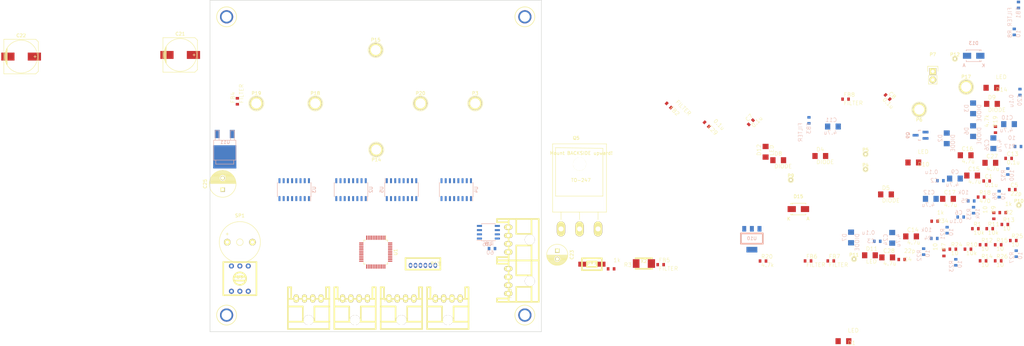
<source format=kicad_pcb>
(kicad_pcb (version 4) (host pcbnew 4.0.4-stable)

  (general
    (links 226)
    (no_connects 226)
    (area -2.465 -1.737 245.736351 104.70195)
    (thickness 1.6)
    (drawings 8)
    (tracks 4)
    (zones 0)
    (modules 116)
    (nets 95)
  )

  (page A4)
  (layers
    (0 F.Cu signal)
    (31 B.Cu signal)
    (32 B.Adhes user)
    (33 F.Adhes user)
    (34 B.Paste user)
    (35 F.Paste user)
    (36 B.SilkS user)
    (37 F.SilkS user)
    (38 B.Mask user)
    (39 F.Mask user)
    (40 Dwgs.User user)
    (41 Cmts.User user)
    (42 Eco1.User user)
    (43 Eco2.User user)
    (44 Edge.Cuts user)
    (45 Margin user)
    (46 B.CrtYd user)
    (47 F.CrtYd user)
    (48 B.Fab user)
    (49 F.Fab user)
  )

  (setup
    (last_trace_width 0.25)
    (user_trace_width 0.3)
    (user_trace_width 0.5)
    (user_trace_width 1)
    (trace_clearance 0.2)
    (zone_clearance 0.2)
    (zone_45_only no)
    (trace_min 0.2)
    (segment_width 0.2)
    (edge_width 0.15)
    (via_size 0.6)
    (via_drill 0.4)
    (via_min_size 0.4)
    (via_min_drill 0.3)
    (user_via 0.5 0.3)
    (user_via 0.8 0.5)
    (user_via 1.5 0.75)
    (user_via 4 3)
    (uvia_size 0.3)
    (uvia_drill 0.1)
    (uvias_allowed no)
    (uvia_min_size 0.2)
    (uvia_min_drill 0.1)
    (pcb_text_width 0.3)
    (pcb_text_size 1.5 1.5)
    (mod_edge_width 0.15)
    (mod_text_size 1 1)
    (mod_text_width 0.15)
    (pad_size 2.2 2.6)
    (pad_drill 0)
    (pad_to_mask_clearance 0.2)
    (aux_axis_origin 0 0)
    (visible_elements 7FFEFFFF)
    (pcbplotparams
      (layerselection 0x010f0_80000001)
      (usegerberextensions false)
      (excludeedgelayer true)
      (linewidth 0.100000)
      (plotframeref false)
      (viasonmask false)
      (mode 1)
      (useauxorigin false)
      (hpglpennumber 1)
      (hpglpenspeed 20)
      (hpglpendiameter 15)
      (hpglpenoverlay 2)
      (psnegative false)
      (psa4output false)
      (plotreference false)
      (plotvalue true)
      (plotinvisibletext false)
      (padsonsilk false)
      (subtractmaskfromsilk false)
      (outputformat 1)
      (mirror false)
      (drillshape 0)
      (scaleselection 1)
      (outputdirectory ""))
  )

  (net 0 "")
  (net 1 GND)
  (net 2 /NRST)
  (net 3 /OSC_IN)
  (net 4 /OSC_OUT)
  (net 5 +3.3V)
  (net 6 "Net-(C9-Pad1)")
  (net 7 +12V)
  (net 8 GNDPWR)
  (net 9 "Net-(C11-Pad1)")
  (net 10 /OUT_AN)
  (net 11 +BATT)
  (net 12 "Net-(D1-Pad2)")
  (net 13 /ENC_Ab)
  (net 14 /ENC_Aa)
  (net 15 /ENC_Bb)
  (net 16 /ENC_Ba)
  (net 17 /CANL)
  (net 18 "Net-(P7-Pad2)")
  (net 19 /CANH)
  (net 20 /LIMIT_A1)
  (net 21 /LIMIT_A2)
  (net 22 /LIMIT_B1)
  (net 23 /LIMIT_B2)
  (net 24 /USART_RX)
  (net 25 /USART_TX)
  (net 26 /SWDIO)
  (net 27 /SWCLK)
  (net 28 /OUT_A)
  (net 29 /BOOT0)
  (net 30 "Net-(R4-Pad1)")
  (net 31 "Net-(R5-Pad1)")
  (net 32 "Net-(R6-Pad2)")
  (net 33 "Net-(R7-Pad2)")
  (net 34 "Net-(R8-Pad2)")
  (net 35 "Net-(R9-Pad2)")
  (net 36 /MOTOR_EN)
  (net 37 /CAN_RX)
  (net 38 /PWM_A)
  (net 39 /PWM_AN)
  (net 40 /CAN_TX)
  (net 41 /GD_12V)
  (net 42 "Net-(FB1-Pad1)")
  (net 43 "Net-(FB1-Pad2)")
  (net 44 "Net-(FB2-Pad1)")
  (net 45 "Net-(FB2-Pad2)")
  (net 46 "Net-(FB3-Pad1)")
  (net 47 "Net-(FB3-Pad2)")
  (net 48 "Net-(FB4-Pad1)")
  (net 49 "Net-(FB4-Pad2)")
  (net 50 "Net-(C10-Pad1)")
  (net 51 "Net-(C12-Pad1)")
  (net 52 "Net-(D10-Pad2)")
  (net 53 "Net-(D11-Pad2)")
  (net 54 "Net-(D12-Pad2)")
  (net 55 "Net-(D2-Pad1)")
  (net 56 "Net-(D3-Pad1)")
  (net 57 "Net-(D6-Pad1)")
  (net 58 "Net-(D7-Pad1)")
  (net 59 /SEL_1)
  (net 60 /SEL_2)
  (net 61 /SEL_4)
  (net 62 /SEL_8)
  (net 63 "Net-(C23-Pad1)")
  (net 64 "Net-(Q9-PadG)")
  (net 65 "Net-(Q9-PadD)")
  (net 66 /BUZZER)
  (net 67 /LED_B)
  (net 68 /LED_A)
  (net 69 "Net-(D14-Pad2)")
  (net 70 "Net-(C14-Pad1)")
  (net 71 /OUT_B)
  (net 72 "Net-(C15-Pad1)")
  (net 73 "Net-(C16-Pad1)")
  (net 74 /OUT_BN)
  (net 75 "Net-(C17-Pad1)")
  (net 76 "Net-(C27-Pad1)")
  (net 77 "Net-(D4-Pad1)")
  (net 78 "Net-(D5-Pad1)")
  (net 79 "Net-(D8-Pad1)")
  (net 80 "Net-(D9-Pad1)")
  (net 81 "Net-(FB5-Pad1)")
  (net 82 "Net-(FB5-Pad2)")
  (net 83 "Net-(FB6-Pad1)")
  (net 84 "Net-(FB6-Pad2)")
  (net 85 "Net-(FB7-Pad1)")
  (net 86 "Net-(FB7-Pad2)")
  (net 87 "Net-(FB8-Pad1)")
  (net 88 "Net-(FB8-Pad2)")
  (net 89 "Net-(R10-Pad1)")
  (net 90 "Net-(R11-Pad1)")
  (net 91 "Net-(R12-Pad2)")
  (net 92 "Net-(R13-Pad2)")
  (net 93 "Net-(R14-Pad2)")
  (net 94 "Net-(R15-Pad2)")

  (net_class Default "これは標準のネット クラスです。"
    (clearance 0.2)
    (trace_width 0.25)
    (via_dia 0.6)
    (via_drill 0.4)
    (uvia_dia 0.3)
    (uvia_drill 0.1)
    (add_net +12V)
    (add_net +3.3V)
    (add_net +BATT)
    (add_net /BOOT0)
    (add_net /BUZZER)
    (add_net /CANH)
    (add_net /CANL)
    (add_net /CAN_RX)
    (add_net /CAN_TX)
    (add_net /ENC_Aa)
    (add_net /ENC_Ab)
    (add_net /ENC_Ba)
    (add_net /ENC_Bb)
    (add_net /GD_12V)
    (add_net /LED_A)
    (add_net /LED_B)
    (add_net /LIMIT_A1)
    (add_net /LIMIT_A2)
    (add_net /LIMIT_B1)
    (add_net /LIMIT_B2)
    (add_net /MOTOR_EN)
    (add_net /NRST)
    (add_net /OSC_IN)
    (add_net /OSC_OUT)
    (add_net /OUT_A)
    (add_net /OUT_AN)
    (add_net /OUT_B)
    (add_net /OUT_BN)
    (add_net /PWM_A)
    (add_net /PWM_AN)
    (add_net /SEL_1)
    (add_net /SEL_2)
    (add_net /SEL_4)
    (add_net /SEL_8)
    (add_net /SWCLK)
    (add_net /SWDIO)
    (add_net /USART_RX)
    (add_net /USART_TX)
    (add_net GND)
    (add_net GNDPWR)
    (add_net "Net-(C10-Pad1)")
    (add_net "Net-(C11-Pad1)")
    (add_net "Net-(C12-Pad1)")
    (add_net "Net-(C14-Pad1)")
    (add_net "Net-(C15-Pad1)")
    (add_net "Net-(C16-Pad1)")
    (add_net "Net-(C17-Pad1)")
    (add_net "Net-(C23-Pad1)")
    (add_net "Net-(C27-Pad1)")
    (add_net "Net-(C9-Pad1)")
    (add_net "Net-(D1-Pad2)")
    (add_net "Net-(D10-Pad2)")
    (add_net "Net-(D11-Pad2)")
    (add_net "Net-(D12-Pad2)")
    (add_net "Net-(D14-Pad2)")
    (add_net "Net-(D2-Pad1)")
    (add_net "Net-(D3-Pad1)")
    (add_net "Net-(D4-Pad1)")
    (add_net "Net-(D5-Pad1)")
    (add_net "Net-(D6-Pad1)")
    (add_net "Net-(D7-Pad1)")
    (add_net "Net-(D8-Pad1)")
    (add_net "Net-(D9-Pad1)")
    (add_net "Net-(FB1-Pad1)")
    (add_net "Net-(FB1-Pad2)")
    (add_net "Net-(FB2-Pad1)")
    (add_net "Net-(FB2-Pad2)")
    (add_net "Net-(FB3-Pad1)")
    (add_net "Net-(FB3-Pad2)")
    (add_net "Net-(FB4-Pad1)")
    (add_net "Net-(FB4-Pad2)")
    (add_net "Net-(FB5-Pad1)")
    (add_net "Net-(FB5-Pad2)")
    (add_net "Net-(FB6-Pad1)")
    (add_net "Net-(FB6-Pad2)")
    (add_net "Net-(FB7-Pad1)")
    (add_net "Net-(FB7-Pad2)")
    (add_net "Net-(FB8-Pad1)")
    (add_net "Net-(FB8-Pad2)")
    (add_net "Net-(P7-Pad2)")
    (add_net "Net-(Q9-PadD)")
    (add_net "Net-(Q9-PadG)")
    (add_net "Net-(R10-Pad1)")
    (add_net "Net-(R11-Pad1)")
    (add_net "Net-(R12-Pad2)")
    (add_net "Net-(R13-Pad2)")
    (add_net "Net-(R14-Pad2)")
    (add_net "Net-(R15-Pad2)")
    (add_net "Net-(R4-Pad1)")
    (add_net "Net-(R5-Pad1)")
    (add_net "Net-(R6-Pad2)")
    (add_net "Net-(R7-Pad2)")
    (add_net "Net-(R8-Pad2)")
    (add_net "Net-(R9-Pad2)")
  )

  (module RP_KiCAD_Connector:XA_4LC (layer F.Cu) (tedit 57C9A55C) (tstamp 57D08EB1)
    (at 90 88.5 90)
    (path /57C4CF8A)
    (fp_text reference P16 (at 0 0.5 90) (layer F.SilkS)
      (effects (font (size 1 1) (thickness 0.15)))
    )
    (fp_text value CONN_01X04 (at 0 -0.5 90) (layer F.Fab)
      (effects (font (size 1 1) (thickness 0.15)))
    )
    (fp_line (start 10 -3.4) (end 9 -3.4) (layer F.SilkS) (width 0.5))
    (fp_line (start 9 -3.4) (end 9 0.1) (layer F.SilkS) (width 0.5))
    (fp_line (start -2.5 -3.4) (end -1.5 -3.4) (layer F.SilkS) (width 0.5))
    (fp_line (start -1.5 -3.4) (end -1.5 0.1) (layer F.SilkS) (width 0.5))
    (fp_line (start 10 0.1) (end -2.5 0.1) (layer F.SilkS) (width 0.5))
    (fp_line (start 5.5 2.4) (end 10 2.4) (layer F.SilkS) (width 0.5))
    (fp_line (start 2 2.4) (end -2.5 2.4) (layer F.SilkS) (width 0.5))
    (fp_line (start 5.5 2.4) (end 5.5 7) (layer F.SilkS) (width 0.5))
    (fp_line (start 2 2.4) (end 2 7) (layer F.SilkS) (width 0.5))
    (fp_line (start -2.5 7) (end 10 7) (layer F.SilkS) (width 0.5))
    (fp_line (start 10 -3.4) (end 10 9.2) (layer F.SilkS) (width 0.5))
    (fp_line (start 10 9.2) (end -2.5 9.2) (layer F.SilkS) (width 0.5))
    (fp_line (start -2.5 -3.4) (end -2.5 9.2) (layer F.SilkS) (width 0.5))
    (pad 1 thru_hole oval (at 0 0 90) (size 1.5 2.5) (drill 1) (layers *.Cu *.Mask F.SilkS)
      (net 1 GND))
    (pad 2 thru_hole oval (at 2.5 0 90) (size 1.5 2.5) (drill 1) (layers *.Cu *.Mask F.SilkS)
      (net 7 +12V))
    (pad 3 thru_hole oval (at 5 0 90) (size 1.5 2.5) (drill 1) (layers *.Cu *.Mask F.SilkS)
      (net 19 /CANH))
    (pad 4 thru_hole oval (at 7.5 0 90) (size 1.5 2.5) (drill 1) (layers *.Cu *.Mask F.SilkS)
      (net 17 /CANL))
    (pad "" thru_hole circle (at 3.75 6.5 90) (size 3 3) (drill 3) (layers *.Cu *.Mask F.SilkS)
      (clearance -0.3))
    (model conn_XA/XA_4S.wrl
      (at (xyz 0.15 -0.2 0))
      (scale (xyz 4 4 4))
      (rotate (xyz 0 0 180))
    )
  )

  (module Buttons_Switches_SMD:RP_SMD_Button (layer F.Cu) (tedit 57C7750C) (tstamp 57C7809D)
    (at 115.225001 79.645 180)
    (path /5773C76A)
    (fp_text reference SW1 (at 0 0.5 180) (layer F.SilkS)
      (effects (font (size 1 1) (thickness 0.15)))
    )
    (fp_text value SW_PUSH (at 0 -0.5 180) (layer F.Fab)
      (effects (font (size 1 1) (thickness 0.15)))
    )
    (fp_line (start -1.5 -0.8) (end -1.5 0.8) (layer F.SilkS) (width 0.5))
    (fp_line (start -1.5 0.8) (end 1.5 0.8) (layer F.SilkS) (width 0.5))
    (fp_line (start 1.5 0.8) (end 1.5 -0.8) (layer F.SilkS) (width 0.5))
    (fp_line (start 1.5 -0.8) (end -1.5 -0.8) (layer F.SilkS) (width 0.5))
    (fp_line (start -3 -1.8) (end -3 1.8) (layer F.SilkS) (width 0.5))
    (fp_line (start -3 1.8) (end 3 1.8) (layer F.SilkS) (width 0.5))
    (fp_line (start 3 1.8) (end 3 -1.8) (layer F.SilkS) (width 0.5))
    (fp_line (start 3 -1.8) (end -3 -1.8) (layer F.SilkS) (width 0.5))
    (pad 1 smd rect (at 2.8 0 180) (size 2.6 1.5) (layers F.Cu F.Paste F.Mask)
      (net 1 GND))
    (pad 2 smd rect (at -2.8 0 180) (size 2.6 1.5) (layers F.Cu F.Paste F.Mask)
      (net 2 /NRST))
  )

  (module Housings_QFP:LQFP-48_7x7mm_Pitch0.5mm placed (layer F.Cu) (tedit 54130A77) (tstamp 57BF35C5)
    (at 50 76 270)
    (descr "48 LEAD LQFP 7x7mm (see MICREL LQFP7x7-48LD-PL-1.pdf)")
    (tags "QFP 0.5")
    (path /5773BC88)
    (attr smd)
    (fp_text reference U1 (at 0 -6 270) (layer F.SilkS)
      (effects (font (size 1 1) (thickness 0.15)))
    )
    (fp_text value STM32F103_48 (at 0 6 270) (layer F.Fab)
      (effects (font (size 1 1) (thickness 0.15)))
    )
    (fp_line (start -5.25 -5.25) (end -5.25 5.25) (layer F.CrtYd) (width 0.05))
    (fp_line (start 5.25 -5.25) (end 5.25 5.25) (layer F.CrtYd) (width 0.05))
    (fp_line (start -5.25 -5.25) (end 5.25 -5.25) (layer F.CrtYd) (width 0.05))
    (fp_line (start -5.25 5.25) (end 5.25 5.25) (layer F.CrtYd) (width 0.05))
    (fp_line (start -3.625 -3.625) (end -3.625 -3.1) (layer F.SilkS) (width 0.15))
    (fp_line (start 3.625 -3.625) (end 3.625 -3.1) (layer F.SilkS) (width 0.15))
    (fp_line (start 3.625 3.625) (end 3.625 3.1) (layer F.SilkS) (width 0.15))
    (fp_line (start -3.625 3.625) (end -3.625 3.1) (layer F.SilkS) (width 0.15))
    (fp_line (start -3.625 -3.625) (end -3.1 -3.625) (layer F.SilkS) (width 0.15))
    (fp_line (start -3.625 3.625) (end -3.1 3.625) (layer F.SilkS) (width 0.15))
    (fp_line (start 3.625 3.625) (end 3.1 3.625) (layer F.SilkS) (width 0.15))
    (fp_line (start 3.625 -3.625) (end 3.1 -3.625) (layer F.SilkS) (width 0.15))
    (fp_line (start -3.625 -3.1) (end -5 -3.1) (layer F.SilkS) (width 0.15))
    (pad 1 smd rect (at -4.35 -2.75 270) (size 1.3 0.25) (layers F.Cu F.Paste F.Mask)
      (net 5 +3.3V))
    (pad 2 smd rect (at -4.35 -2.25 270) (size 1.3 0.25) (layers F.Cu F.Paste F.Mask))
    (pad 3 smd rect (at -4.35 -1.75 270) (size 1.3 0.25) (layers F.Cu F.Paste F.Mask))
    (pad 4 smd rect (at -4.35 -1.25 270) (size 1.3 0.25) (layers F.Cu F.Paste F.Mask))
    (pad 5 smd rect (at -4.35 -0.75 270) (size 1.3 0.25) (layers F.Cu F.Paste F.Mask)
      (net 3 /OSC_IN))
    (pad 6 smd rect (at -4.35 -0.25 270) (size 1.3 0.25) (layers F.Cu F.Paste F.Mask)
      (net 4 /OSC_OUT))
    (pad 7 smd rect (at -4.35 0.25 270) (size 1.3 0.25) (layers F.Cu F.Paste F.Mask)
      (net 2 /NRST))
    (pad 8 smd rect (at -4.35 0.75 270) (size 1.3 0.25) (layers F.Cu F.Paste F.Mask)
      (net 1 GND))
    (pad 9 smd rect (at -4.35 1.25 270) (size 1.3 0.25) (layers F.Cu F.Paste F.Mask)
      (net 5 +3.3V))
    (pad 10 smd rect (at -4.35 1.75 270) (size 1.3 0.25) (layers F.Cu F.Paste F.Mask)
      (net 14 /ENC_Aa))
    (pad 11 smd rect (at -4.35 2.25 270) (size 1.3 0.25) (layers F.Cu F.Paste F.Mask)
      (net 13 /ENC_Ab))
    (pad 12 smd rect (at -4.35 2.75 270) (size 1.3 0.25) (layers F.Cu F.Paste F.Mask))
    (pad 13 smd rect (at -2.75 4.35) (size 1.3 0.25) (layers F.Cu F.Paste F.Mask))
    (pad 14 smd rect (at -2.25 4.35) (size 1.3 0.25) (layers F.Cu F.Paste F.Mask)
      (net 68 /LED_A))
    (pad 15 smd rect (at -1.75 4.35) (size 1.3 0.25) (layers F.Cu F.Paste F.Mask)
      (net 67 /LED_B))
    (pad 16 smd rect (at -1.25 4.35) (size 1.3 0.25) (layers F.Cu F.Paste F.Mask)
      (net 16 /ENC_Ba))
    (pad 17 smd rect (at -0.75 4.35) (size 1.3 0.25) (layers F.Cu F.Paste F.Mask)
      (net 15 /ENC_Bb))
    (pad 18 smd rect (at -0.25 4.35) (size 1.3 0.25) (layers F.Cu F.Paste F.Mask)
      (net 66 /BUZZER))
    (pad 19 smd rect (at 0.25 4.35) (size 1.3 0.25) (layers F.Cu F.Paste F.Mask)
      (net 59 /SEL_1))
    (pad 20 smd rect (at 0.75 4.35) (size 1.3 0.25) (layers F.Cu F.Paste F.Mask)
      (net 60 /SEL_2))
    (pad 21 smd rect (at 1.25 4.35) (size 1.3 0.25) (layers F.Cu F.Paste F.Mask)
      (net 61 /SEL_4))
    (pad 22 smd rect (at 1.75 4.35) (size 1.3 0.25) (layers F.Cu F.Paste F.Mask)
      (net 62 /SEL_8))
    (pad 23 smd rect (at 2.25 4.35) (size 1.3 0.25) (layers F.Cu F.Paste F.Mask)
      (net 1 GND))
    (pad 24 smd rect (at 2.75 4.35) (size 1.3 0.25) (layers F.Cu F.Paste F.Mask)
      (net 5 +3.3V))
    (pad 25 smd rect (at 4.35 2.75 270) (size 1.3 0.25) (layers F.Cu F.Paste F.Mask)
      (net 36 /MOTOR_EN))
    (pad 26 smd rect (at 4.35 2.25 270) (size 1.3 0.25) (layers F.Cu F.Paste F.Mask)
      (net 20 /LIMIT_A1))
    (pad 27 smd rect (at 4.35 1.75 270) (size 1.3 0.25) (layers F.Cu F.Paste F.Mask)
      (net 21 /LIMIT_A2))
    (pad 28 smd rect (at 4.35 1.25 270) (size 1.3 0.25) (layers F.Cu F.Paste F.Mask)
      (net 22 /LIMIT_B1))
    (pad 29 smd rect (at 4.35 0.75 270) (size 1.3 0.25) (layers F.Cu F.Paste F.Mask)
      (net 23 /LIMIT_B2))
    (pad 30 smd rect (at 4.35 0.25 270) (size 1.3 0.25) (layers F.Cu F.Paste F.Mask)
      (net 25 /USART_TX))
    (pad 31 smd rect (at 4.35 -0.25 270) (size 1.3 0.25) (layers F.Cu F.Paste F.Mask)
      (net 24 /USART_RX))
    (pad 32 smd rect (at 4.35 -0.75 270) (size 1.3 0.25) (layers F.Cu F.Paste F.Mask)
      (net 37 /CAN_RX))
    (pad 33 smd rect (at 4.35 -1.25 270) (size 1.3 0.25) (layers F.Cu F.Paste F.Mask)
      (net 40 /CAN_TX))
    (pad 34 smd rect (at 4.35 -1.75 270) (size 1.3 0.25) (layers F.Cu F.Paste F.Mask)
      (net 26 /SWDIO))
    (pad 35 smd rect (at 4.35 -2.25 270) (size 1.3 0.25) (layers F.Cu F.Paste F.Mask)
      (net 1 GND))
    (pad 36 smd rect (at 4.35 -2.75 270) (size 1.3 0.25) (layers F.Cu F.Paste F.Mask)
      (net 5 +3.3V))
    (pad 37 smd rect (at 2.75 -4.35) (size 1.3 0.25) (layers F.Cu F.Paste F.Mask)
      (net 27 /SWCLK))
    (pad 38 smd rect (at 2.25 -4.35) (size 1.3 0.25) (layers F.Cu F.Paste F.Mask))
    (pad 39 smd rect (at 1.75 -4.35) (size 1.3 0.25) (layers F.Cu F.Paste F.Mask))
    (pad 40 smd rect (at 1.25 -4.35) (size 1.3 0.25) (layers F.Cu F.Paste F.Mask))
    (pad 41 smd rect (at 0.75 -4.35) (size 1.3 0.25) (layers F.Cu F.Paste F.Mask))
    (pad 42 smd rect (at 0.25 -4.35) (size 1.3 0.25) (layers F.Cu F.Paste F.Mask))
    (pad 43 smd rect (at -0.25 -4.35) (size 1.3 0.25) (layers F.Cu F.Paste F.Mask))
    (pad 44 smd rect (at -0.75 -4.35) (size 1.3 0.25) (layers F.Cu F.Paste F.Mask)
      (net 29 /BOOT0))
    (pad 45 smd rect (at -1.25 -4.35) (size 1.3 0.25) (layers F.Cu F.Paste F.Mask)
      (net 38 /PWM_A))
    (pad 46 smd rect (at -1.75 -4.35) (size 1.3 0.25) (layers F.Cu F.Paste F.Mask)
      (net 39 /PWM_AN))
    (pad 47 smd rect (at -2.25 -4.35) (size 1.3 0.25) (layers F.Cu F.Paste F.Mask)
      (net 1 GND))
    (pad 48 smd rect (at -2.75 -4.35) (size 1.3 0.25) (layers F.Cu F.Paste F.Mask)
      (net 5 +3.3V))
    (model Housings_QFP.3dshapes/LQFP-48_7x7mm_Pitch0.5mm.wrl
      (at (xyz 0 0 0))
      (scale (xyz 1 1 1))
      (rotate (xyz 0 0 0))
    )
  )

  (module Capacitors_ThroughHole:C_Radial_D6.3_L11.2_P2.5 (layer F.Cu) (tedit 0) (tstamp 57C78072)
    (at 104.775 75.565 270)
    (descr "Radial Electrolytic Capacitor, Diameter 6.3mm x Length 11.2mm, Pitch 2.5mm")
    (tags "Electrolytic Capacitor")
    (path /57CA3067)
    (fp_text reference C23 (at 1.25 -4.4 270) (layer F.SilkS)
      (effects (font (size 1 1) (thickness 0.15)))
    )
    (fp_text value 100u (at 1.25 4.4 270) (layer F.Fab)
      (effects (font (size 1 1) (thickness 0.15)))
    )
    (fp_line (start 1.325 -3.149) (end 1.325 3.149) (layer F.SilkS) (width 0.15))
    (fp_line (start 1.465 -3.143) (end 1.465 3.143) (layer F.SilkS) (width 0.15))
    (fp_line (start 1.605 -3.13) (end 1.605 -0.446) (layer F.SilkS) (width 0.15))
    (fp_line (start 1.605 0.446) (end 1.605 3.13) (layer F.SilkS) (width 0.15))
    (fp_line (start 1.745 -3.111) (end 1.745 -0.656) (layer F.SilkS) (width 0.15))
    (fp_line (start 1.745 0.656) (end 1.745 3.111) (layer F.SilkS) (width 0.15))
    (fp_line (start 1.885 -3.085) (end 1.885 -0.789) (layer F.SilkS) (width 0.15))
    (fp_line (start 1.885 0.789) (end 1.885 3.085) (layer F.SilkS) (width 0.15))
    (fp_line (start 2.025 -3.053) (end 2.025 -0.88) (layer F.SilkS) (width 0.15))
    (fp_line (start 2.025 0.88) (end 2.025 3.053) (layer F.SilkS) (width 0.15))
    (fp_line (start 2.165 -3.014) (end 2.165 -0.942) (layer F.SilkS) (width 0.15))
    (fp_line (start 2.165 0.942) (end 2.165 3.014) (layer F.SilkS) (width 0.15))
    (fp_line (start 2.305 -2.968) (end 2.305 -0.981) (layer F.SilkS) (width 0.15))
    (fp_line (start 2.305 0.981) (end 2.305 2.968) (layer F.SilkS) (width 0.15))
    (fp_line (start 2.445 -2.915) (end 2.445 -0.998) (layer F.SilkS) (width 0.15))
    (fp_line (start 2.445 0.998) (end 2.445 2.915) (layer F.SilkS) (width 0.15))
    (fp_line (start 2.585 -2.853) (end 2.585 -0.996) (layer F.SilkS) (width 0.15))
    (fp_line (start 2.585 0.996) (end 2.585 2.853) (layer F.SilkS) (width 0.15))
    (fp_line (start 2.725 -2.783) (end 2.725 -0.974) (layer F.SilkS) (width 0.15))
    (fp_line (start 2.725 0.974) (end 2.725 2.783) (layer F.SilkS) (width 0.15))
    (fp_line (start 2.865 -2.704) (end 2.865 -0.931) (layer F.SilkS) (width 0.15))
    (fp_line (start 2.865 0.931) (end 2.865 2.704) (layer F.SilkS) (width 0.15))
    (fp_line (start 3.005 -2.616) (end 3.005 -0.863) (layer F.SilkS) (width 0.15))
    (fp_line (start 3.005 0.863) (end 3.005 2.616) (layer F.SilkS) (width 0.15))
    (fp_line (start 3.145 -2.516) (end 3.145 -0.764) (layer F.SilkS) (width 0.15))
    (fp_line (start 3.145 0.764) (end 3.145 2.516) (layer F.SilkS) (width 0.15))
    (fp_line (start 3.285 -2.404) (end 3.285 -0.619) (layer F.SilkS) (width 0.15))
    (fp_line (start 3.285 0.619) (end 3.285 2.404) (layer F.SilkS) (width 0.15))
    (fp_line (start 3.425 -2.279) (end 3.425 -0.38) (layer F.SilkS) (width 0.15))
    (fp_line (start 3.425 0.38) (end 3.425 2.279) (layer F.SilkS) (width 0.15))
    (fp_line (start 3.565 -2.136) (end 3.565 2.136) (layer F.SilkS) (width 0.15))
    (fp_line (start 3.705 -1.974) (end 3.705 1.974) (layer F.SilkS) (width 0.15))
    (fp_line (start 3.845 -1.786) (end 3.845 1.786) (layer F.SilkS) (width 0.15))
    (fp_line (start 3.985 -1.563) (end 3.985 1.563) (layer F.SilkS) (width 0.15))
    (fp_line (start 4.125 -1.287) (end 4.125 1.287) (layer F.SilkS) (width 0.15))
    (fp_line (start 4.265 -0.912) (end 4.265 0.912) (layer F.SilkS) (width 0.15))
    (fp_circle (center 2.5 0) (end 2.5 -1) (layer F.SilkS) (width 0.15))
    (fp_circle (center 1.25 0) (end 1.25 -3.1875) (layer F.SilkS) (width 0.15))
    (fp_circle (center 1.25 0) (end 1.25 -3.4) (layer F.CrtYd) (width 0.05))
    (pad 2 thru_hole circle (at 2.5 0 270) (size 1.3 1.3) (drill 0.8) (layers *.Cu *.Mask F.SilkS)
      (net 1 GND))
    (pad 1 thru_hole rect (at 0 0 270) (size 1.3 1.3) (drill 0.8) (layers *.Cu *.Mask F.SilkS)
      (net 63 "Net-(C23-Pad1)"))
    (model Capacitors_ThroughHole.3dshapes/C_Radial_D6.3_L11.2_P2.5.wrl
      (at (xyz 0 0 0))
      (scale (xyz 1 1 1))
      (rotate (xyz 0 0 0))
    )
  )

  (module RP_KiCAD_Libs:C3216 placed (layer B.Cu) (tedit 0) (tstamp 57BF3413)
    (at 224.769216 53.804399 180)
    (descr <b>CAPACITOR</b>)
    (path /57BFC47C)
    (fp_text reference C9 (at -1.27 1.27 180) (layer B.SilkS)
      (effects (font (size 1.2065 1.2065) (thickness 0.1016)) (justify left bottom mirror))
    )
    (fp_text value 4.7u (at -1.27 -2.54 180) (layer B.SilkS)
      (effects (font (size 1.2065 1.2065) (thickness 0.1016)) (justify left bottom mirror))
    )
    (fp_line (start -0.965 0.787) (end 0.965 0.787) (layer Dwgs.User) (width 0.1016))
    (fp_line (start -0.965 -0.787) (end 0.965 -0.787) (layer Dwgs.User) (width 0.1016))
    (fp_poly (pts (xy -1.7018 -0.8509) (xy -0.9517 -0.8509) (xy -0.9517 0.8491) (xy -1.7018 0.8491)) (layer Dwgs.User) (width 0))
    (fp_poly (pts (xy 0.9517 -0.8491) (xy 1.7018 -0.8491) (xy 1.7018 0.8509) (xy 0.9517 0.8509)) (layer Dwgs.User) (width 0))
    (fp_poly (pts (xy -0.3 -0.5001) (xy 0.3 -0.5001) (xy 0.3 0.5001) (xy -0.3 0.5001)) (layer B.Adhes) (width 0))
    (pad 1 smd rect (at -1.6 0 180) (size 1.6 1.8) (layers B.Cu B.Paste B.Mask)
      (net 6 "Net-(C9-Pad1)"))
    (pad 2 smd rect (at 1.6 0 180) (size 1.6 1.8) (layers B.Cu B.Paste B.Mask)
      (net 28 /OUT_A))
    (model Resistors_SMD.3dshapes/R_1206.wrl
      (at (xyz 0 0 0))
      (scale (xyz 1 1 1))
      (rotate (xyz 0 0 0))
    )
  )

  (module RP_KiCAD_Libs:C3216 placed (layer B.Cu) (tedit 0) (tstamp 57BF3419)
    (at 241.099216 37.384399 180)
    (descr <b>CAPACITOR</b>)
    (path /57C2EECE)
    (fp_text reference C10 (at -1.27 1.27 180) (layer B.SilkS)
      (effects (font (size 1.2065 1.2065) (thickness 0.1016)) (justify left bottom mirror))
    )
    (fp_text value 4.7u (at -1.27 -2.54 180) (layer B.SilkS)
      (effects (font (size 1.2065 1.2065) (thickness 0.1016)) (justify left bottom mirror))
    )
    (fp_line (start -0.965 0.787) (end 0.965 0.787) (layer Dwgs.User) (width 0.1016))
    (fp_line (start -0.965 -0.787) (end 0.965 -0.787) (layer Dwgs.User) (width 0.1016))
    (fp_poly (pts (xy -1.7018 -0.8509) (xy -0.9517 -0.8509) (xy -0.9517 0.8491) (xy -1.7018 0.8491)) (layer Dwgs.User) (width 0))
    (fp_poly (pts (xy 0.9517 -0.8491) (xy 1.7018 -0.8491) (xy 1.7018 0.8509) (xy 0.9517 0.8509)) (layer Dwgs.User) (width 0))
    (fp_poly (pts (xy -0.3 -0.5001) (xy 0.3 -0.5001) (xy 0.3 0.5001) (xy -0.3 0.5001)) (layer B.Adhes) (width 0))
    (pad 1 smd rect (at -1.6 0 180) (size 1.6 1.8) (layers B.Cu B.Paste B.Mask)
      (net 50 "Net-(C10-Pad1)"))
    (pad 2 smd rect (at 1.6 0 180) (size 1.6 1.8) (layers B.Cu B.Paste B.Mask)
      (net 8 GNDPWR))
    (model Resistors_SMD.3dshapes/R_1206.wrl
      (at (xyz 0 0 0))
      (scale (xyz 1 1 1))
      (rotate (xyz 0 0 0))
    )
  )

  (module RP_KiCAD_Libs:C3216 placed (layer B.Cu) (tedit 0) (tstamp 57BF341F)
    (at 187.96 38.1 180)
    (descr <b>CAPACITOR</b>)
    (path /57C0233B)
    (fp_text reference C11 (at -1.27 1.27 180) (layer B.SilkS)
      (effects (font (size 1.2065 1.2065) (thickness 0.1016)) (justify left bottom mirror))
    )
    (fp_text value 4.7u (at -1.27 -2.54 180) (layer B.SilkS)
      (effects (font (size 1.2065 1.2065) (thickness 0.1016)) (justify left bottom mirror))
    )
    (fp_line (start -0.965 0.787) (end 0.965 0.787) (layer Dwgs.User) (width 0.1016))
    (fp_line (start -0.965 -0.787) (end 0.965 -0.787) (layer Dwgs.User) (width 0.1016))
    (fp_poly (pts (xy -1.7018 -0.8509) (xy -0.9517 -0.8509) (xy -0.9517 0.8491) (xy -1.7018 0.8491)) (layer Dwgs.User) (width 0))
    (fp_poly (pts (xy 0.9517 -0.8491) (xy 1.7018 -0.8491) (xy 1.7018 0.8509) (xy 0.9517 0.8509)) (layer Dwgs.User) (width 0))
    (fp_poly (pts (xy -0.3 -0.5001) (xy 0.3 -0.5001) (xy 0.3 0.5001) (xy -0.3 0.5001)) (layer B.Adhes) (width 0))
    (pad 1 smd rect (at -1.6 0 180) (size 1.6 1.8) (layers B.Cu B.Paste B.Mask)
      (net 9 "Net-(C11-Pad1)"))
    (pad 2 smd rect (at 1.6 0 180) (size 1.6 1.8) (layers B.Cu B.Paste B.Mask)
      (net 10 /OUT_AN))
    (model Resistors_SMD.3dshapes/R_1206.wrl
      (at (xyz 0 0 0))
      (scale (xyz 1 1 1))
      (rotate (xyz 0 0 0))
    )
  )

  (module RP_KiCAD_Libs:C3216 placed (layer B.Cu) (tedit 0) (tstamp 57BF3425)
    (at 217.489216 59.924399 180)
    (descr <b>CAPACITOR</b>)
    (path /57C2C76F)
    (fp_text reference C12 (at -1.27 1.27 180) (layer B.SilkS)
      (effects (font (size 1.2065 1.2065) (thickness 0.1016)) (justify left bottom mirror))
    )
    (fp_text value 4.7u (at -1.27 -2.54 180) (layer B.SilkS)
      (effects (font (size 1.2065 1.2065) (thickness 0.1016)) (justify left bottom mirror))
    )
    (fp_line (start -0.965 0.787) (end 0.965 0.787) (layer Dwgs.User) (width 0.1016))
    (fp_line (start -0.965 -0.787) (end 0.965 -0.787) (layer Dwgs.User) (width 0.1016))
    (fp_poly (pts (xy -1.7018 -0.8509) (xy -0.9517 -0.8509) (xy -0.9517 0.8491) (xy -1.7018 0.8491)) (layer Dwgs.User) (width 0))
    (fp_poly (pts (xy 0.9517 -0.8491) (xy 1.7018 -0.8491) (xy 1.7018 0.8509) (xy 0.9517 0.8509)) (layer Dwgs.User) (width 0))
    (fp_poly (pts (xy -0.3 -0.5001) (xy 0.3 -0.5001) (xy 0.3 0.5001) (xy -0.3 0.5001)) (layer B.Adhes) (width 0))
    (pad 1 smd rect (at -1.6 0 180) (size 1.6 1.8) (layers B.Cu B.Paste B.Mask)
      (net 51 "Net-(C12-Pad1)"))
    (pad 2 smd rect (at 1.6 0 180) (size 1.6 1.8) (layers B.Cu B.Paste B.Mask)
      (net 8 GNDPWR))
    (model Resistors_SMD.3dshapes/R_1206.wrl
      (at (xyz 0 0 0))
      (scale (xyz 1 1 1))
      (rotate (xyz 0 0 0))
    )
  )

  (module RP_KiCAD_Libs:C3216 placed (layer F.Cu) (tedit 0) (tstamp 57BF3467)
    (at 191.135 102.87 180)
    (descr <b>CAPACITOR</b>)
    (path /57C27107)
    (fp_text reference D1 (at -1.27 -1.27 180) (layer F.SilkS)
      (effects (font (size 1.2065 1.2065) (thickness 0.1016)) (justify left bottom))
    )
    (fp_text value LED (at -1.27 2.54 180) (layer F.SilkS)
      (effects (font (size 1.2065 1.2065) (thickness 0.1016)) (justify left bottom))
    )
    (fp_line (start -0.965 -0.787) (end 0.965 -0.787) (layer Dwgs.User) (width 0.1016))
    (fp_line (start -0.965 0.787) (end 0.965 0.787) (layer Dwgs.User) (width 0.1016))
    (fp_poly (pts (xy -1.7018 0.8509) (xy -0.9517 0.8509) (xy -0.9517 -0.8491) (xy -1.7018 -0.8491)) (layer Dwgs.User) (width 0))
    (fp_poly (pts (xy 0.9517 0.8491) (xy 1.7018 0.8491) (xy 1.7018 -0.8509) (xy 0.9517 -0.8509)) (layer Dwgs.User) (width 0))
    (fp_poly (pts (xy -0.3 0.5001) (xy 0.3 0.5001) (xy 0.3 -0.5001) (xy -0.3 -0.5001)) (layer F.Adhes) (width 0))
    (pad 1 smd rect (at -1.6 0 180) (size 1.6 1.8) (layers F.Cu F.Paste F.Mask)
      (net 67 /LED_B))
    (pad 2 smd rect (at 1.6 0 180) (size 1.6 1.8) (layers F.Cu F.Paste F.Mask)
      (net 12 "Net-(D1-Pad2)"))
    (model Resistors_SMD.3dshapes/R_1206.wrl
      (at (xyz 0 0 0))
      (scale (xyz 1 1 1))
      (rotate (xyz 0 0 0))
    )
  )

  (module RP_KiCAD_Libs:C3216 placed (layer B.Cu) (tedit 0) (tstamp 57BF346D)
    (at 222.304401 41.664999 270)
    (descr <b>CAPACITOR</b>)
    (path /57BFAEC0)
    (fp_text reference D2 (at -1.27 1.27 270) (layer B.SilkS)
      (effects (font (size 1.2065 1.2065) (thickness 0.1016)) (justify left bottom mirror))
    )
    (fp_text value DIODE (at -1.27 -2.54 270) (layer B.SilkS)
      (effects (font (size 1.2065 1.2065) (thickness 0.1016)) (justify left bottom mirror))
    )
    (fp_line (start -0.965 0.787) (end 0.965 0.787) (layer Dwgs.User) (width 0.1016))
    (fp_line (start -0.965 -0.787) (end 0.965 -0.787) (layer Dwgs.User) (width 0.1016))
    (fp_poly (pts (xy -1.7018 -0.8509) (xy -0.9517 -0.8509) (xy -0.9517 0.8491) (xy -1.7018 0.8491)) (layer Dwgs.User) (width 0))
    (fp_poly (pts (xy 0.9517 -0.8491) (xy 1.7018 -0.8491) (xy 1.7018 0.8509) (xy 0.9517 0.8509)) (layer Dwgs.User) (width 0))
    (fp_poly (pts (xy -0.3 -0.5001) (xy 0.3 -0.5001) (xy 0.3 0.5001) (xy -0.3 0.5001)) (layer B.Adhes) (width 0))
    (pad 1 smd rect (at -1.6 0 270) (size 1.6 1.8) (layers B.Cu B.Paste B.Mask)
      (net 55 "Net-(D2-Pad1)"))
    (pad 2 smd rect (at 1.6 0 270) (size 1.6 1.8) (layers B.Cu B.Paste B.Mask)
      (net 6 "Net-(C9-Pad1)"))
    (model Resistors_SMD.3dshapes/R_1206.wrl
      (at (xyz 0 0 0))
      (scale (xyz 1 1 1))
      (rotate (xyz 0 0 0))
    )
  )

  (module RP_KiCAD_Libs:C3216 placed (layer B.Cu) (tedit 0) (tstamp 57BF3473)
    (at 230.254401 32.614999 270)
    (descr <b>CAPACITOR</b>)
    (path /57C02326)
    (fp_text reference D3 (at -1.27 1.27 270) (layer B.SilkS)
      (effects (font (size 1.2065 1.2065) (thickness 0.1016)) (justify left bottom mirror))
    )
    (fp_text value DIODE (at -1.27 -2.54 270) (layer B.SilkS)
      (effects (font (size 1.2065 1.2065) (thickness 0.1016)) (justify left bottom mirror))
    )
    (fp_line (start -0.965 0.787) (end 0.965 0.787) (layer Dwgs.User) (width 0.1016))
    (fp_line (start -0.965 -0.787) (end 0.965 -0.787) (layer Dwgs.User) (width 0.1016))
    (fp_poly (pts (xy -1.7018 -0.8509) (xy -0.9517 -0.8509) (xy -0.9517 0.8491) (xy -1.7018 0.8491)) (layer Dwgs.User) (width 0))
    (fp_poly (pts (xy 0.9517 -0.8491) (xy 1.7018 -0.8491) (xy 1.7018 0.8509) (xy 0.9517 0.8509)) (layer Dwgs.User) (width 0))
    (fp_poly (pts (xy -0.3 -0.5001) (xy 0.3 -0.5001) (xy 0.3 0.5001) (xy -0.3 0.5001)) (layer B.Adhes) (width 0))
    (pad 1 smd rect (at -1.6 0 270) (size 1.6 1.8) (layers B.Cu B.Paste B.Mask)
      (net 56 "Net-(D3-Pad1)"))
    (pad 2 smd rect (at 1.6 0 270) (size 1.6 1.8) (layers B.Cu B.Paste B.Mask)
      (net 9 "Net-(C11-Pad1)"))
    (model Resistors_SMD.3dshapes/R_1206.wrl
      (at (xyz 0 0 0))
      (scale (xyz 1 1 1))
      (rotate (xyz 0 0 0))
    )
  )

  (module Pin_Headers:Pin_Header_Straight_1x02 placed (layer F.Cu) (tedit 54EA090C) (tstamp 57BF34B5)
    (at 218.088334 21.479999)
    (descr "Through hole pin header")
    (tags "pin header")
    (path /57BC2F9C)
    (fp_text reference P7 (at 0 -5.1) (layer F.SilkS)
      (effects (font (size 1 1) (thickness 0.15)))
    )
    (fp_text value CONN_01X02 (at 0 -3.1) (layer F.Fab)
      (effects (font (size 1 1) (thickness 0.15)))
    )
    (fp_line (start 1.27 1.27) (end 1.27 3.81) (layer F.SilkS) (width 0.15))
    (fp_line (start 1.55 -1.55) (end 1.55 0) (layer F.SilkS) (width 0.15))
    (fp_line (start -1.75 -1.75) (end -1.75 4.3) (layer F.CrtYd) (width 0.05))
    (fp_line (start 1.75 -1.75) (end 1.75 4.3) (layer F.CrtYd) (width 0.05))
    (fp_line (start -1.75 -1.75) (end 1.75 -1.75) (layer F.CrtYd) (width 0.05))
    (fp_line (start -1.75 4.3) (end 1.75 4.3) (layer F.CrtYd) (width 0.05))
    (fp_line (start 1.27 1.27) (end -1.27 1.27) (layer F.SilkS) (width 0.15))
    (fp_line (start -1.55 0) (end -1.55 -1.55) (layer F.SilkS) (width 0.15))
    (fp_line (start -1.55 -1.55) (end 1.55 -1.55) (layer F.SilkS) (width 0.15))
    (fp_line (start -1.27 1.27) (end -1.27 3.81) (layer F.SilkS) (width 0.15))
    (fp_line (start -1.27 3.81) (end 1.27 3.81) (layer F.SilkS) (width 0.15))
    (pad 1 thru_hole rect (at 0 0) (size 2.032 2.032) (drill 1.016) (layers *.Cu *.Mask F.SilkS)
      (net 17 /CANL))
    (pad 2 thru_hole oval (at 0 2.54) (size 2.032 2.032) (drill 1.016) (layers *.Cu *.Mask F.SilkS)
      (net 18 "Net-(P7-Pad2)"))
    (model Pin_Headers.3dshapes/Pin_Header_Straight_1x02.wrl
      (at (xyz 0 -0.05 0))
      (scale (xyz 1 1 1))
      (rotate (xyz 0 0 90))
    )
  )

  (module Housings_SOIC:SOIC-16_3.9x9.9mm_Pitch1.27mm placed (layer B.Cu) (tedit 54130A77) (tstamp 57BF35D9)
    (at 42.545 57.15 90)
    (descr "16-Lead Plastic Small Outline (SL) - Narrow, 3.90 mm Body [SOIC] (see Microchip Packaging Specification 00000049BS.pdf)")
    (tags "SOIC 1.27")
    (path /57BFA060)
    (attr smd)
    (fp_text reference U2 (at 0 6 90) (layer B.SilkS)
      (effects (font (size 1 1) (thickness 0.15)) (justify mirror))
    )
    (fp_text value SI8234 (at 0 -6 90) (layer B.Fab)
      (effects (font (size 1 1) (thickness 0.15)) (justify mirror))
    )
    (fp_line (start -3.7 5.25) (end -3.7 -5.25) (layer B.CrtYd) (width 0.05))
    (fp_line (start 3.7 5.25) (end 3.7 -5.25) (layer B.CrtYd) (width 0.05))
    (fp_line (start -3.7 5.25) (end 3.7 5.25) (layer B.CrtYd) (width 0.05))
    (fp_line (start -3.7 -5.25) (end 3.7 -5.25) (layer B.CrtYd) (width 0.05))
    (fp_line (start -2.075 5.075) (end -2.075 4.97) (layer B.SilkS) (width 0.15))
    (fp_line (start 2.075 5.075) (end 2.075 4.97) (layer B.SilkS) (width 0.15))
    (fp_line (start 2.075 -5.075) (end 2.075 -4.97) (layer B.SilkS) (width 0.15))
    (fp_line (start -2.075 -5.075) (end -2.075 -4.97) (layer B.SilkS) (width 0.15))
    (fp_line (start -2.075 5.075) (end 2.075 5.075) (layer B.SilkS) (width 0.15))
    (fp_line (start -2.075 -5.075) (end 2.075 -5.075) (layer B.SilkS) (width 0.15))
    (fp_line (start -2.075 4.97) (end -3.45 4.97) (layer B.SilkS) (width 0.15))
    (pad 1 smd rect (at -2.7 4.445 90) (size 1.5 0.6) (layers B.Cu B.Paste B.Mask)
      (net 38 /PWM_A))
    (pad 2 smd rect (at -2.7 3.175 90) (size 1.5 0.6) (layers B.Cu B.Paste B.Mask))
    (pad 3 smd rect (at -2.7 1.905 90) (size 1.5 0.6) (layers B.Cu B.Paste B.Mask)
      (net 5 +3.3V))
    (pad 4 smd rect (at -2.7 0.635 90) (size 1.5 0.6) (layers B.Cu B.Paste B.Mask)
      (net 1 GND))
    (pad 5 smd rect (at -2.7 -0.635 90) (size 1.5 0.6) (layers B.Cu B.Paste B.Mask)
      (net 36 /MOTOR_EN))
    (pad 6 smd rect (at -2.7 -1.905 90) (size 1.5 0.6) (layers B.Cu B.Paste B.Mask)
      (net 30 "Net-(R4-Pad1)"))
    (pad 7 smd rect (at -2.7 -3.175 90) (size 1.5 0.6) (layers B.Cu B.Paste B.Mask))
    (pad 8 smd rect (at -2.7 -4.445 90) (size 1.5 0.6) (layers B.Cu B.Paste B.Mask)
      (net 5 +3.3V))
    (pad 9 smd rect (at 2.7 -4.445 90) (size 1.5 0.6) (layers B.Cu B.Paste B.Mask)
      (net 8 GNDPWR))
    (pad 10 smd rect (at 2.7 -3.175 90) (size 1.5 0.6) (layers B.Cu B.Paste B.Mask)
      (net 33 "Net-(R7-Pad2)"))
    (pad 11 smd rect (at 2.7 -1.905 90) (size 1.5 0.6) (layers B.Cu B.Paste B.Mask)
      (net 50 "Net-(C10-Pad1)"))
    (pad 12 smd rect (at 2.7 -0.635 90) (size 1.5 0.6) (layers B.Cu B.Paste B.Mask))
    (pad 13 smd rect (at 2.7 0.635 90) (size 1.5 0.6) (layers B.Cu B.Paste B.Mask))
    (pad 14 smd rect (at 2.7 1.905 90) (size 1.5 0.6) (layers B.Cu B.Paste B.Mask)
      (net 28 /OUT_A))
    (pad 15 smd rect (at 2.7 3.175 90) (size 1.5 0.6) (layers B.Cu B.Paste B.Mask)
      (net 32 "Net-(R6-Pad2)"))
    (pad 16 smd rect (at 2.7 4.445 90) (size 1.5 0.6) (layers B.Cu B.Paste B.Mask)
      (net 6 "Net-(C9-Pad1)"))
    (model Housings_SOIC.3dshapes/SOIC-16_3.9x9.9mm_Pitch1.27mm.wrl
      (at (xyz 0 0 0))
      (scale (xyz 1 1 1))
      (rotate (xyz 0 0 0))
    )
  )

  (module Housings_SOIC:SOIC-16_3.9x9.9mm_Pitch1.27mm placed (layer B.Cu) (tedit 54130A77) (tstamp 57BF35ED)
    (at 25.4 57.15 90)
    (descr "16-Lead Plastic Small Outline (SL) - Narrow, 3.90 mm Body [SOIC] (see Microchip Packaging Specification 00000049BS.pdf)")
    (tags "SOIC 1.27")
    (path /57C02314)
    (attr smd)
    (fp_text reference U3 (at 0 6 90) (layer B.SilkS)
      (effects (font (size 1 1) (thickness 0.15)) (justify mirror))
    )
    (fp_text value SI8234 (at 0 -6 90) (layer B.Fab)
      (effects (font (size 1 1) (thickness 0.15)) (justify mirror))
    )
    (fp_line (start -3.7 5.25) (end -3.7 -5.25) (layer B.CrtYd) (width 0.05))
    (fp_line (start 3.7 5.25) (end 3.7 -5.25) (layer B.CrtYd) (width 0.05))
    (fp_line (start -3.7 5.25) (end 3.7 5.25) (layer B.CrtYd) (width 0.05))
    (fp_line (start -3.7 -5.25) (end 3.7 -5.25) (layer B.CrtYd) (width 0.05))
    (fp_line (start -2.075 5.075) (end -2.075 4.97) (layer B.SilkS) (width 0.15))
    (fp_line (start 2.075 5.075) (end 2.075 4.97) (layer B.SilkS) (width 0.15))
    (fp_line (start 2.075 -5.075) (end 2.075 -4.97) (layer B.SilkS) (width 0.15))
    (fp_line (start -2.075 -5.075) (end -2.075 -4.97) (layer B.SilkS) (width 0.15))
    (fp_line (start -2.075 5.075) (end 2.075 5.075) (layer B.SilkS) (width 0.15))
    (fp_line (start -2.075 -5.075) (end 2.075 -5.075) (layer B.SilkS) (width 0.15))
    (fp_line (start -2.075 4.97) (end -3.45 4.97) (layer B.SilkS) (width 0.15))
    (pad 1 smd rect (at -2.7 4.445 90) (size 1.5 0.6) (layers B.Cu B.Paste B.Mask)
      (net 39 /PWM_AN))
    (pad 2 smd rect (at -2.7 3.175 90) (size 1.5 0.6) (layers B.Cu B.Paste B.Mask))
    (pad 3 smd rect (at -2.7 1.905 90) (size 1.5 0.6) (layers B.Cu B.Paste B.Mask)
      (net 5 +3.3V))
    (pad 4 smd rect (at -2.7 0.635 90) (size 1.5 0.6) (layers B.Cu B.Paste B.Mask)
      (net 1 GND))
    (pad 5 smd rect (at -2.7 -0.635 90) (size 1.5 0.6) (layers B.Cu B.Paste B.Mask)
      (net 36 /MOTOR_EN))
    (pad 6 smd rect (at -2.7 -1.905 90) (size 1.5 0.6) (layers B.Cu B.Paste B.Mask)
      (net 31 "Net-(R5-Pad1)"))
    (pad 7 smd rect (at -2.7 -3.175 90) (size 1.5 0.6) (layers B.Cu B.Paste B.Mask))
    (pad 8 smd rect (at -2.7 -4.445 90) (size 1.5 0.6) (layers B.Cu B.Paste B.Mask)
      (net 5 +3.3V))
    (pad 9 smd rect (at 2.7 -4.445 90) (size 1.5 0.6) (layers B.Cu B.Paste B.Mask)
      (net 8 GNDPWR))
    (pad 10 smd rect (at 2.7 -3.175 90) (size 1.5 0.6) (layers B.Cu B.Paste B.Mask)
      (net 35 "Net-(R9-Pad2)"))
    (pad 11 smd rect (at 2.7 -1.905 90) (size 1.5 0.6) (layers B.Cu B.Paste B.Mask)
      (net 51 "Net-(C12-Pad1)"))
    (pad 12 smd rect (at 2.7 -0.635 90) (size 1.5 0.6) (layers B.Cu B.Paste B.Mask))
    (pad 13 smd rect (at 2.7 0.635 90) (size 1.5 0.6) (layers B.Cu B.Paste B.Mask))
    (pad 14 smd rect (at 2.7 1.905 90) (size 1.5 0.6) (layers B.Cu B.Paste B.Mask)
      (net 10 /OUT_AN))
    (pad 15 smd rect (at 2.7 3.175 90) (size 1.5 0.6) (layers B.Cu B.Paste B.Mask)
      (net 34 "Net-(R8-Pad2)"))
    (pad 16 smd rect (at 2.7 4.445 90) (size 1.5 0.6) (layers B.Cu B.Paste B.Mask)
      (net 9 "Net-(C11-Pad1)"))
    (model Housings_SOIC.3dshapes/SOIC-16_3.9x9.9mm_Pitch1.27mm.wrl
      (at (xyz 0 0 0))
      (scale (xyz 1 1 1))
      (rotate (xyz 0 0 0))
    )
  )

  (module Housings_SOIC:SOIC-8_3.9x4.9mm_Pitch1.27mm placed (layer B.Cu) (tedit 54130A77) (tstamp 57BF3639)
    (at 84 70)
    (descr "8-Lead Plastic Small Outline (SN) - Narrow, 3.90 mm Body [SOIC] (see Microchip Packaging Specification 00000049BS.pdf)")
    (tags "SOIC 1.27")
    (path /57C7433C)
    (attr smd)
    (fp_text reference U8 (at 0 3.5) (layer B.SilkS)
      (effects (font (size 1 1) (thickness 0.15)) (justify mirror))
    )
    (fp_text value MAX3051 (at 0 -3.5) (layer B.Fab)
      (effects (font (size 1 1) (thickness 0.15)) (justify mirror))
    )
    (fp_line (start -3.75 2.75) (end -3.75 -2.75) (layer B.CrtYd) (width 0.05))
    (fp_line (start 3.75 2.75) (end 3.75 -2.75) (layer B.CrtYd) (width 0.05))
    (fp_line (start -3.75 2.75) (end 3.75 2.75) (layer B.CrtYd) (width 0.05))
    (fp_line (start -3.75 -2.75) (end 3.75 -2.75) (layer B.CrtYd) (width 0.05))
    (fp_line (start -2.075 2.575) (end -2.075 2.43) (layer B.SilkS) (width 0.15))
    (fp_line (start 2.075 2.575) (end 2.075 2.43) (layer B.SilkS) (width 0.15))
    (fp_line (start 2.075 -2.575) (end 2.075 -2.43) (layer B.SilkS) (width 0.15))
    (fp_line (start -2.075 -2.575) (end -2.075 -2.43) (layer B.SilkS) (width 0.15))
    (fp_line (start -2.075 2.575) (end 2.075 2.575) (layer B.SilkS) (width 0.15))
    (fp_line (start -2.075 -2.575) (end 2.075 -2.575) (layer B.SilkS) (width 0.15))
    (fp_line (start -2.075 2.43) (end -3.475 2.43) (layer B.SilkS) (width 0.15))
    (pad 1 smd rect (at -2.7 1.905) (size 1.55 0.6) (layers B.Cu B.Paste B.Mask)
      (net 40 /CAN_TX))
    (pad 2 smd rect (at -2.7 0.635) (size 1.55 0.6) (layers B.Cu B.Paste B.Mask)
      (net 1 GND))
    (pad 3 smd rect (at -2.7 -0.635) (size 1.55 0.6) (layers B.Cu B.Paste B.Mask)
      (net 5 +3.3V))
    (pad 4 smd rect (at -2.7 -1.905) (size 1.55 0.6) (layers B.Cu B.Paste B.Mask)
      (net 37 /CAN_RX))
    (pad 5 smd rect (at 2.7 -1.905) (size 1.55 0.6) (layers B.Cu B.Paste B.Mask))
    (pad 6 smd rect (at 2.7 -0.635) (size 1.55 0.6) (layers B.Cu B.Paste B.Mask)
      (net 17 /CANL))
    (pad 7 smd rect (at 2.7 0.635) (size 1.55 0.6) (layers B.Cu B.Paste B.Mask)
      (net 19 /CANH))
    (pad 8 smd rect (at 2.7 1.905) (size 1.55 0.6) (layers B.Cu B.Paste B.Mask)
      (net 1 GND))
    (model Housings_SOIC.3dshapes/SOIC-8_3.9x4.9mm_Pitch1.27mm.wrl
      (at (xyz 0 0 0))
      (scale (xyz 1 1 1))
      (rotate (xyz 0 0 0))
    )
  )

  (module RP_KiCAD_Libs:C3216 (layer F.Cu) (tedit 0) (tstamp 57C3B6F6)
    (at 235.455001 49.054399)
    (descr <b>CAPACITOR</b>)
    (path /57C1AB7A)
    (fp_text reference C27 (at -1.27 -1.27) (layer F.SilkS)
      (effects (font (size 1.2065 1.2065) (thickness 0.1016)) (justify left bottom))
    )
    (fp_text value 4.7u (at -1.27 2.54) (layer F.SilkS)
      (effects (font (size 1.2065 1.2065) (thickness 0.1016)) (justify left bottom))
    )
    (fp_line (start -0.965 -0.787) (end 0.965 -0.787) (layer Dwgs.User) (width 0.1016))
    (fp_line (start -0.965 0.787) (end 0.965 0.787) (layer Dwgs.User) (width 0.1016))
    (fp_poly (pts (xy -1.7018 0.8509) (xy -0.9517 0.8509) (xy -0.9517 -0.8491) (xy -1.7018 -0.8491)) (layer Dwgs.User) (width 0))
    (fp_poly (pts (xy 0.9517 0.8491) (xy 1.7018 0.8491) (xy 1.7018 -0.8509) (xy 0.9517 -0.8509)) (layer Dwgs.User) (width 0))
    (fp_poly (pts (xy -0.3 0.5001) (xy 0.3 0.5001) (xy 0.3 -0.5001) (xy -0.3 -0.5001)) (layer F.Adhes) (width 0))
    (pad 1 smd rect (at -1.6 0) (size 1.6 1.8) (layers F.Cu F.Paste F.Mask)
      (net 76 "Net-(C27-Pad1)"))
    (pad 2 smd rect (at 1.6 0) (size 1.6 1.8) (layers F.Cu F.Paste F.Mask)
      (net 8 GNDPWR))
    (model Resistors_SMD.3dshapes/R_1206.wrl
      (at (xyz 0 0 0))
      (scale (xyz 1 1 1))
      (rotate (xyz 0 0 0))
    )
  )

  (module RP_KiCAD_Libs:C3216 (layer F.Cu) (tedit 0) (tstamp 57C3B6FB)
    (at 204.335001 77.594399)
    (descr <b>CAPACITOR</b>)
    (path /57C19756)
    (fp_text reference C28 (at -1.27 -1.27) (layer F.SilkS)
      (effects (font (size 1.2065 1.2065) (thickness 0.1016)) (justify left bottom))
    )
    (fp_text value 4.7u (at -1.27 2.54) (layer F.SilkS)
      (effects (font (size 1.2065 1.2065) (thickness 0.1016)) (justify left bottom))
    )
    (fp_line (start -0.965 -0.787) (end 0.965 -0.787) (layer Dwgs.User) (width 0.1016))
    (fp_line (start -0.965 0.787) (end 0.965 0.787) (layer Dwgs.User) (width 0.1016))
    (fp_poly (pts (xy -1.7018 0.8509) (xy -0.9517 0.8509) (xy -0.9517 -0.8491) (xy -1.7018 -0.8491)) (layer Dwgs.User) (width 0))
    (fp_poly (pts (xy 0.9517 0.8491) (xy 1.7018 0.8491) (xy 1.7018 -0.8509) (xy 0.9517 -0.8509)) (layer Dwgs.User) (width 0))
    (fp_poly (pts (xy -0.3 0.5001) (xy 0.3 0.5001) (xy 0.3 -0.5001) (xy -0.3 -0.5001)) (layer F.Adhes) (width 0))
    (pad 1 smd rect (at -1.6 0) (size 1.6 1.8) (layers F.Cu F.Paste F.Mask)
      (net 41 /GD_12V))
    (pad 2 smd rect (at 1.6 0) (size 1.6 1.8) (layers F.Cu F.Paste F.Mask)
      (net 8 GNDPWR))
    (model Resistors_SMD.3dshapes/R_1206.wrl
      (at (xyz 0 0 0))
      (scale (xyz 1 1 1))
      (rotate (xyz 0 0 0))
    )
  )

  (module TO_SOT_Packages_SMD:TO-223 (layer B.Cu) (tedit 57C4F643) (tstamp 57C3B572)
    (at 163.500239 68.959999)
    (path /57C15C88)
    (fp_text reference U10 (at 0 2.9) (layer B.SilkS)
      (effects (font (size 1 1) (thickness 0.15)) (justify mirror))
    )
    (fp_text value NCP1117ST33T3G (at 0 -1.7) (layer B.Fab)
      (effects (font (size 1 1) (thickness 0.15)) (justify mirror))
    )
    (fp_line (start 3.3 4.5) (end 3.3 1.4) (layer B.SilkS) (width 0.5))
    (fp_line (start -3.3 4.5) (end -3.3 1.4) (layer B.SilkS) (width 0.5))
    (fp_line (start -3.3 1.4) (end 3.3 1.4) (layer B.SilkS) (width 0.5))
    (fp_line (start -3.3 4.5) (end 3.3 4.5) (layer B.SilkS) (width 0.5))
    (pad 1 smd rect (at -2.3 0) (size 1.2 1.7) (layers B.Cu B.Paste B.Mask)
      (net 1 GND))
    (pad 2 smd rect (at 0 0) (size 1.2 1.7) (layers B.Cu B.Paste B.Mask)
      (net 5 +3.3V))
    (pad 3 smd rect (at 2.3 0) (size 1.2 1.7) (layers B.Cu B.Paste B.Mask)
      (net 63 "Net-(C23-Pad1)"))
    (pad 4 smd rect (at 0 6.3) (size 3.3 1.7) (layers B.Cu B.Paste B.Mask))
    (model TO_SOT_Packages_SMD.3dshapes/SOT-223.wrl
      (at (xyz 0 0.12 0))
      (scale (xyz 0.39 0.39 0.39))
      (rotate (xyz 0 0 0))
    )
  )

  (module Crystals:ABM3_2pads (layer F.Cu) (tedit 57D7E507) (tstamp 57C3CB2B)
    (at 130.885001 79.445 180)
    (path /5773C371)
    (fp_text reference X2 (at 0 0.7 180) (layer F.SilkS)
      (effects (font (size 1 1) (thickness 0.15)))
    )
    (fp_text value CRYSTAL (at 0 -0.6 180) (layer F.Fab)
      (effects (font (size 1 1) (thickness 0.15)))
    )
    (fp_line (start -2.5 1.6) (end 2.5 1.6) (layer F.SilkS) (width 0.5))
    (fp_line (start 2.5 -1.6) (end -2.5 -1.6) (layer F.SilkS) (width 0.5))
    (pad 1 smd rect (at -2.3 0 180) (size 2.2 2.6) (layers F.Cu F.Paste F.Mask)
      (net 3 /OSC_IN))
    (pad 2 smd rect (at 2.3 0 180) (size 2 2.6) (layers F.Cu F.Paste F.Mask)
      (net 4 /OSC_OUT))
    (model crystal/crystal_smd_5x3.2mm.wrl
      (at (xyz 0 0 0))
      (scale (xyz 1 1 1))
      (rotate (xyz 0 0 0))
    )
  )

  (module RP_KiCAD_Libs:C1608_WP (layer F.Cu) (tedit 57C3E677) (tstamp 57C3E7F3)
    (at 234.355001 54.539399)
    (descr <b>CAPACITOR</b>)
    (path /5773C845)
    (fp_text reference C1 (at -0.635 -0.635) (layer F.SilkS)
      (effects (font (size 1.2065 1.2065) (thickness 0.1016)) (justify left bottom))
    )
    (fp_text value 0.1u (at -0.635 1.905) (layer F.SilkS)
      (effects (font (size 1.2065 1.2065) (thickness 0.1016)) (justify left bottom))
    )
    (fp_line (start -0.356 -0.432) (end 0.356 -0.432) (layer Dwgs.User) (width 0.1016))
    (fp_line (start -0.356 0.419) (end 0.356 0.419) (layer Dwgs.User) (width 0.1016))
    (fp_poly (pts (xy -0.8382 0.4699) (xy -0.3381 0.4699) (xy -0.3381 -0.4801) (xy -0.8382 -0.4801)) (layer Dwgs.User) (width 0))
    (fp_poly (pts (xy 0.3302 0.4699) (xy 0.8303 0.4699) (xy 0.8303 -0.4801) (xy 0.3302 -0.4801)) (layer Dwgs.User) (width 0))
    (fp_poly (pts (xy -0.1999 0.3) (xy 0.1999 0.3) (xy 0.1999 -0.3) (xy -0.1999 -0.3)) (layer F.Adhes) (width 0))
    (pad 1 smd rect (at -0.9 0) (size 0.8 1) (layers F.Cu F.Paste F.Mask)
      (net 1 GND))
    (pad 2 smd rect (at 0.9 0) (size 0.8 1) (layers F.Cu F.Paste F.Mask)
      (net 2 /NRST))
    (model Resistors_SMD.3dshapes/R_0603.wrl
      (at (xyz 0 0 0))
      (scale (xyz 1 1 1))
      (rotate (xyz 0 0 0))
    )
  )

  (module RP_KiCAD_Libs:C1608_WP (layer B.Cu) (tedit 57C3E677) (tstamp 57C3E7F8)
    (at 220.384216 54.439399)
    (descr <b>CAPACITOR</b>)
    (path /57BFF767)
    (fp_text reference C2 (at -0.635 0.635) (layer B.SilkS)
      (effects (font (size 1.2065 1.2065) (thickness 0.1016)) (justify left bottom mirror))
    )
    (fp_text value 0.1u (at -0.635 -1.905) (layer B.SilkS)
      (effects (font (size 1.2065 1.2065) (thickness 0.1016)) (justify left bottom mirror))
    )
    (fp_line (start -0.356 0.432) (end 0.356 0.432) (layer Dwgs.User) (width 0.1016))
    (fp_line (start -0.356 -0.419) (end 0.356 -0.419) (layer Dwgs.User) (width 0.1016))
    (fp_poly (pts (xy -0.8382 -0.4699) (xy -0.3381 -0.4699) (xy -0.3381 0.4801) (xy -0.8382 0.4801)) (layer Dwgs.User) (width 0))
    (fp_poly (pts (xy 0.3302 -0.4699) (xy 0.8303 -0.4699) (xy 0.8303 0.4801) (xy 0.3302 0.4801)) (layer Dwgs.User) (width 0))
    (fp_poly (pts (xy -0.1999 -0.3) (xy 0.1999 -0.3) (xy 0.1999 0.3) (xy -0.1999 0.3)) (layer B.Adhes) (width 0))
    (pad 1 smd rect (at -0.9 0) (size 0.8 1) (layers B.Cu B.Paste B.Mask)
      (net 1 GND))
    (pad 2 smd rect (at 0.9 0) (size 0.8 1) (layers B.Cu B.Paste B.Mask)
      (net 5 +3.3V))
    (model Resistors_SMD.3dshapes/R_0603.wrl
      (at (xyz 0 0 0))
      (scale (xyz 1 1 1))
      (rotate (xyz 0 0 0))
    )
  )

  (module RP_KiCAD_Libs:C1608_WP (layer B.Cu) (tedit 57C3E677) (tstamp 57C3E7FD)
    (at 201.334216 72.739399)
    (descr <b>CAPACITOR</b>)
    (path /57C0236A)
    (fp_text reference C3 (at -0.635 0.635) (layer B.SilkS)
      (effects (font (size 1.2065 1.2065) (thickness 0.1016)) (justify left bottom mirror))
    )
    (fp_text value 0.1u (at -0.635 -1.905) (layer B.SilkS)
      (effects (font (size 1.2065 1.2065) (thickness 0.1016)) (justify left bottom mirror))
    )
    (fp_line (start -0.356 0.432) (end 0.356 0.432) (layer Dwgs.User) (width 0.1016))
    (fp_line (start -0.356 -0.419) (end 0.356 -0.419) (layer Dwgs.User) (width 0.1016))
    (fp_poly (pts (xy -0.8382 -0.4699) (xy -0.3381 -0.4699) (xy -0.3381 0.4801) (xy -0.8382 0.4801)) (layer Dwgs.User) (width 0))
    (fp_poly (pts (xy 0.3302 -0.4699) (xy 0.8303 -0.4699) (xy 0.8303 0.4801) (xy 0.3302 0.4801)) (layer Dwgs.User) (width 0))
    (fp_poly (pts (xy -0.1999 -0.3) (xy 0.1999 -0.3) (xy 0.1999 0.3) (xy -0.1999 0.3)) (layer B.Adhes) (width 0))
    (pad 1 smd rect (at -0.9 0) (size 0.8 1) (layers B.Cu B.Paste B.Mask)
      (net 1 GND))
    (pad 2 smd rect (at 0.9 0) (size 0.8 1) (layers B.Cu B.Paste B.Mask)
      (net 5 +3.3V))
    (model Resistors_SMD.3dshapes/R_0603.wrl
      (at (xyz 0 0 0))
      (scale (xyz 1 1 1))
      (rotate (xyz 0 0 0))
    )
  )

  (module RP_KiCAD_Libs:C1608_WP (layer F.Cu) (tedit 57C3E677) (tstamp 57C3E802)
    (at 208.725001 78.229399 180)
    (descr <b>CAPACITOR</b>)
    (path /5773C365)
    (fp_text reference C4 (at -0.635 -0.635 180) (layer F.SilkS)
      (effects (font (size 1.2065 1.2065) (thickness 0.1016)) (justify left bottom))
    )
    (fp_text value 22p (at -0.635 1.905 180) (layer F.SilkS)
      (effects (font (size 1.2065 1.2065) (thickness 0.1016)) (justify left bottom))
    )
    (fp_line (start -0.356 -0.432) (end 0.356 -0.432) (layer Dwgs.User) (width 0.1016))
    (fp_line (start -0.356 0.419) (end 0.356 0.419) (layer Dwgs.User) (width 0.1016))
    (fp_poly (pts (xy -0.8382 0.4699) (xy -0.3381 0.4699) (xy -0.3381 -0.4801) (xy -0.8382 -0.4801)) (layer Dwgs.User) (width 0))
    (fp_poly (pts (xy 0.3302 0.4699) (xy 0.8303 0.4699) (xy 0.8303 -0.4801) (xy 0.3302 -0.4801)) (layer Dwgs.User) (width 0))
    (fp_poly (pts (xy -0.1999 0.3) (xy 0.1999 0.3) (xy 0.1999 -0.3) (xy -0.1999 -0.3)) (layer F.Adhes) (width 0))
    (pad 1 smd rect (at -0.9 0 180) (size 0.8 1) (layers F.Cu F.Paste F.Mask)
      (net 3 /OSC_IN))
    (pad 2 smd rect (at 0.9 0 180) (size 0.8 1) (layers F.Cu F.Paste F.Mask)
      (net 1 GND))
    (model Resistors_SMD.3dshapes/R_0603.wrl
      (at (xyz 0 0 0))
      (scale (xyz 1 1 1))
      (rotate (xyz 0 0 0))
    )
  )

  (module RP_KiCAD_Libs:C1608_WP (layer F.Cu) (tedit 57C3E677) (tstamp 57C3E807)
    (at 242.085001 57.129399)
    (descr <b>CAPACITOR</b>)
    (path /5773C36B)
    (fp_text reference C5 (at -0.635 -0.635) (layer F.SilkS)
      (effects (font (size 1.2065 1.2065) (thickness 0.1016)) (justify left bottom))
    )
    (fp_text value 22p (at -0.635 1.905) (layer F.SilkS)
      (effects (font (size 1.2065 1.2065) (thickness 0.1016)) (justify left bottom))
    )
    (fp_line (start -0.356 -0.432) (end 0.356 -0.432) (layer Dwgs.User) (width 0.1016))
    (fp_line (start -0.356 0.419) (end 0.356 0.419) (layer Dwgs.User) (width 0.1016))
    (fp_poly (pts (xy -0.8382 0.4699) (xy -0.3381 0.4699) (xy -0.3381 -0.4801) (xy -0.8382 -0.4801)) (layer Dwgs.User) (width 0))
    (fp_poly (pts (xy 0.3302 0.4699) (xy 0.8303 0.4699) (xy 0.8303 -0.4801) (xy 0.3302 -0.4801)) (layer Dwgs.User) (width 0))
    (fp_poly (pts (xy -0.1999 0.3) (xy 0.1999 0.3) (xy 0.1999 -0.3) (xy -0.1999 -0.3)) (layer F.Adhes) (width 0))
    (pad 1 smd rect (at -0.9 0) (size 0.8 1) (layers F.Cu F.Paste F.Mask)
      (net 4 /OSC_OUT))
    (pad 2 smd rect (at 0.9 0) (size 0.8 1) (layers F.Cu F.Paste F.Mask)
      (net 1 GND))
    (model Resistors_SMD.3dshapes/R_0603.wrl
      (at (xyz 0 0 0))
      (scale (xyz 1 1 1))
      (rotate (xyz 0 0 0))
    )
  )

  (module RP_KiCAD_Libs:C1608_WP (layer F.Cu) (tedit 57C3E677) (tstamp 57C3E811)
    (at 163.195 36.83 45)
    (descr <b>CAPACITOR</b>)
    (path /57BAE57A)
    (fp_text reference C7 (at -0.635 -0.635 45) (layer F.SilkS)
      (effects (font (size 1.2065 1.2065) (thickness 0.1016)) (justify left bottom))
    )
    (fp_text value 0.1u (at -0.635 1.905 45) (layer F.SilkS)
      (effects (font (size 1.2065 1.2065) (thickness 0.1016)) (justify left bottom))
    )
    (fp_line (start -0.356 -0.432) (end 0.356 -0.432) (layer Dwgs.User) (width 0.1016))
    (fp_line (start -0.356 0.419) (end 0.356 0.419) (layer Dwgs.User) (width 0.1016))
    (fp_poly (pts (xy -0.8382 0.4699) (xy -0.3381 0.4699) (xy -0.3381 -0.4801) (xy -0.8382 -0.4801)) (layer Dwgs.User) (width 0))
    (fp_poly (pts (xy 0.3302 0.4699) (xy 0.8303 0.4699) (xy 0.8303 -0.4801) (xy 0.3302 -0.4801)) (layer Dwgs.User) (width 0))
    (fp_poly (pts (xy -0.1999 0.3) (xy 0.1999 0.3) (xy 0.1999 -0.3) (xy -0.1999 -0.3)) (layer F.Adhes) (width 0))
    (pad 1 smd rect (at -0.9 0 45) (size 0.8 1) (layers F.Cu F.Paste F.Mask)
      (net 1 GND))
    (pad 2 smd rect (at 0.9 0 45) (size 0.8 1) (layers F.Cu F.Paste F.Mask)
      (net 5 +3.3V))
    (model Resistors_SMD.3dshapes/R_0603.wrl
      (at (xyz 0 0 0))
      (scale (xyz 1 1 1))
      (rotate (xyz 0 0 0))
    )
  )

  (module RP_KiCAD_Libs:C1608_WP (layer F.Cu) (tedit 57C3E677) (tstamp 57C3E816)
    (at 204.47 29.21 315)
    (descr <b>CAPACITOR</b>)
    (path /57BAE5BF)
    (fp_text reference C8 (at -0.635 -0.635 315) (layer F.SilkS)
      (effects (font (size 1.2065 1.2065) (thickness 0.1016)) (justify left bottom))
    )
    (fp_text value 0.1u (at -0.635 1.905 315) (layer F.SilkS)
      (effects (font (size 1.2065 1.2065) (thickness 0.1016)) (justify left bottom))
    )
    (fp_line (start -0.356 -0.432) (end 0.356 -0.432) (layer Dwgs.User) (width 0.1016))
    (fp_line (start -0.356 0.419) (end 0.356 0.419) (layer Dwgs.User) (width 0.1016))
    (fp_poly (pts (xy -0.8382 0.4699) (xy -0.3381 0.4699) (xy -0.3381 -0.4801) (xy -0.8382 -0.4801)) (layer Dwgs.User) (width 0))
    (fp_poly (pts (xy 0.3302 0.4699) (xy 0.8303 0.4699) (xy 0.8303 -0.4801) (xy 0.3302 -0.4801)) (layer Dwgs.User) (width 0))
    (fp_poly (pts (xy -0.1999 0.3) (xy 0.1999 0.3) (xy 0.1999 -0.3) (xy -0.1999 -0.3)) (layer F.Adhes) (width 0))
    (pad 1 smd rect (at -0.9 0 315) (size 0.8 1) (layers F.Cu F.Paste F.Mask)
      (net 1 GND))
    (pad 2 smd rect (at 0.9 0 315) (size 0.8 1) (layers F.Cu F.Paste F.Mask)
      (net 5 +3.3V))
    (model Resistors_SMD.3dshapes/R_0603.wrl
      (at (xyz 0 0 0))
      (scale (xyz 1 1 1))
      (rotate (xyz 0 0 0))
    )
  )

  (module RP_KiCAD_Libs:C1608_WP (layer F.Cu) (tedit 57C3E677) (tstamp 57C3E843)
    (at 230.945001 68.929399)
    (descr <b>CAPACITOR</b>)
    (path /5773CB7C)
    (fp_text reference R1 (at -0.635 -0.635) (layer F.SilkS)
      (effects (font (size 1.2065 1.2065) (thickness 0.1016)) (justify left bottom))
    )
    (fp_text value 10k (at -0.635 1.905) (layer F.SilkS)
      (effects (font (size 1.2065 1.2065) (thickness 0.1016)) (justify left bottom))
    )
    (fp_line (start -0.356 -0.432) (end 0.356 -0.432) (layer Dwgs.User) (width 0.1016))
    (fp_line (start -0.356 0.419) (end 0.356 0.419) (layer Dwgs.User) (width 0.1016))
    (fp_poly (pts (xy -0.8382 0.4699) (xy -0.3381 0.4699) (xy -0.3381 -0.4801) (xy -0.8382 -0.4801)) (layer Dwgs.User) (width 0))
    (fp_poly (pts (xy 0.3302 0.4699) (xy 0.8303 0.4699) (xy 0.8303 -0.4801) (xy 0.3302 -0.4801)) (layer Dwgs.User) (width 0))
    (fp_poly (pts (xy -0.1999 0.3) (xy 0.1999 0.3) (xy 0.1999 -0.3) (xy -0.1999 -0.3)) (layer F.Adhes) (width 0))
    (pad 1 smd rect (at -0.9 0) (size 0.8 1) (layers F.Cu F.Paste F.Mask)
      (net 5 +3.3V))
    (pad 2 smd rect (at 0.9 0) (size 0.8 1) (layers F.Cu F.Paste F.Mask)
      (net 2 /NRST))
    (model Resistors_SMD.3dshapes/R_0603.wrl
      (at (xyz 0 0 0))
      (scale (xyz 1 1 1))
      (rotate (xyz 0 0 0))
    )
  )

  (module RP_KiCAD_Libs:C1608_WP (layer F.Cu) (tedit 57C3E677) (tstamp 57C3E848)
    (at 239.205001 64.079399 180)
    (descr <b>CAPACITOR</b>)
    (path /5773D19C)
    (fp_text reference R2 (at -0.635 -0.635 180) (layer F.SilkS)
      (effects (font (size 1.2065 1.2065) (thickness 0.1016)) (justify left bottom))
    )
    (fp_text value 1k (at -0.635 1.905 180) (layer F.SilkS)
      (effects (font (size 1.2065 1.2065) (thickness 0.1016)) (justify left bottom))
    )
    (fp_line (start -0.356 -0.432) (end 0.356 -0.432) (layer Dwgs.User) (width 0.1016))
    (fp_line (start -0.356 0.419) (end 0.356 0.419) (layer Dwgs.User) (width 0.1016))
    (fp_poly (pts (xy -0.8382 0.4699) (xy -0.3381 0.4699) (xy -0.3381 -0.4801) (xy -0.8382 -0.4801)) (layer Dwgs.User) (width 0))
    (fp_poly (pts (xy 0.3302 0.4699) (xy 0.8303 0.4699) (xy 0.8303 -0.4801) (xy 0.3302 -0.4801)) (layer Dwgs.User) (width 0))
    (fp_poly (pts (xy -0.1999 0.3) (xy 0.1999 0.3) (xy 0.1999 -0.3) (xy -0.1999 -0.3)) (layer F.Adhes) (width 0))
    (pad 1 smd rect (at -0.9 0 180) (size 0.8 1) (layers F.Cu F.Paste F.Mask)
      (net 1 GND))
    (pad 2 smd rect (at 0.9 0 180) (size 0.8 1) (layers F.Cu F.Paste F.Mask)
      (net 29 /BOOT0))
    (model Resistors_SMD.3dshapes/R_0603.wrl
      (at (xyz 0 0 0))
      (scale (xyz 1 1 1))
      (rotate (xyz 0 0 0))
    )
  )

  (module RP_KiCAD_Libs:C1608_WP (layer F.Cu) (tedit 57D0CC58) (tstamp 57C3E84D)
    (at 121.025001 81.049399 180)
    (descr <b>CAPACITOR</b>)
    (path /57C26566)
    (fp_text reference R3 (at -3.81 0.508 180) (layer F.SilkS)
      (effects (font (size 1.2065 1.2065) (thickness 0.1016)) (justify left bottom))
    )
    (fp_text value 1k (at -0.635 1.905 180) (layer F.SilkS)
      (effects (font (size 1.2065 1.2065) (thickness 0.1016)) (justify left bottom))
    )
    (fp_line (start -0.356 -0.432) (end 0.356 -0.432) (layer Dwgs.User) (width 0.1016))
    (fp_line (start -0.356 0.419) (end 0.356 0.419) (layer Dwgs.User) (width 0.1016))
    (fp_poly (pts (xy -0.8382 0.4699) (xy -0.3381 0.4699) (xy -0.3381 -0.4801) (xy -0.8382 -0.4801)) (layer Dwgs.User) (width 0))
    (fp_poly (pts (xy 0.3302 0.4699) (xy 0.8303 0.4699) (xy 0.8303 -0.4801) (xy 0.3302 -0.4801)) (layer Dwgs.User) (width 0))
    (fp_poly (pts (xy -0.1999 0.3) (xy 0.1999 0.3) (xy 0.1999 -0.3) (xy -0.1999 -0.3)) (layer F.Adhes) (width 0))
    (pad 1 smd rect (at -0.9 0 180) (size 0.8 1) (layers F.Cu F.Paste F.Mask)
      (net 12 "Net-(D1-Pad2)"))
    (pad 2 smd rect (at 0.9 0 180) (size 0.8 1) (layers F.Cu F.Paste F.Mask)
      (net 1 GND))
    (model Resistors_SMD.3dshapes/R_0603.wrl
      (at (xyz 0 0 0))
      (scale (xyz 1 1 1))
      (rotate (xyz 0 0 0))
    )
  )

  (module RP_KiCAD_Libs:C1608_WP (layer B.Cu) (tedit 57C3E677) (tstamp 57C3E852)
    (at 218.544787 71.879399)
    (descr <b>CAPACITOR</b>)
    (path /57BFF6CA)
    (fp_text reference R4 (at -0.635 0.635) (layer B.SilkS)
      (effects (font (size 1.2065 1.2065) (thickness 0.1016)) (justify left bottom mirror))
    )
    (fp_text value 10k (at -0.635 -1.905) (layer B.SilkS)
      (effects (font (size 1.2065 1.2065) (thickness 0.1016)) (justify left bottom mirror))
    )
    (fp_line (start -0.356 0.432) (end 0.356 0.432) (layer Dwgs.User) (width 0.1016))
    (fp_line (start -0.356 -0.419) (end 0.356 -0.419) (layer Dwgs.User) (width 0.1016))
    (fp_poly (pts (xy -0.8382 -0.4699) (xy -0.3381 -0.4699) (xy -0.3381 0.4801) (xy -0.8382 0.4801)) (layer Dwgs.User) (width 0))
    (fp_poly (pts (xy 0.3302 -0.4699) (xy 0.8303 -0.4699) (xy 0.8303 0.4801) (xy 0.3302 0.4801)) (layer Dwgs.User) (width 0))
    (fp_poly (pts (xy -0.1999 -0.3) (xy 0.1999 -0.3) (xy 0.1999 0.3) (xy -0.1999 0.3)) (layer B.Adhes) (width 0))
    (pad 1 smd rect (at -0.9 0) (size 0.8 1) (layers B.Cu B.Paste B.Mask)
      (net 30 "Net-(R4-Pad1)"))
    (pad 2 smd rect (at 0.9 0) (size 0.8 1) (layers B.Cu B.Paste B.Mask)
      (net 1 GND))
    (model Resistors_SMD.3dshapes/R_0603.wrl
      (at (xyz 0 0 0))
      (scale (xyz 1 1 1))
      (rotate (xyz 0 0 0))
    )
  )

  (module RP_KiCAD_Libs:C1608_WP (layer B.Cu) (tedit 57C3E677) (tstamp 57C3E857)
    (at 229.684787 60.559399)
    (descr <b>CAPACITOR</b>)
    (path /57C02364)
    (fp_text reference R5 (at -0.635 0.635) (layer B.SilkS)
      (effects (font (size 1.2065 1.2065) (thickness 0.1016)) (justify left bottom mirror))
    )
    (fp_text value 10k (at -0.635 -1.905) (layer B.SilkS)
      (effects (font (size 1.2065 1.2065) (thickness 0.1016)) (justify left bottom mirror))
    )
    (fp_line (start -0.356 0.432) (end 0.356 0.432) (layer Dwgs.User) (width 0.1016))
    (fp_line (start -0.356 -0.419) (end 0.356 -0.419) (layer Dwgs.User) (width 0.1016))
    (fp_poly (pts (xy -0.8382 -0.4699) (xy -0.3381 -0.4699) (xy -0.3381 0.4801) (xy -0.8382 0.4801)) (layer Dwgs.User) (width 0))
    (fp_poly (pts (xy 0.3302 -0.4699) (xy 0.8303 -0.4699) (xy 0.8303 0.4801) (xy 0.3302 0.4801)) (layer Dwgs.User) (width 0))
    (fp_poly (pts (xy -0.1999 -0.3) (xy 0.1999 -0.3) (xy 0.1999 0.3) (xy -0.1999 0.3)) (layer B.Adhes) (width 0))
    (pad 1 smd rect (at -0.9 0) (size 0.8 1) (layers B.Cu B.Paste B.Mask)
      (net 31 "Net-(R5-Pad1)"))
    (pad 2 smd rect (at 0.9 0) (size 0.8 1) (layers B.Cu B.Paste B.Mask)
      (net 1 GND))
    (model Resistors_SMD.3dshapes/R_0603.wrl
      (at (xyz 0 0 0))
      (scale (xyz 1 1 1))
      (rotate (xyz 0 0 0))
    )
  )

  (module RP_KiCAD_Libs:C1608_WP (layer B.Cu) (tedit 57C3E677) (tstamp 57C3E85C)
    (at 238.119401 58.504999 270)
    (descr <b>CAPACITOR</b>)
    (path /57BFB9C2)
    (fp_text reference R6 (at -0.635 0.635 270) (layer B.SilkS)
      (effects (font (size 1.2065 1.2065) (thickness 0.1016)) (justify left bottom mirror))
    )
    (fp_text value 10 (at -0.635 -1.905 270) (layer B.SilkS)
      (effects (font (size 1.2065 1.2065) (thickness 0.1016)) (justify left bottom mirror))
    )
    (fp_line (start -0.356 0.432) (end 0.356 0.432) (layer Dwgs.User) (width 0.1016))
    (fp_line (start -0.356 -0.419) (end 0.356 -0.419) (layer Dwgs.User) (width 0.1016))
    (fp_poly (pts (xy -0.8382 -0.4699) (xy -0.3381 -0.4699) (xy -0.3381 0.4801) (xy -0.8382 0.4801)) (layer Dwgs.User) (width 0))
    (fp_poly (pts (xy 0.3302 -0.4699) (xy 0.8303 -0.4699) (xy 0.8303 0.4801) (xy 0.3302 0.4801)) (layer Dwgs.User) (width 0))
    (fp_poly (pts (xy -0.1999 -0.3) (xy 0.1999 -0.3) (xy 0.1999 0.3) (xy -0.1999 0.3)) (layer B.Adhes) (width 0))
    (pad 1 smd rect (at -0.9 0 270) (size 0.8 1) (layers B.Cu B.Paste B.Mask)
      (net 42 "Net-(FB1-Pad1)"))
    (pad 2 smd rect (at 0.9 0 270) (size 0.8 1) (layers B.Cu B.Paste B.Mask)
      (net 32 "Net-(R6-Pad2)"))
    (model Resistors_SMD.3dshapes/R_0603.wrl
      (at (xyz 0 0 0))
      (scale (xyz 1 1 1))
      (rotate (xyz 0 0 0))
    )
  )

  (module RP_KiCAD_Libs:C1608_WP (layer F.Cu) (tedit 57C3E677) (tstamp 57C3E861)
    (at 221.449401 76.265547 270)
    (descr <b>CAPACITOR</b>)
    (path /57BFB8C1)
    (fp_text reference R7 (at -0.635 -0.635 270) (layer F.SilkS)
      (effects (font (size 1.2065 1.2065) (thickness 0.1016)) (justify left bottom))
    )
    (fp_text value 10 (at -0.635 1.905 270) (layer F.SilkS)
      (effects (font (size 1.2065 1.2065) (thickness 0.1016)) (justify left bottom))
    )
    (fp_line (start -0.356 -0.432) (end 0.356 -0.432) (layer Dwgs.User) (width 0.1016))
    (fp_line (start -0.356 0.419) (end 0.356 0.419) (layer Dwgs.User) (width 0.1016))
    (fp_poly (pts (xy -0.8382 0.4699) (xy -0.3381 0.4699) (xy -0.3381 -0.4801) (xy -0.8382 -0.4801)) (layer Dwgs.User) (width 0))
    (fp_poly (pts (xy 0.3302 0.4699) (xy 0.8303 0.4699) (xy 0.8303 -0.4801) (xy 0.3302 -0.4801)) (layer Dwgs.User) (width 0))
    (fp_poly (pts (xy -0.1999 0.3) (xy 0.1999 0.3) (xy 0.1999 -0.3) (xy -0.1999 -0.3)) (layer F.Adhes) (width 0))
    (pad 1 smd rect (at -0.9 0 270) (size 0.8 1) (layers F.Cu F.Paste F.Mask)
      (net 44 "Net-(FB2-Pad1)"))
    (pad 2 smd rect (at 0.9 0 270) (size 0.8 1) (layers F.Cu F.Paste F.Mask)
      (net 33 "Net-(R7-Pad2)"))
    (model Resistors_SMD.3dshapes/R_0603.wrl
      (at (xyz 0 0 0))
      (scale (xyz 1 1 1))
      (rotate (xyz 0 0 0))
    )
  )

  (module RP_KiCAD_Libs:C1608_WP (layer B.Cu) (tedit 57C3E677) (tstamp 57C3E866)
    (at 242.679401 9.554999 270)
    (descr <b>CAPACITOR</b>)
    (path /57C02335)
    (fp_text reference R8 (at -0.635 0.635 270) (layer B.SilkS)
      (effects (font (size 1.2065 1.2065) (thickness 0.1016)) (justify left bottom mirror))
    )
    (fp_text value 10 (at -0.635 -1.905 270) (layer B.SilkS)
      (effects (font (size 1.2065 1.2065) (thickness 0.1016)) (justify left bottom mirror))
    )
    (fp_line (start -0.356 0.432) (end 0.356 0.432) (layer Dwgs.User) (width 0.1016))
    (fp_line (start -0.356 -0.419) (end 0.356 -0.419) (layer Dwgs.User) (width 0.1016))
    (fp_poly (pts (xy -0.8382 -0.4699) (xy -0.3381 -0.4699) (xy -0.3381 0.4801) (xy -0.8382 0.4801)) (layer Dwgs.User) (width 0))
    (fp_poly (pts (xy 0.3302 -0.4699) (xy 0.8303 -0.4699) (xy 0.8303 0.4801) (xy 0.3302 0.4801)) (layer Dwgs.User) (width 0))
    (fp_poly (pts (xy -0.1999 -0.3) (xy 0.1999 -0.3) (xy 0.1999 0.3) (xy -0.1999 0.3)) (layer B.Adhes) (width 0))
    (pad 1 smd rect (at -0.9 0 270) (size 0.8 1) (layers B.Cu B.Paste B.Mask)
      (net 46 "Net-(FB3-Pad1)"))
    (pad 2 smd rect (at 0.9 0 270) (size 0.8 1) (layers B.Cu B.Paste B.Mask)
      (net 34 "Net-(R8-Pad2)"))
    (model Resistors_SMD.3dshapes/R_0603.wrl
      (at (xyz 0 0 0))
      (scale (xyz 1 1 1))
      (rotate (xyz 0 0 0))
    )
  )

  (module RP_KiCAD_Libs:C1608_WP (layer F.Cu) (tedit 57C3E677) (tstamp 57C3E86B)
    (at 236.509401 65.045547 270)
    (descr <b>CAPACITOR</b>)
    (path /57C0232F)
    (fp_text reference R9 (at -0.635 -0.635 270) (layer F.SilkS)
      (effects (font (size 1.2065 1.2065) (thickness 0.1016)) (justify left bottom))
    )
    (fp_text value 10 (at -0.635 1.905 270) (layer F.SilkS)
      (effects (font (size 1.2065 1.2065) (thickness 0.1016)) (justify left bottom))
    )
    (fp_line (start -0.356 -0.432) (end 0.356 -0.432) (layer Dwgs.User) (width 0.1016))
    (fp_line (start -0.356 0.419) (end 0.356 0.419) (layer Dwgs.User) (width 0.1016))
    (fp_poly (pts (xy -0.8382 0.4699) (xy -0.3381 0.4699) (xy -0.3381 -0.4801) (xy -0.8382 -0.4801)) (layer Dwgs.User) (width 0))
    (fp_poly (pts (xy 0.3302 0.4699) (xy 0.8303 0.4699) (xy 0.8303 -0.4801) (xy 0.3302 -0.4801)) (layer Dwgs.User) (width 0))
    (fp_poly (pts (xy -0.1999 0.3) (xy 0.1999 0.3) (xy 0.1999 -0.3) (xy -0.1999 -0.3)) (layer F.Adhes) (width 0))
    (pad 1 smd rect (at -0.9 0 270) (size 0.8 1) (layers F.Cu F.Paste F.Mask)
      (net 48 "Net-(FB4-Pad1)"))
    (pad 2 smd rect (at 0.9 0 270) (size 0.8 1) (layers F.Cu F.Paste F.Mask)
      (net 35 "Net-(R9-Pad2)"))
    (model Resistors_SMD.3dshapes/R_0603.wrl
      (at (xyz 0 0 0))
      (scale (xyz 1 1 1))
      (rotate (xyz 0 0 0))
    )
  )

  (module RP_KiCAD_Libs:C1608_WP (layer B.Cu) (tedit 57C3E677) (tstamp 57C3E88E)
    (at 85.09 74.93 180)
    (descr <b>CAPACITOR</b>)
    (path /57BC2FE1)
    (fp_text reference R16 (at -0.635 0.635 180) (layer B.SilkS)
      (effects (font (size 1.2065 1.2065) (thickness 0.1016)) (justify left bottom mirror))
    )
    (fp_text value 60 (at -0.635 -1.905 180) (layer B.SilkS)
      (effects (font (size 1.2065 1.2065) (thickness 0.1016)) (justify left bottom mirror))
    )
    (fp_line (start -0.356 0.432) (end 0.356 0.432) (layer Dwgs.User) (width 0.1016))
    (fp_line (start -0.356 -0.419) (end 0.356 -0.419) (layer Dwgs.User) (width 0.1016))
    (fp_poly (pts (xy -0.8382 -0.4699) (xy -0.3381 -0.4699) (xy -0.3381 0.4801) (xy -0.8382 0.4801)) (layer Dwgs.User) (width 0))
    (fp_poly (pts (xy 0.3302 -0.4699) (xy 0.8303 -0.4699) (xy 0.8303 0.4801) (xy 0.3302 0.4801)) (layer Dwgs.User) (width 0))
    (fp_poly (pts (xy -0.1999 -0.3) (xy 0.1999 -0.3) (xy 0.1999 0.3) (xy -0.1999 0.3)) (layer B.Adhes) (width 0))
    (pad 1 smd rect (at -0.9 0 180) (size 0.8 1) (layers B.Cu B.Paste B.Mask)
      (net 19 /CANH))
    (pad 2 smd rect (at 0.9 0 180) (size 0.8 1) (layers B.Cu B.Paste B.Mask)
      (net 18 "Net-(P7-Pad2)"))
    (model Resistors_SMD.3dshapes/R_0603.wrl
      (at (xyz 0 0 0))
      (scale (xyz 1 1 1))
      (rotate (xyz 0 0 0))
    )
  )

  (module RP_KiCAD_Libs:C1608_WP (layer F.Cu) (tedit 57C3E677) (tstamp 57C4D90A)
    (at 149.86 37.465 135)
    (descr <b>CAPACITOR</b>)
    (path /57C59AA7)
    (fp_text reference C29 (at -0.635 -0.635 135) (layer F.SilkS)
      (effects (font (size 1.2065 1.2065) (thickness 0.1016)) (justify left bottom))
    )
    (fp_text value 0.1u (at -0.635 1.905 135) (layer F.SilkS)
      (effects (font (size 1.2065 1.2065) (thickness 0.1016)) (justify left bottom))
    )
    (fp_line (start -0.356 -0.432) (end 0.356 -0.432) (layer Dwgs.User) (width 0.1016))
    (fp_line (start -0.356 0.419) (end 0.356 0.419) (layer Dwgs.User) (width 0.1016))
    (fp_poly (pts (xy -0.8382 0.4699) (xy -0.3381 0.4699) (xy -0.3381 -0.4801) (xy -0.8382 -0.4801)) (layer Dwgs.User) (width 0))
    (fp_poly (pts (xy 0.3302 0.4699) (xy 0.8303 0.4699) (xy 0.8303 -0.4801) (xy 0.3302 -0.4801)) (layer Dwgs.User) (width 0))
    (fp_poly (pts (xy -0.1999 0.3) (xy 0.1999 0.3) (xy 0.1999 -0.3) (xy -0.1999 -0.3)) (layer F.Adhes) (width 0))
    (pad 1 smd rect (at -0.9 0 135) (size 0.8 1) (layers F.Cu F.Paste F.Mask)
      (net 1 GND))
    (pad 2 smd rect (at 0.9 0 135) (size 0.8 1) (layers F.Cu F.Paste F.Mask)
      (net 5 +3.3V))
    (model Resistors_SMD.3dshapes/R_0603.wrl
      (at (xyz 0 0 0))
      (scale (xyz 1 1 1))
      (rotate (xyz 0 0 0))
    )
  )

  (module RP_KiCAD_Libs:C1608_WP (layer B.Cu) (tedit 57C3E677) (tstamp 57C4E1F2)
    (at 243.949401 1.424999 90)
    (descr <b>CAPACITOR</b>)
    (path /57C62DC8)
    (fp_text reference FB1 (at -0.635 0.635 90) (layer B.SilkS)
      (effects (font (size 1.2065 1.2065) (thickness 0.1016)) (justify left bottom mirror))
    )
    (fp_text value FILTER (at -0.635 -1.905 90) (layer B.SilkS)
      (effects (font (size 1.2065 1.2065) (thickness 0.1016)) (justify left bottom mirror))
    )
    (fp_line (start -0.356 0.432) (end 0.356 0.432) (layer Dwgs.User) (width 0.1016))
    (fp_line (start -0.356 -0.419) (end 0.356 -0.419) (layer Dwgs.User) (width 0.1016))
    (fp_poly (pts (xy -0.8382 -0.4699) (xy -0.3381 -0.4699) (xy -0.3381 0.4801) (xy -0.8382 0.4801)) (layer Dwgs.User) (width 0))
    (fp_poly (pts (xy 0.3302 -0.4699) (xy 0.8303 -0.4699) (xy 0.8303 0.4801) (xy 0.3302 0.4801)) (layer Dwgs.User) (width 0))
    (fp_poly (pts (xy -0.1999 -0.3) (xy 0.1999 -0.3) (xy 0.1999 0.3) (xy -0.1999 0.3)) (layer B.Adhes) (width 0))
    (pad 1 smd rect (at -0.9 0 90) (size 0.8 1) (layers B.Cu B.Paste B.Mask)
      (net 42 "Net-(FB1-Pad1)"))
    (pad 2 smd rect (at 0.9 0 90) (size 0.8 1) (layers B.Cu B.Paste B.Mask)
      (net 43 "Net-(FB1-Pad2)"))
    (model Resistors_SMD.3dshapes/R_0603.wrl
      (at (xyz 0 0 0))
      (scale (xyz 1 1 1))
      (rotate (xyz 0 0 0))
    )
  )

  (module RP_KiCAD_Libs:C1608_WP (layer F.Cu) (tedit 57C3E677) (tstamp 57C4E1F8)
    (at 138.43 31.75 135)
    (descr <b>CAPACITOR</b>)
    (path /57C62832)
    (fp_text reference FB2 (at -0.635 -0.635 135) (layer F.SilkS)
      (effects (font (size 1.2065 1.2065) (thickness 0.1016)) (justify left bottom))
    )
    (fp_text value FILTER (at -0.635 1.905 135) (layer F.SilkS)
      (effects (font (size 1.2065 1.2065) (thickness 0.1016)) (justify left bottom))
    )
    (fp_line (start -0.356 -0.432) (end 0.356 -0.432) (layer Dwgs.User) (width 0.1016))
    (fp_line (start -0.356 0.419) (end 0.356 0.419) (layer Dwgs.User) (width 0.1016))
    (fp_poly (pts (xy -0.8382 0.4699) (xy -0.3381 0.4699) (xy -0.3381 -0.4801) (xy -0.8382 -0.4801)) (layer Dwgs.User) (width 0))
    (fp_poly (pts (xy 0.3302 0.4699) (xy 0.8303 0.4699) (xy 0.8303 -0.4801) (xy 0.3302 -0.4801)) (layer Dwgs.User) (width 0))
    (fp_poly (pts (xy -0.1999 0.3) (xy 0.1999 0.3) (xy 0.1999 -0.3) (xy -0.1999 -0.3)) (layer F.Adhes) (width 0))
    (pad 1 smd rect (at -0.9 0 135) (size 0.8 1) (layers F.Cu F.Paste F.Mask)
      (net 44 "Net-(FB2-Pad1)"))
    (pad 2 smd rect (at 0.9 0 135) (size 0.8 1) (layers F.Cu F.Paste F.Mask)
      (net 45 "Net-(FB2-Pad2)"))
    (model Resistors_SMD.3dshapes/R_0603.wrl
      (at (xyz 0 0 0))
      (scale (xyz 1 1 1))
      (rotate (xyz 0 0 0))
    )
  )

  (module RP_KiCAD_Libs:C1608_WP (layer B.Cu) (tedit 57C3E677) (tstamp 57C4E1FE)
    (at 180.729401 36.234999 90)
    (descr <b>CAPACITOR</b>)
    (path /57C610DB)
    (fp_text reference FB3 (at -0.635 0.635 90) (layer B.SilkS)
      (effects (font (size 1.2065 1.2065) (thickness 0.1016)) (justify left bottom mirror))
    )
    (fp_text value FILTER (at -0.635 -1.905 90) (layer B.SilkS)
      (effects (font (size 1.2065 1.2065) (thickness 0.1016)) (justify left bottom mirror))
    )
    (fp_line (start -0.356 0.432) (end 0.356 0.432) (layer Dwgs.User) (width 0.1016))
    (fp_line (start -0.356 -0.419) (end 0.356 -0.419) (layer Dwgs.User) (width 0.1016))
    (fp_poly (pts (xy -0.8382 -0.4699) (xy -0.3381 -0.4699) (xy -0.3381 0.4801) (xy -0.8382 0.4801)) (layer Dwgs.User) (width 0))
    (fp_poly (pts (xy 0.3302 -0.4699) (xy 0.8303 -0.4699) (xy 0.8303 0.4801) (xy 0.3302 0.4801)) (layer Dwgs.User) (width 0))
    (fp_poly (pts (xy -0.1999 -0.3) (xy 0.1999 -0.3) (xy 0.1999 0.3) (xy -0.1999 0.3)) (layer B.Adhes) (width 0))
    (pad 1 smd rect (at -0.9 0 90) (size 0.8 1) (layers B.Cu B.Paste B.Mask)
      (net 46 "Net-(FB3-Pad1)"))
    (pad 2 smd rect (at 0.9 0 90) (size 0.8 1) (layers B.Cu B.Paste B.Mask)
      (net 47 "Net-(FB3-Pad2)"))
    (model Resistors_SMD.3dshapes/R_0603.wrl
      (at (xyz 0 0 0))
      (scale (xyz 1 1 1))
      (rotate (xyz 0 0 0))
    )
  )

  (module RP_KiCAD_Libs:C1608_WP (layer F.Cu) (tedit 57C3E677) (tstamp 57C4E204)
    (at 8.255 30.48 90)
    (descr <b>CAPACITOR</b>)
    (path /57C61C34)
    (fp_text reference FB4 (at -0.635 -0.635 90) (layer F.SilkS)
      (effects (font (size 1.2065 1.2065) (thickness 0.1016)) (justify left bottom))
    )
    (fp_text value FILTER (at -0.635 1.905 90) (layer F.SilkS)
      (effects (font (size 1.2065 1.2065) (thickness 0.1016)) (justify left bottom))
    )
    (fp_line (start -0.356 -0.432) (end 0.356 -0.432) (layer Dwgs.User) (width 0.1016))
    (fp_line (start -0.356 0.419) (end 0.356 0.419) (layer Dwgs.User) (width 0.1016))
    (fp_poly (pts (xy -0.8382 0.4699) (xy -0.3381 0.4699) (xy -0.3381 -0.4801) (xy -0.8382 -0.4801)) (layer Dwgs.User) (width 0))
    (fp_poly (pts (xy 0.3302 0.4699) (xy 0.8303 0.4699) (xy 0.8303 -0.4801) (xy 0.3302 -0.4801)) (layer Dwgs.User) (width 0))
    (fp_poly (pts (xy -0.1999 0.3) (xy 0.1999 0.3) (xy 0.1999 -0.3) (xy -0.1999 -0.3)) (layer F.Adhes) (width 0))
    (pad 1 smd rect (at -0.9 0 90) (size 0.8 1) (layers F.Cu F.Paste F.Mask)
      (net 48 "Net-(FB4-Pad1)"))
    (pad 2 smd rect (at 0.9 0 90) (size 0.8 1) (layers F.Cu F.Paste F.Mask)
      (net 49 "Net-(FB4-Pad2)"))
    (model Resistors_SMD.3dshapes/R_0603.wrl
      (at (xyz 0 0 0))
      (scale (xyz 1 1 1))
      (rotate (xyz 0 0 0))
    )
  )

  (module RP_KiCAD_Libs:C3216 (layer B.Cu) (tedit 0) (tstamp 57CAFF48)
    (at 230.254401 39.484999 270)
    (descr <b>CAPACITOR</b>)
    (path /57C525AD)
    (fp_text reference D6 (at -1.27 1.27 270) (layer B.SilkS)
      (effects (font (size 1.2065 1.2065) (thickness 0.1016)) (justify left bottom mirror))
    )
    (fp_text value DIODE (at -1.27 -2.54 270) (layer B.SilkS)
      (effects (font (size 1.2065 1.2065) (thickness 0.1016)) (justify left bottom mirror))
    )
    (fp_line (start -0.965 0.787) (end 0.965 0.787) (layer Dwgs.User) (width 0.1016))
    (fp_line (start -0.965 -0.787) (end 0.965 -0.787) (layer Dwgs.User) (width 0.1016))
    (fp_poly (pts (xy -1.7018 -0.8509) (xy -0.9517 -0.8509) (xy -0.9517 0.8491) (xy -1.7018 0.8491)) (layer Dwgs.User) (width 0))
    (fp_poly (pts (xy 0.9517 -0.8491) (xy 1.7018 -0.8491) (xy 1.7018 0.8509) (xy 0.9517 0.8509)) (layer Dwgs.User) (width 0))
    (fp_poly (pts (xy -0.3 -0.5001) (xy 0.3 -0.5001) (xy 0.3 0.5001) (xy -0.3 0.5001)) (layer B.Adhes) (width 0))
    (pad 1 smd rect (at -1.6 0 270) (size 1.6 1.8) (layers B.Cu B.Paste B.Mask)
      (net 57 "Net-(D6-Pad1)"))
    (pad 2 smd rect (at 1.6 0 270) (size 1.6 1.8) (layers B.Cu B.Paste B.Mask)
      (net 50 "Net-(C10-Pad1)"))
    (model Resistors_SMD.3dshapes/R_1206.wrl
      (at (xyz 0 0 0))
      (scale (xyz 1 1 1))
      (rotate (xyz 0 0 0))
    )
  )

  (module RP_KiCAD_Libs:C3216 (layer B.Cu) (tedit 0) (tstamp 57CAFF53)
    (at 193.434401 71.584999 270)
    (descr <b>CAPACITOR</b>)
    (path /57C51669)
    (fp_text reference D7 (at -1.27 1.27 270) (layer B.SilkS)
      (effects (font (size 1.2065 1.2065) (thickness 0.1016)) (justify left bottom mirror))
    )
    (fp_text value DIODE (at -1.27 -2.54 270) (layer B.SilkS)
      (effects (font (size 1.2065 1.2065) (thickness 0.1016)) (justify left bottom mirror))
    )
    (fp_line (start -0.965 0.787) (end 0.965 0.787) (layer Dwgs.User) (width 0.1016))
    (fp_line (start -0.965 -0.787) (end 0.965 -0.787) (layer Dwgs.User) (width 0.1016))
    (fp_poly (pts (xy -1.7018 -0.8509) (xy -0.9517 -0.8509) (xy -0.9517 0.8491) (xy -1.7018 0.8491)) (layer Dwgs.User) (width 0))
    (fp_poly (pts (xy 0.9517 -0.8491) (xy 1.7018 -0.8491) (xy 1.7018 0.8509) (xy 0.9517 0.8509)) (layer Dwgs.User) (width 0))
    (fp_poly (pts (xy -0.3 -0.5001) (xy 0.3 -0.5001) (xy 0.3 0.5001) (xy -0.3 0.5001)) (layer B.Adhes) (width 0))
    (pad 1 smd rect (at -1.6 0 270) (size 1.6 1.8) (layers B.Cu B.Paste B.Mask)
      (net 58 "Net-(D7-Pad1)"))
    (pad 2 smd rect (at 1.6 0 270) (size 1.6 1.8) (layers B.Cu B.Paste B.Mask)
      (net 51 "Net-(C12-Pad1)"))
    (model Resistors_SMD.3dshapes/R_1206.wrl
      (at (xyz 0 0 0))
      (scale (xyz 1 1 1))
      (rotate (xyz 0 0 0))
    )
  )

  (module RP_KiCAD_Connector:XA_4LC (layer F.Cu) (tedit 5763BBB7) (tstamp 57D08E9C)
    (at 90 76 90)
    (path /57BC31C9)
    (fp_text reference P8 (at 0 0.5 90) (layer F.SilkS)
      (effects (font (size 1 1) (thickness 0.15)))
    )
    (fp_text value CONN_01X04 (at 0 -0.5 90) (layer F.Fab)
      (effects (font (size 1 1) (thickness 0.15)))
    )
    (fp_line (start 10 -3.4) (end 9 -3.4) (layer F.SilkS) (width 0.5))
    (fp_line (start 9 -3.4) (end 9 0.1) (layer F.SilkS) (width 0.5))
    (fp_line (start -2.5 -3.4) (end -1.5 -3.4) (layer F.SilkS) (width 0.5))
    (fp_line (start -1.5 -3.4) (end -1.5 0.1) (layer F.SilkS) (width 0.5))
    (fp_line (start 10 0.1) (end -2.5 0.1) (layer F.SilkS) (width 0.5))
    (fp_line (start 5.5 2.4) (end 10 2.4) (layer F.SilkS) (width 0.5))
    (fp_line (start 2 2.4) (end -2.5 2.4) (layer F.SilkS) (width 0.5))
    (fp_line (start 5.5 2.4) (end 5.5 7) (layer F.SilkS) (width 0.5))
    (fp_line (start 2 2.4) (end 2 7) (layer F.SilkS) (width 0.5))
    (fp_line (start -2.5 7) (end 10 7) (layer F.SilkS) (width 0.5))
    (fp_line (start 10 -3.4) (end 10 9.2) (layer F.SilkS) (width 0.5))
    (fp_line (start 10 9.2) (end -2.5 9.2) (layer F.SilkS) (width 0.5))
    (fp_line (start -2.5 -3.4) (end -2.5 9.2) (layer F.SilkS) (width 0.5))
    (pad 1 thru_hole oval (at 0 0 90) (size 1.5 2.5) (drill 1) (layers *.Cu *.Mask F.SilkS)
      (net 1 GND))
    (pad 2 thru_hole oval (at 2.5 0 90) (size 1.5 2.5) (drill 1) (layers *.Cu *.Mask F.SilkS)
      (net 7 +12V))
    (pad 3 thru_hole oval (at 5 0 90) (size 1.5 2.5) (drill 1) (layers *.Cu *.Mask F.SilkS)
      (net 19 /CANH))
    (pad 4 thru_hole oval (at 7.5 0 90) (size 1.5 2.5) (drill 1) (layers *.Cu *.Mask F.SilkS)
      (net 17 /CANL))
    (pad "" thru_hole circle (at 3.75 6.5 90) (size 3 3) (drill 3) (layers *.Cu *.Mask F.SilkS)
      (clearance -0.3))
    (model conn_XA/XA_4S.wrl
      (at (xyz 0.15 -0.2 0))
      (scale (xyz 4 4 4))
      (rotate (xyz 0 0 180))
    )
  )

  (module RP_KiCAD_Libs:C3216 (layer F.Cu) (tedit 0) (tstamp 57C7807E)
    (at 212.215001 48.954399 180)
    (descr <b>CAPACITOR</b>)
    (path /57C6484C)
    (fp_text reference D10 (at -1.27 -1.27 180) (layer F.SilkS)
      (effects (font (size 1.2065 1.2065) (thickness 0.1016)) (justify left bottom))
    )
    (fp_text value LED (at -1.27 2.54 180) (layer F.SilkS)
      (effects (font (size 1.2065 1.2065) (thickness 0.1016)) (justify left bottom))
    )
    (fp_line (start -0.965 -0.787) (end 0.965 -0.787) (layer Dwgs.User) (width 0.1016))
    (fp_line (start -0.965 0.787) (end 0.965 0.787) (layer Dwgs.User) (width 0.1016))
    (fp_poly (pts (xy -1.7018 0.8509) (xy -0.9517 0.8509) (xy -0.9517 -0.8491) (xy -1.7018 -0.8491)) (layer Dwgs.User) (width 0))
    (fp_poly (pts (xy 0.9517 0.8491) (xy 1.7018 0.8491) (xy 1.7018 -0.8509) (xy 0.9517 -0.8509)) (layer Dwgs.User) (width 0))
    (fp_poly (pts (xy -0.3 0.5001) (xy 0.3 0.5001) (xy 0.3 -0.5001) (xy -0.3 -0.5001)) (layer F.Adhes) (width 0))
    (pad 1 smd rect (at -1.6 0 180) (size 1.6 1.8) (layers F.Cu F.Paste F.Mask)
      (net 5 +3.3V))
    (pad 2 smd rect (at 1.6 0 180) (size 1.6 1.8) (layers F.Cu F.Paste F.Mask)
      (net 52 "Net-(D10-Pad2)"))
    (model Resistors_SMD.3dshapes/R_1206.wrl
      (at (xyz 0 0 0))
      (scale (xyz 1 1 1))
      (rotate (xyz 0 0 0))
    )
  )

  (module RP_KiCAD_Libs:C3216 (layer F.Cu) (tedit 0) (tstamp 57C78084)
    (at 199.135001 76.954399)
    (descr <b>CAPACITOR</b>)
    (path /57C7CEEC)
    (fp_text reference D11 (at -1.27 -1.27) (layer F.SilkS)
      (effects (font (size 1.2065 1.2065) (thickness 0.1016)) (justify left bottom))
    )
    (fp_text value LED (at -1.27 2.54) (layer F.SilkS)
      (effects (font (size 1.2065 1.2065) (thickness 0.1016)) (justify left bottom))
    )
    (fp_line (start -0.965 -0.787) (end 0.965 -0.787) (layer Dwgs.User) (width 0.1016))
    (fp_line (start -0.965 0.787) (end 0.965 0.787) (layer Dwgs.User) (width 0.1016))
    (fp_poly (pts (xy -1.7018 0.8509) (xy -0.9517 0.8509) (xy -0.9517 -0.8491) (xy -1.7018 -0.8491)) (layer Dwgs.User) (width 0))
    (fp_poly (pts (xy 0.9517 0.8491) (xy 1.7018 0.8491) (xy 1.7018 -0.8509) (xy 0.9517 -0.8509)) (layer Dwgs.User) (width 0))
    (fp_poly (pts (xy -0.3 0.5001) (xy 0.3 0.5001) (xy 0.3 -0.5001) (xy -0.3 -0.5001)) (layer F.Adhes) (width 0))
    (pad 1 smd rect (at -1.6 0) (size 1.6 1.8) (layers F.Cu F.Paste F.Mask)
      (net 7 +12V))
    (pad 2 smd rect (at 1.6 0) (size 1.6 1.8) (layers F.Cu F.Paste F.Mask)
      (net 53 "Net-(D11-Pad2)"))
    (model Resistors_SMD.3dshapes/R_1206.wrl
      (at (xyz 0 0 0))
      (scale (xyz 1 1 1))
      (rotate (xyz 0 0 0))
    )
  )

  (module RP_KiCAD_Libs:C3216 (layer F.Cu) (tedit 0) (tstamp 57C7808A)
    (at 167.64 45.72 90)
    (descr <b>CAPACITOR</b>)
    (path /57C7ECD4)
    (fp_text reference D12 (at -1.27 -1.27 90) (layer F.SilkS)
      (effects (font (size 1.2065 1.2065) (thickness 0.1016)) (justify left bottom))
    )
    (fp_text value LED (at -1.27 2.54 90) (layer F.SilkS)
      (effects (font (size 1.2065 1.2065) (thickness 0.1016)) (justify left bottom))
    )
    (fp_line (start -0.965 -0.787) (end 0.965 -0.787) (layer Dwgs.User) (width 0.1016))
    (fp_line (start -0.965 0.787) (end 0.965 0.787) (layer Dwgs.User) (width 0.1016))
    (fp_poly (pts (xy -1.7018 0.8509) (xy -0.9517 0.8509) (xy -0.9517 -0.8491) (xy -1.7018 -0.8491)) (layer Dwgs.User) (width 0))
    (fp_poly (pts (xy 0.9517 0.8491) (xy 1.7018 0.8491) (xy 1.7018 -0.8509) (xy 0.9517 -0.8509)) (layer Dwgs.User) (width 0))
    (fp_poly (pts (xy -0.3 0.5001) (xy 0.3 0.5001) (xy 0.3 -0.5001) (xy -0.3 -0.5001)) (layer F.Adhes) (width 0))
    (pad 1 smd rect (at -1.6 0 90) (size 1.6 1.8) (layers F.Cu F.Paste F.Mask)
      (net 41 /GD_12V))
    (pad 2 smd rect (at 1.6 0 90) (size 1.6 1.8) (layers F.Cu F.Paste F.Mask)
      (net 54 "Net-(D12-Pad2)"))
    (model Resistors_SMD.3dshapes/R_1206.wrl
      (at (xyz 0 0 0))
      (scale (xyz 1 1 1))
      (rotate (xyz 0 0 0))
    )
  )

  (module RP_KiCAD_Libs:C1608_WP (layer F.Cu) (tedit 57C3E677) (tstamp 57C78090)
    (at 232.675001 59.389399)
    (descr <b>CAPACITOR</b>)
    (path /57C649D5)
    (fp_text reference R18 (at -0.635 -0.635) (layer F.SilkS)
      (effects (font (size 1.2065 1.2065) (thickness 0.1016)) (justify left bottom))
    )
    (fp_text value 470 (at -0.635 1.905) (layer F.SilkS)
      (effects (font (size 1.2065 1.2065) (thickness 0.1016)) (justify left bottom))
    )
    (fp_line (start -0.356 -0.432) (end 0.356 -0.432) (layer Dwgs.User) (width 0.1016))
    (fp_line (start -0.356 0.419) (end 0.356 0.419) (layer Dwgs.User) (width 0.1016))
    (fp_poly (pts (xy -0.8382 0.4699) (xy -0.3381 0.4699) (xy -0.3381 -0.4801) (xy -0.8382 -0.4801)) (layer Dwgs.User) (width 0))
    (fp_poly (pts (xy 0.3302 0.4699) (xy 0.8303 0.4699) (xy 0.8303 -0.4801) (xy 0.3302 -0.4801)) (layer Dwgs.User) (width 0))
    (fp_poly (pts (xy -0.1999 0.3) (xy 0.1999 0.3) (xy 0.1999 -0.3) (xy -0.1999 -0.3)) (layer F.Adhes) (width 0))
    (pad 1 smd rect (at -0.9 0) (size 0.8 1) (layers F.Cu F.Paste F.Mask)
      (net 52 "Net-(D10-Pad2)"))
    (pad 2 smd rect (at 0.9 0) (size 0.8 1) (layers F.Cu F.Paste F.Mask)
      (net 1 GND))
    (model Resistors_SMD.3dshapes/R_0603.wrl
      (at (xyz 0 0 0))
      (scale (xyz 1 1 1))
      (rotate (xyz 0 0 0))
    )
  )

  (module RP_KiCAD_Libs:C1608_WP (layer F.Cu) (tedit 57C3E677) (tstamp 57C78096)
    (at 237.009401 39.049309 270)
    (descr <b>CAPACITOR</b>)
    (path /57C7CEF2)
    (fp_text reference R19 (at -0.635 -0.635 270) (layer F.SilkS)
      (effects (font (size 1.2065 1.2065) (thickness 0.1016)) (justify left bottom))
    )
    (fp_text value 4.7k (at -0.635 1.905 270) (layer F.SilkS)
      (effects (font (size 1.2065 1.2065) (thickness 0.1016)) (justify left bottom))
    )
    (fp_line (start -0.356 -0.432) (end 0.356 -0.432) (layer Dwgs.User) (width 0.1016))
    (fp_line (start -0.356 0.419) (end 0.356 0.419) (layer Dwgs.User) (width 0.1016))
    (fp_poly (pts (xy -0.8382 0.4699) (xy -0.3381 0.4699) (xy -0.3381 -0.4801) (xy -0.8382 -0.4801)) (layer Dwgs.User) (width 0))
    (fp_poly (pts (xy 0.3302 0.4699) (xy 0.8303 0.4699) (xy 0.8303 -0.4801) (xy 0.3302 -0.4801)) (layer Dwgs.User) (width 0))
    (fp_poly (pts (xy -0.1999 0.3) (xy 0.1999 0.3) (xy 0.1999 -0.3) (xy -0.1999 -0.3)) (layer F.Adhes) (width 0))
    (pad 1 smd rect (at -0.9 0 270) (size 0.8 1) (layers F.Cu F.Paste F.Mask)
      (net 53 "Net-(D11-Pad2)"))
    (pad 2 smd rect (at 0.9 0 270) (size 0.8 1) (layers F.Cu F.Paste F.Mask)
      (net 1 GND))
    (model Resistors_SMD.3dshapes/R_0603.wrl
      (at (xyz 0 0 0))
      (scale (xyz 1 1 1))
      (rotate (xyz 0 0 0))
    )
  )

  (module RP_KiCAD_Libs:C1608_WP (layer F.Cu) (tedit 57C3E677) (tstamp 57C7809C)
    (at 166.865001 78.689399)
    (descr <b>CAPACITOR</b>)
    (path /57C7ECDA)
    (fp_text reference R20 (at -0.635 -0.635) (layer F.SilkS)
      (effects (font (size 1.2065 1.2065) (thickness 0.1016)) (justify left bottom))
    )
    (fp_text value 4.7k (at -0.635 1.905) (layer F.SilkS)
      (effects (font (size 1.2065 1.2065) (thickness 0.1016)) (justify left bottom))
    )
    (fp_line (start -0.356 -0.432) (end 0.356 -0.432) (layer Dwgs.User) (width 0.1016))
    (fp_line (start -0.356 0.419) (end 0.356 0.419) (layer Dwgs.User) (width 0.1016))
    (fp_poly (pts (xy -0.8382 0.4699) (xy -0.3381 0.4699) (xy -0.3381 -0.4801) (xy -0.8382 -0.4801)) (layer Dwgs.User) (width 0))
    (fp_poly (pts (xy 0.3302 0.4699) (xy 0.8303 0.4699) (xy 0.8303 -0.4801) (xy 0.3302 -0.4801)) (layer Dwgs.User) (width 0))
    (fp_poly (pts (xy -0.1999 0.3) (xy 0.1999 0.3) (xy 0.1999 -0.3) (xy -0.1999 -0.3)) (layer F.Adhes) (width 0))
    (pad 1 smd rect (at -0.9 0) (size 0.8 1) (layers F.Cu F.Paste F.Mask)
      (net 54 "Net-(D12-Pad2)"))
    (pad 2 smd rect (at 0.9 0) (size 0.8 1) (layers F.Cu F.Paste F.Mask)
      (net 8 GNDPWR))
    (model Resistors_SMD.3dshapes/R_0603.wrl
      (at (xyz 0 0 0))
      (scale (xyz 1 1 1))
      (rotate (xyz 0 0 0))
    )
  )

  (module RP_KiCAD_Libs:C1608_WP (layer B.Cu) (tedit 57C3E677) (tstamp 57C943C4)
    (at 222.419401 69.374999 270)
    (descr <b>CAPACITOR</b>)
    (path /57C8E8C9)
    (fp_text reference R21 (at -0.635 0.635 270) (layer B.SilkS)
      (effects (font (size 1.2065 1.2065) (thickness 0.1016)) (justify left bottom mirror))
    )
    (fp_text value 10 (at -0.635 -1.905 270) (layer B.SilkS)
      (effects (font (size 1.2065 1.2065) (thickness 0.1016)) (justify left bottom mirror))
    )
    (fp_line (start -0.356 0.432) (end 0.356 0.432) (layer Dwgs.User) (width 0.1016))
    (fp_line (start -0.356 -0.419) (end 0.356 -0.419) (layer Dwgs.User) (width 0.1016))
    (fp_poly (pts (xy -0.8382 -0.4699) (xy -0.3381 -0.4699) (xy -0.3381 0.4801) (xy -0.8382 0.4801)) (layer Dwgs.User) (width 0))
    (fp_poly (pts (xy 0.3302 -0.4699) (xy 0.8303 -0.4699) (xy 0.8303 0.4801) (xy 0.3302 0.4801)) (layer Dwgs.User) (width 0))
    (fp_poly (pts (xy -0.1999 -0.3) (xy 0.1999 -0.3) (xy 0.1999 0.3) (xy -0.1999 0.3)) (layer B.Adhes) (width 0))
    (pad 1 smd rect (at -0.9 0 270) (size 0.8 1) (layers B.Cu B.Paste B.Mask)
      (net 41 /GD_12V))
    (pad 2 smd rect (at 0.9 0 270) (size 0.8 1) (layers B.Cu B.Paste B.Mask)
      (net 55 "Net-(D2-Pad1)"))
    (model Resistors_SMD.3dshapes/R_0603.wrl
      (at (xyz 0 0 0))
      (scale (xyz 1 1 1))
      (rotate (xyz 0 0 0))
    )
  )

  (module RP_KiCAD_Libs:C1608_WP (layer B.Cu) (tedit 57C3E677) (tstamp 57C943CA)
    (at 215.329401 75.854999 270)
    (descr <b>CAPACITOR</b>)
    (path /57C96D90)
    (fp_text reference R22 (at -0.635 0.635 270) (layer B.SilkS)
      (effects (font (size 1.2065 1.2065) (thickness 0.1016)) (justify left bottom mirror))
    )
    (fp_text value 10 (at -0.635 -1.905 270) (layer B.SilkS)
      (effects (font (size 1.2065 1.2065) (thickness 0.1016)) (justify left bottom mirror))
    )
    (fp_line (start -0.356 0.432) (end 0.356 0.432) (layer Dwgs.User) (width 0.1016))
    (fp_line (start -0.356 -0.419) (end 0.356 -0.419) (layer Dwgs.User) (width 0.1016))
    (fp_poly (pts (xy -0.8382 -0.4699) (xy -0.3381 -0.4699) (xy -0.3381 0.4801) (xy -0.8382 0.4801)) (layer Dwgs.User) (width 0))
    (fp_poly (pts (xy 0.3302 -0.4699) (xy 0.8303 -0.4699) (xy 0.8303 0.4801) (xy 0.3302 0.4801)) (layer Dwgs.User) (width 0))
    (fp_poly (pts (xy -0.1999 -0.3) (xy 0.1999 -0.3) (xy 0.1999 0.3) (xy -0.1999 0.3)) (layer B.Adhes) (width 0))
    (pad 1 smd rect (at -0.9 0 270) (size 0.8 1) (layers B.Cu B.Paste B.Mask)
      (net 41 /GD_12V))
    (pad 2 smd rect (at 0.9 0 270) (size 0.8 1) (layers B.Cu B.Paste B.Mask)
      (net 56 "Net-(D3-Pad1)"))
    (model Resistors_SMD.3dshapes/R_0603.wrl
      (at (xyz 0 0 0))
      (scale (xyz 1 1 1))
      (rotate (xyz 0 0 0))
    )
  )

  (module RP_KiCAD_Libs:C1608_WP (layer B.Cu) (tedit 57C3E677) (tstamp 57C943D0)
    (at 225.029401 79.074999 270)
    (descr <b>CAPACITOR</b>)
    (path /57C90CCB)
    (fp_text reference R23 (at -0.635 0.635 270) (layer B.SilkS)
      (effects (font (size 1.2065 1.2065) (thickness 0.1016)) (justify left bottom mirror))
    )
    (fp_text value 10 (at -0.635 -1.905 270) (layer B.SilkS)
      (effects (font (size 1.2065 1.2065) (thickness 0.1016)) (justify left bottom mirror))
    )
    (fp_line (start -0.356 0.432) (end 0.356 0.432) (layer Dwgs.User) (width 0.1016))
    (fp_line (start -0.356 -0.419) (end 0.356 -0.419) (layer Dwgs.User) (width 0.1016))
    (fp_poly (pts (xy -0.8382 -0.4699) (xy -0.3381 -0.4699) (xy -0.3381 0.4801) (xy -0.8382 0.4801)) (layer Dwgs.User) (width 0))
    (fp_poly (pts (xy 0.3302 -0.4699) (xy 0.8303 -0.4699) (xy 0.8303 0.4801) (xy 0.3302 0.4801)) (layer Dwgs.User) (width 0))
    (fp_poly (pts (xy -0.1999 -0.3) (xy 0.1999 -0.3) (xy 0.1999 0.3) (xy -0.1999 0.3)) (layer B.Adhes) (width 0))
    (pad 1 smd rect (at -0.9 0 270) (size 0.8 1) (layers B.Cu B.Paste B.Mask)
      (net 41 /GD_12V))
    (pad 2 smd rect (at 0.9 0 270) (size 0.8 1) (layers B.Cu B.Paste B.Mask)
      (net 57 "Net-(D6-Pad1)"))
    (model Resistors_SMD.3dshapes/R_0603.wrl
      (at (xyz 0 0 0))
      (scale (xyz 1 1 1))
      (rotate (xyz 0 0 0))
    )
  )

  (module RP_KiCAD_Libs:C1608_WP (layer B.Cu) (tedit 57C3E677) (tstamp 57C943E8)
    (at 243.269401 76.474999 270)
    (descr <b>CAPACITOR</b>)
    (path /57CA2E2C)
    (fp_text reference R27 (at -0.635 0.635 270) (layer B.SilkS)
      (effects (font (size 1.2065 1.2065) (thickness 0.1016)) (justify left bottom mirror))
    )
    (fp_text value 10 (at -0.635 -1.905 270) (layer B.SilkS)
      (effects (font (size 1.2065 1.2065) (thickness 0.1016)) (justify left bottom mirror))
    )
    (fp_line (start -0.356 0.432) (end 0.356 0.432) (layer Dwgs.User) (width 0.1016))
    (fp_line (start -0.356 -0.419) (end 0.356 -0.419) (layer Dwgs.User) (width 0.1016))
    (fp_poly (pts (xy -0.8382 -0.4699) (xy -0.3381 -0.4699) (xy -0.3381 0.4801) (xy -0.8382 0.4801)) (layer Dwgs.User) (width 0))
    (fp_poly (pts (xy 0.3302 -0.4699) (xy 0.8303 -0.4699) (xy 0.8303 0.4801) (xy 0.3302 0.4801)) (layer Dwgs.User) (width 0))
    (fp_poly (pts (xy -0.1999 -0.3) (xy 0.1999 -0.3) (xy 0.1999 0.3) (xy -0.1999 0.3)) (layer B.Adhes) (width 0))
    (pad 1 smd rect (at -0.9 0 270) (size 0.8 1) (layers B.Cu B.Paste B.Mask)
      (net 41 /GD_12V))
    (pad 2 smd rect (at 0.9 0 270) (size 0.8 1) (layers B.Cu B.Paste B.Mask)
      (net 58 "Net-(D7-Pad1)"))
    (model Resistors_SMD.3dshapes/R_0603.wrl
      (at (xyz 0 0 0))
      (scale (xyz 1 1 1))
      (rotate (xyz 0 0 0))
    )
  )

  (module RP_KiCAD_Libs:C3216 (layer B.Cu) (tedit 0) (tstamp 57CC6D24)
    (at 205.844401 71.684999 270)
    (descr <b>CAPACITOR</b>)
    (path /57C43E39)
    (fp_text reference C24 (at -1.27 1.27 270) (layer B.SilkS)
      (effects (font (size 1.2065 1.2065) (thickness 0.1016)) (justify left bottom mirror))
    )
    (fp_text value 4.7u (at -1.27 -2.54 270) (layer B.SilkS)
      (effects (font (size 1.2065 1.2065) (thickness 0.1016)) (justify left bottom mirror))
    )
    (fp_line (start -0.965 0.787) (end 0.965 0.787) (layer Dwgs.User) (width 0.1016))
    (fp_line (start -0.965 -0.787) (end 0.965 -0.787) (layer Dwgs.User) (width 0.1016))
    (fp_poly (pts (xy -1.7018 -0.8509) (xy -0.9517 -0.8509) (xy -0.9517 0.8491) (xy -1.7018 0.8491)) (layer Dwgs.User) (width 0))
    (fp_poly (pts (xy 0.9517 -0.8491) (xy 1.7018 -0.8491) (xy 1.7018 0.8509) (xy 0.9517 0.8509)) (layer Dwgs.User) (width 0))
    (fp_poly (pts (xy -0.3 -0.5001) (xy 0.3 -0.5001) (xy 0.3 0.5001) (xy -0.3 0.5001)) (layer B.Adhes) (width 0))
    (pad 1 smd rect (at -1.6 0 270) (size 1.6 1.8) (layers B.Cu B.Paste B.Mask)
      (net 63 "Net-(C23-Pad1)"))
    (pad 2 smd rect (at 1.6 0 270) (size 1.6 1.8) (layers B.Cu B.Paste B.Mask)
      (net 1 GND))
    (model Resistors_SMD.3dshapes/R_1206.wrl
      (at (xyz 0 0 0))
      (scale (xyz 1 1 1))
      (rotate (xyz 0 0 0))
    )
  )

  (module RP_KiCAD_Libs:C3216 (layer B.Cu) (tedit 0) (tstamp 57CC6D29)
    (at 236.374401 43.144999 270)
    (descr <b>CAPACITOR</b>)
    (path /57C44907)
    (fp_text reference C26 (at -1.27 1.27 270) (layer B.SilkS)
      (effects (font (size 1.2065 1.2065) (thickness 0.1016)) (justify left bottom mirror))
    )
    (fp_text value 4.7u (at -1.27 -2.54 270) (layer B.SilkS)
      (effects (font (size 1.2065 1.2065) (thickness 0.1016)) (justify left bottom mirror))
    )
    (fp_line (start -0.965 0.787) (end 0.965 0.787) (layer Dwgs.User) (width 0.1016))
    (fp_line (start -0.965 -0.787) (end 0.965 -0.787) (layer Dwgs.User) (width 0.1016))
    (fp_poly (pts (xy -1.7018 -0.8509) (xy -0.9517 -0.8509) (xy -0.9517 0.8491) (xy -1.7018 0.8491)) (layer Dwgs.User) (width 0))
    (fp_poly (pts (xy 0.9517 -0.8491) (xy 1.7018 -0.8491) (xy 1.7018 0.8509) (xy 0.9517 0.8509)) (layer Dwgs.User) (width 0))
    (fp_poly (pts (xy -0.3 -0.5001) (xy 0.3 -0.5001) (xy 0.3 0.5001) (xy -0.3 0.5001)) (layer B.Adhes) (width 0))
    (pad 1 smd rect (at -1.6 0 270) (size 1.6 1.8) (layers B.Cu B.Paste B.Mask)
      (net 5 +3.3V))
    (pad 2 smd rect (at 1.6 0 270) (size 1.6 1.8) (layers B.Cu B.Paste B.Mask)
      (net 1 GND))
    (model Resistors_SMD.3dshapes/R_1206.wrl
      (at (xyz 0 0 0))
      (scale (xyz 1 1 1))
      (rotate (xyz 0 0 0))
    )
  )

  (module RP_KiCAD_Connector:ZH_6T (layer F.Cu) (tedit 57CD199C) (tstamp 57CD1DD6)
    (at 68 80 180)
    (path /57BF7E33)
    (fp_text reference P13 (at 0 0.5 180) (layer F.SilkS)
      (effects (font (size 1 1) (thickness 0.15)))
    )
    (fp_text value CONN_01X06 (at 0 -0.5 180) (layer F.Fab)
      (effects (font (size 1 1) (thickness 0.15)))
    )
    (fp_line (start 9 2.2) (end 9 -1.3) (layer F.SilkS) (width 0.5))
    (fp_line (start -1.5 2.2) (end 9 2.2) (layer F.SilkS) (width 0.5))
    (fp_line (start -1.5 -1.3) (end 9 -1.3) (layer F.SilkS) (width 0.5))
    (fp_line (start -1.5 -1.3) (end -1.5 2.2) (layer F.SilkS) (width 0.5))
    (pad 1 thru_hole oval (at 0 0 180) (size 1 1.524) (drill 0.7) (layers *.Cu *.Mask)
      (net 1 GND))
    (pad 2 thru_hole oval (at 1.5 0 180) (size 1 1.524) (drill 0.7) (layers *.Cu *.Mask)
      (net 5 +3.3V))
    (pad 3 thru_hole oval (at 3 0 180) (size 1 1.524) (drill 0.7) (layers *.Cu *.Mask)
      (net 27 /SWCLK))
    (pad 4 thru_hole oval (at 4.5 0 180) (size 1 1.524) (drill 0.7) (layers *.Cu *.Mask)
      (net 26 /SWDIO))
    (pad 5 thru_hole oval (at 6 0 180) (size 1 1.524) (drill 0.7) (layers *.Cu *.Mask)
      (net 25 /USART_TX))
    (pad 6 thru_hole oval (at 7.5 0 180) (size 1 1.524) (drill 0.7) (layers *.Cu *.Mask)
      (net 24 /USART_RX))
    (model conn_ZRandZH/ZH_6T.wrl
      (at (xyz 0.148 0.05 0))
      (scale (xyz 4 4 4))
      (rotate (xyz -90 0 180))
    )
  )

  (module Buttons_Switches_ThroughHole:rotary_0F (layer F.Cu) (tedit 57CE27B9) (tstamp 57CE2C44)
    (at 9 84 180)
    (path /57CB2AAB)
    (fp_text reference U9 (at 0 0.5 180) (layer F.SilkS)
      (effects (font (size 1 1) (thickness 0.15)))
    )
    (fp_text value SW_ROTARY_16 (at 0 -0.5 180) (layer F.Fab)
      (effects (font (size 1 1) (thickness 0.15)))
    )
    (fp_line (start -1.8 0.6) (end 1.8 0.6) (layer F.SilkS) (width 0.5))
    (fp_line (start 1.8 -0.6) (end -1.8 -0.6) (layer F.SilkS) (width 0.5))
    (fp_circle (center 0 0) (end 1.9 0) (layer F.SilkS) (width 0.5))
    (fp_line (start -5 -5) (end -5 5) (layer F.SilkS) (width 0.5))
    (fp_line (start -5 5) (end 5 5) (layer F.SilkS) (width 0.5))
    (fp_line (start 5 5) (end 5 -5) (layer F.SilkS) (width 0.5))
    (fp_line (start 5 -5) (end -5 -5) (layer F.SilkS) (width 0.5))
    (pad 1 thru_hole circle (at -2.54 3.81 180) (size 1.524 1.524) (drill 0.762) (layers *.Cu *.Mask)
      (net 60 /SEL_2))
    (pad 2 thru_hole circle (at 0 3.81 180) (size 1.524 1.524) (drill 0.762) (layers *.Cu *.Mask)
      (net 1 GND))
    (pad 3 thru_hole circle (at 2.54 3.81 180) (size 1.524 1.524) (drill 0.762) (layers *.Cu *.Mask)
      (net 59 /SEL_1))
    (pad 4 thru_hole circle (at 2.54 -3.81 180) (size 1.524 1.524) (drill 0.762) (layers *.Cu *.Mask)
      (net 61 /SEL_4))
    (pad 5 thru_hole circle (at 0 -3.81 180) (size 1.524 1.524) (drill 0.762) (layers *.Cu *.Mask)
      (net 1 GND))
    (pad 6 thru_hole circle (at -2.54 -3.81 180) (size 1.524 1.524) (drill 0.762) (layers *.Cu *.Mask)
      (net 62 /SEL_8))
    (model switch/SW_ROTARY_16.wrl
      (at (xyz 0.2 -0.21 0))
      (scale (xyz 5 5 5))
      (rotate (xyz -90 0 0))
    )
  )

  (module Capacitors_ThroughHole:C_Radial_D8_L11.5_P3.5 (layer F.Cu) (tedit 0) (tstamp 57CE4F4A)
    (at 3.81 57.15 90)
    (descr "Radial Electrolytic Capacitor Diameter 8mm x Length 11.5mm, Pitch 3.5mm")
    (tags "Electrolytic Capacitor")
    (path /57C91531)
    (fp_text reference C25 (at 1.75 -5.3 90) (layer F.SilkS)
      (effects (font (size 1 1) (thickness 0.15)))
    )
    (fp_text value 100u (at 1.75 5.3 90) (layer F.Fab)
      (effects (font (size 1 1) (thickness 0.15)))
    )
    (fp_line (start 1.825 -3.999) (end 1.825 3.999) (layer F.SilkS) (width 0.15))
    (fp_line (start 1.965 -3.994) (end 1.965 3.994) (layer F.SilkS) (width 0.15))
    (fp_line (start 2.105 -3.984) (end 2.105 3.984) (layer F.SilkS) (width 0.15))
    (fp_line (start 2.245 -3.969) (end 2.245 3.969) (layer F.SilkS) (width 0.15))
    (fp_line (start 2.385 -3.949) (end 2.385 3.949) (layer F.SilkS) (width 0.15))
    (fp_line (start 2.525 -3.924) (end 2.525 -0.222) (layer F.SilkS) (width 0.15))
    (fp_line (start 2.525 0.222) (end 2.525 3.924) (layer F.SilkS) (width 0.15))
    (fp_line (start 2.665 -3.894) (end 2.665 -0.55) (layer F.SilkS) (width 0.15))
    (fp_line (start 2.665 0.55) (end 2.665 3.894) (layer F.SilkS) (width 0.15))
    (fp_line (start 2.805 -3.858) (end 2.805 -0.719) (layer F.SilkS) (width 0.15))
    (fp_line (start 2.805 0.719) (end 2.805 3.858) (layer F.SilkS) (width 0.15))
    (fp_line (start 2.945 -3.817) (end 2.945 -0.832) (layer F.SilkS) (width 0.15))
    (fp_line (start 2.945 0.832) (end 2.945 3.817) (layer F.SilkS) (width 0.15))
    (fp_line (start 3.085 -3.771) (end 3.085 -0.91) (layer F.SilkS) (width 0.15))
    (fp_line (start 3.085 0.91) (end 3.085 3.771) (layer F.SilkS) (width 0.15))
    (fp_line (start 3.225 -3.718) (end 3.225 -0.961) (layer F.SilkS) (width 0.15))
    (fp_line (start 3.225 0.961) (end 3.225 3.718) (layer F.SilkS) (width 0.15))
    (fp_line (start 3.365 -3.659) (end 3.365 -0.991) (layer F.SilkS) (width 0.15))
    (fp_line (start 3.365 0.991) (end 3.365 3.659) (layer F.SilkS) (width 0.15))
    (fp_line (start 3.505 -3.594) (end 3.505 -1) (layer F.SilkS) (width 0.15))
    (fp_line (start 3.505 1) (end 3.505 3.594) (layer F.SilkS) (width 0.15))
    (fp_line (start 3.645 -3.523) (end 3.645 -0.989) (layer F.SilkS) (width 0.15))
    (fp_line (start 3.645 0.989) (end 3.645 3.523) (layer F.SilkS) (width 0.15))
    (fp_line (start 3.785 -3.444) (end 3.785 -0.959) (layer F.SilkS) (width 0.15))
    (fp_line (start 3.785 0.959) (end 3.785 3.444) (layer F.SilkS) (width 0.15))
    (fp_line (start 3.925 -3.357) (end 3.925 -0.905) (layer F.SilkS) (width 0.15))
    (fp_line (start 3.925 0.905) (end 3.925 3.357) (layer F.SilkS) (width 0.15))
    (fp_line (start 4.065 -3.262) (end 4.065 -0.825) (layer F.SilkS) (width 0.15))
    (fp_line (start 4.065 0.825) (end 4.065 3.262) (layer F.SilkS) (width 0.15))
    (fp_line (start 4.205 -3.158) (end 4.205 -0.709) (layer F.SilkS) (width 0.15))
    (fp_line (start 4.205 0.709) (end 4.205 3.158) (layer F.SilkS) (width 0.15))
    (fp_line (start 4.345 -3.044) (end 4.345 -0.535) (layer F.SilkS) (width 0.15))
    (fp_line (start 4.345 0.535) (end 4.345 3.044) (layer F.SilkS) (width 0.15))
    (fp_line (start 4.485 -2.919) (end 4.485 -0.173) (layer F.SilkS) (width 0.15))
    (fp_line (start 4.485 0.173) (end 4.485 2.919) (layer F.SilkS) (width 0.15))
    (fp_line (start 4.625 -2.781) (end 4.625 2.781) (layer F.SilkS) (width 0.15))
    (fp_line (start 4.765 -2.629) (end 4.765 2.629) (layer F.SilkS) (width 0.15))
    (fp_line (start 4.905 -2.459) (end 4.905 2.459) (layer F.SilkS) (width 0.15))
    (fp_line (start 5.045 -2.268) (end 5.045 2.268) (layer F.SilkS) (width 0.15))
    (fp_line (start 5.185 -2.05) (end 5.185 2.05) (layer F.SilkS) (width 0.15))
    (fp_line (start 5.325 -1.794) (end 5.325 1.794) (layer F.SilkS) (width 0.15))
    (fp_line (start 5.465 -1.483) (end 5.465 1.483) (layer F.SilkS) (width 0.15))
    (fp_line (start 5.605 -1.067) (end 5.605 1.067) (layer F.SilkS) (width 0.15))
    (fp_line (start 5.745 -0.2) (end 5.745 0.2) (layer F.SilkS) (width 0.15))
    (fp_circle (center 3.5 0) (end 3.5 -1) (layer F.SilkS) (width 0.15))
    (fp_circle (center 1.75 0) (end 1.75 -4.0375) (layer F.SilkS) (width 0.15))
    (fp_circle (center 1.75 0) (end 1.75 -4.3) (layer F.CrtYd) (width 0.05))
    (pad 2 thru_hole circle (at 3.5 0 90) (size 1.3 1.3) (drill 0.8) (layers *.Cu *.Mask F.SilkS)
      (net 8 GNDPWR))
    (pad 1 thru_hole rect (at 0 0 90) (size 1.3 1.3) (drill 0.8) (layers *.Cu *.Mask F.SilkS)
      (net 41 /GD_12V))
    (model Capacitors_ThroughHole.3dshapes/C_Radial_D8_L11.5_P3.5.wrl
      (at (xyz 0 0 0))
      (scale (xyz 1 1 1))
      (rotate (xyz 0 0 0))
    )
  )

  (module RP_KiCAD_Libs:C1608_WP (layer B.Cu) (tedit 57C3E677) (tstamp 57CE6148)
    (at 243.814597 44.139399)
    (descr <b>CAPACITOR</b>)
    (path /57F06B75)
    (fp_text reference R17 (at -0.635 0.635) (layer B.SilkS)
      (effects (font (size 1.2065 1.2065) (thickness 0.1016)) (justify left bottom mirror))
    )
    (fp_text value 10 (at -0.635 -1.905) (layer B.SilkS)
      (effects (font (size 1.2065 1.2065) (thickness 0.1016)) (justify left bottom mirror))
    )
    (fp_line (start -0.356 0.432) (end 0.356 0.432) (layer Dwgs.User) (width 0.1016))
    (fp_line (start -0.356 -0.419) (end 0.356 -0.419) (layer Dwgs.User) (width 0.1016))
    (fp_poly (pts (xy -0.8382 -0.4699) (xy -0.3381 -0.4699) (xy -0.3381 0.4801) (xy -0.8382 0.4801)) (layer Dwgs.User) (width 0))
    (fp_poly (pts (xy 0.3302 -0.4699) (xy 0.8303 -0.4699) (xy 0.8303 0.4801) (xy 0.3302 0.4801)) (layer Dwgs.User) (width 0))
    (fp_poly (pts (xy -0.1999 -0.3) (xy 0.1999 -0.3) (xy 0.1999 0.3) (xy -0.1999 0.3)) (layer B.Adhes) (width 0))
    (pad 1 smd rect (at -0.9 0) (size 0.8 1) (layers B.Cu B.Paste B.Mask)
      (net 41 /GD_12V))
    (pad 2 smd rect (at 0.9 0) (size 0.8 1) (layers B.Cu B.Paste B.Mask)
      (net 77 "Net-(D4-Pad1)"))
    (model Resistors_SMD.3dshapes/R_0603.wrl
      (at (xyz 0 0 0))
      (scale (xyz 1 1 1))
      (rotate (xyz 0 0 0))
    )
  )

  (module TO_SOT_Packages_SMD:SOT-428 (layer B.Cu) (tedit 0) (tstamp 57CEACD1)
    (at 4.445 43.815)
    (descr SOT428)
    (path /57C14AB0)
    (attr smd)
    (fp_text reference U11 (at 0.09906 -1.00076) (layer B.SilkS)
      (effects (font (size 1 1) (thickness 0.15)) (justify mirror))
    )
    (fp_text value NCP1117ST12T3G (at -0.09906 -0.89916) (layer B.Fab)
      (effects (font (size 1 1) (thickness 0.15)) (justify mirror))
    )
    (fp_line (start -2.7051 4.4323) (end -2.7051 5.6261) (layer B.SilkS) (width 0.15))
    (fp_line (start -2.7051 5.6261) (end 2.7051 5.6261) (layer B.SilkS) (width 0.15))
    (fp_line (start 2.7051 5.6261) (end 2.7051 4.4196) (layer B.SilkS) (width 0.15))
    (fp_line (start 1.7272 -1.5748) (end 1.7272 -4.4831) (layer B.SilkS) (width 0.15))
    (fp_line (start 2.8702 -4.4831) (end 2.8702 -1.5748) (layer B.SilkS) (width 0.15))
    (fp_line (start 1.7272 -4.4831) (end 2.8702 -4.4831) (layer B.SilkS) (width 0.15))
    (fp_line (start -2.8702 -4.4831) (end -1.7272 -4.4831) (layer B.SilkS) (width 0.15))
    (fp_line (start -1.7272 -4.4831) (end -1.7272 -1.5748) (layer B.SilkS) (width 0.15))
    (fp_line (start -2.8702 -1.5748) (end -2.8702 -4.4831) (layer B.SilkS) (width 0.15))
    (fp_line (start 3.3528 -1.5748) (end 3.3528 4.4196) (layer B.SilkS) (width 0.15))
    (fp_line (start 3.3528 4.4196) (end -3.3528 4.4196) (layer B.SilkS) (width 0.15))
    (fp_line (start -3.3528 4.4196) (end -3.3528 -1.5748) (layer B.SilkS) (width 0.15))
    (fp_line (start 3.3528 -1.5748) (end -3.3528 -1.5748) (layer B.SilkS) (width 0.15))
    (pad 1 smd rect (at -2.27584 -3.44932) (size 1.50114 2.49936) (layers B.Cu B.Paste B.Mask)
      (net 8 GNDPWR))
    (pad 3 smd rect (at 2.27584 -3.44932) (size 1.50114 2.49936) (layers B.Cu B.Paste B.Mask)
      (net 76 "Net-(C27-Pad1)"))
    (pad 2 smd rect (at 0 3.44932) (size 7.00024 7.00024) (layers B.Cu B.Paste B.Mask)
      (net 41 /GD_12V))
    (model TO_SOT_Packages_SMD.3dshapes/SOT-428.wrl
      (at (xyz 0 0 0))
      (scale (xyz 1 1 1))
      (rotate (xyz 0 0 0))
    )
  )

  (module RP_KiCAD_Libs:C1608_WP (layer B.Cu) (tedit 57C3E677) (tstamp 57D0CB9C)
    (at 226.514216 65.409399 180)
    (descr <b>CAPACITOR</b>)
    (path /57F06ABE)
    (fp_text reference C6 (at -0.635 0.635 180) (layer B.SilkS)
      (effects (font (size 1.2065 1.2065) (thickness 0.1016)) (justify left bottom mirror))
    )
    (fp_text value 0.1u (at -0.635 -1.905 180) (layer B.SilkS)
      (effects (font (size 1.2065 1.2065) (thickness 0.1016)) (justify left bottom mirror))
    )
    (fp_line (start -0.356 0.432) (end 0.356 0.432) (layer Dwgs.User) (width 0.1016))
    (fp_line (start -0.356 -0.419) (end 0.356 -0.419) (layer Dwgs.User) (width 0.1016))
    (fp_poly (pts (xy -0.8382 -0.4699) (xy -0.3381 -0.4699) (xy -0.3381 0.4801) (xy -0.8382 0.4801)) (layer Dwgs.User) (width 0))
    (fp_poly (pts (xy 0.3302 -0.4699) (xy 0.8303 -0.4699) (xy 0.8303 0.4801) (xy 0.3302 0.4801)) (layer Dwgs.User) (width 0))
    (fp_poly (pts (xy -0.1999 -0.3) (xy 0.1999 -0.3) (xy 0.1999 0.3) (xy -0.1999 0.3)) (layer B.Adhes) (width 0))
    (pad 1 smd rect (at -0.9 0 180) (size 0.8 1) (layers B.Cu B.Paste B.Mask)
      (net 1 GND))
    (pad 2 smd rect (at 0.9 0 180) (size 0.8 1) (layers B.Cu B.Paste B.Mask)
      (net 5 +3.3V))
    (model Resistors_SMD.3dshapes/R_0603.wrl
      (at (xyz 0 0 0))
      (scale (xyz 1 1 1))
      (rotate (xyz 0 0 0))
    )
  )

  (module RP_KiCAD_Libs:C1608_WP (layer B.Cu) (tedit 57C3E677) (tstamp 57D0CE90)
    (at 244.399401 27.704999 90)
    (descr <b>CAPACITOR</b>)
    (path /57D1FF9E)
    (fp_text reference C20 (at -0.635 0.635 90) (layer B.SilkS)
      (effects (font (size 1.2065 1.2065) (thickness 0.1016)) (justify left bottom mirror))
    )
    (fp_text value 0.1u (at -0.635 -1.905 90) (layer B.SilkS)
      (effects (font (size 1.2065 1.2065) (thickness 0.1016)) (justify left bottom mirror))
    )
    (fp_line (start -0.356 0.432) (end 0.356 0.432) (layer Dwgs.User) (width 0.1016))
    (fp_line (start -0.356 -0.419) (end 0.356 -0.419) (layer Dwgs.User) (width 0.1016))
    (fp_poly (pts (xy -0.8382 -0.4699) (xy -0.3381 -0.4699) (xy -0.3381 0.4801) (xy -0.8382 0.4801)) (layer Dwgs.User) (width 0))
    (fp_poly (pts (xy 0.3302 -0.4699) (xy 0.8303 -0.4699) (xy 0.8303 0.4801) (xy 0.3302 0.4801)) (layer Dwgs.User) (width 0))
    (fp_poly (pts (xy -0.1999 -0.3) (xy 0.1999 -0.3) (xy 0.1999 0.3) (xy -0.1999 0.3)) (layer B.Adhes) (width 0))
    (pad 1 smd rect (at -0.9 0 90) (size 0.8 1) (layers B.Cu B.Paste B.Mask)
      (net 1 GND))
    (pad 2 smd rect (at 0.9 0 90) (size 0.8 1) (layers B.Cu B.Paste B.Mask)
      (net 5 +3.3V))
    (model Resistors_SMD.3dshapes/R_0603.wrl
      (at (xyz 0 0 0))
      (scale (xyz 1 1 1))
      (rotate (xyz 0 0 0))
    )
  )

  (module Diodes_SMD:SMA_Standard (layer B.Cu) (tedit 552FF239) (tstamp 57D7B2FB)
    (at 230.430002 16.749999 180)
    (descr "Diode SMA")
    (tags "Diode SMA")
    (path /57D7C756)
    (attr smd)
    (fp_text reference D13 (at 0 3.81 180) (layer B.SilkS)
      (effects (font (size 1 1) (thickness 0.15)) (justify mirror))
    )
    (fp_text value DIODE (at 0 -4.3 180) (layer B.Fab)
      (effects (font (size 1 1) (thickness 0.15)) (justify mirror))
    )
    (fp_line (start -3.5 2) (end 3.5 2) (layer B.CrtYd) (width 0.05))
    (fp_line (start 3.5 2) (end 3.5 -2) (layer B.CrtYd) (width 0.05))
    (fp_line (start 3.5 -2) (end -3.5 -2) (layer B.CrtYd) (width 0.05))
    (fp_line (start -3.5 -2) (end -3.5 2) (layer B.CrtYd) (width 0.05))
    (fp_text user K (at -2.9 -2.95 180) (layer B.SilkS)
      (effects (font (size 1 1) (thickness 0.15)) (justify mirror))
    )
    (fp_text user A (at 2.9 -2.9 180) (layer B.SilkS)
      (effects (font (size 1 1) (thickness 0.15)) (justify mirror))
    )
    (fp_circle (center 0 0) (end 0.20066 0.0508) (layer B.Adhes) (width 0.381))
    (fp_line (start -1.79914 -1.75006) (end -1.79914 -1.39954) (layer B.SilkS) (width 0.15))
    (fp_line (start -1.79914 1.75006) (end -1.79914 1.39954) (layer B.SilkS) (width 0.15))
    (fp_line (start 2.25044 -1.75006) (end 2.25044 -1.39954) (layer B.SilkS) (width 0.15))
    (fp_line (start -2.25044 -1.75006) (end -2.25044 -1.39954) (layer B.SilkS) (width 0.15))
    (fp_line (start -2.25044 1.75006) (end -2.25044 1.39954) (layer B.SilkS) (width 0.15))
    (fp_line (start 2.25044 1.75006) (end 2.25044 1.39954) (layer B.SilkS) (width 0.15))
    (fp_line (start -2.25044 -1.75006) (end 2.25044 -1.75006) (layer B.SilkS) (width 0.15))
    (fp_line (start -2.25044 1.75006) (end 2.25044 1.75006) (layer B.SilkS) (width 0.15))
    (pad 1 smd rect (at -1.99898 0 180) (size 2.49936 1.80086) (layers B.Cu B.Paste B.Mask)
      (net 7 +12V))
    (pad 2 smd rect (at 1.99898 0 180) (size 2.49936 1.80086) (layers B.Cu B.Paste B.Mask)
      (net 63 "Net-(C23-Pad1)"))
    (model Diodes_SMD.3dshapes/SMA_Standard.wrl
      (at (xyz 0 0 0))
      (scale (xyz 0.3937 0.3937 0.3937))
      (rotate (xyz 0 0 180))
    )
  )

  (module Connect:PINTST (layer F.Cu) (tedit 0) (tstamp 57D7B4F0)
    (at 197.803096 50.997459)
    (descr "module 1 pin (ou trou mecanique de percage)")
    (tags DEV)
    (path /57D86D76)
    (fp_text reference P4 (at 0 -1.26746) (layer F.SilkS)
      (effects (font (size 1 1) (thickness 0.15)))
    )
    (fp_text value TST (at 0 1.27) (layer F.Fab)
      (effects (font (size 1 1) (thickness 0.15)))
    )
    (fp_circle (center 0 0) (end -0.254 -0.762) (layer F.SilkS) (width 0.15))
    (pad 1 thru_hole circle (at 0 0) (size 1.143 1.143) (drill 0.635) (layers *.Cu *.Mask F.SilkS)
      (net 63 "Net-(C23-Pad1)"))
    (model Connect.3dshapes/PINTST.wrl
      (at (xyz 0 0 0))
      (scale (xyz 1 1 1))
      (rotate (xyz 0 0 0))
    )
  )

  (module Connect:PINTST (layer F.Cu) (tedit 0) (tstamp 57D7B4F5)
    (at 197.803096 46.417459)
    (descr "module 1 pin (ou trou mecanique de percage)")
    (tags DEV)
    (path /57D85F3C)
    (fp_text reference P5 (at 0 -1.26746) (layer F.SilkS)
      (effects (font (size 1 1) (thickness 0.15)))
    )
    (fp_text value TST (at 0 1.27) (layer F.Fab)
      (effects (font (size 1 1) (thickness 0.15)))
    )
    (fp_circle (center 0 0) (end -0.254 -0.762) (layer F.SilkS) (width 0.15))
    (pad 1 thru_hole circle (at 0 0) (size 1.143 1.143) (drill 0.635) (layers *.Cu *.Mask F.SilkS)
      (net 5 +3.3V))
    (model Connect.3dshapes/PINTST.wrl
      (at (xyz 0 0 0))
      (scale (xyz 1 1 1))
      (rotate (xyz 0 0 0))
    )
  )

  (module Connect:PINTST (layer F.Cu) (tedit 0) (tstamp 57D7B4FA)
    (at 175.243096 54.227459)
    (descr "module 1 pin (ou trou mecanique de percage)")
    (tags DEV)
    (path /57D8763C)
    (fp_text reference P9 (at 0 -1.26746) (layer F.SilkS)
      (effects (font (size 1 1) (thickness 0.15)))
    )
    (fp_text value TST (at 0 1.27) (layer F.Fab)
      (effects (font (size 1 1) (thickness 0.15)))
    )
    (fp_circle (center 0 0) (end -0.254 -0.762) (layer F.SilkS) (width 0.15))
    (pad 1 thru_hole circle (at 0 0) (size 1.143 1.143) (drill 0.635) (layers *.Cu *.Mask F.SilkS)
      (net 1 GND))
    (model Connect.3dshapes/PINTST.wrl
      (at (xyz 0 0 0))
      (scale (xyz 1 1 1))
      (rotate (xyz 0 0 0))
    )
  )

  (module Connect:PINTST (layer F.Cu) (tedit 0) (tstamp 57D7B4FF)
    (at 244.047382 61.837459)
    (descr "module 1 pin (ou trou mecanique de percage)")
    (tags DEV)
    (path /57D8DE62)
    (fp_text reference P10 (at 0 -1.26746) (layer F.SilkS)
      (effects (font (size 1 1) (thickness 0.15)))
    )
    (fp_text value TST (at 0 1.27) (layer F.Fab)
      (effects (font (size 1 1) (thickness 0.15)))
    )
    (fp_circle (center 0 0) (end -0.254 -0.762) (layer F.SilkS) (width 0.15))
    (pad 1 thru_hole circle (at 0 0) (size 1.143 1.143) (drill 0.635) (layers *.Cu *.Mask F.SilkS)
      (net 76 "Net-(C27-Pad1)"))
    (model Connect.3dshapes/PINTST.wrl
      (at (xyz 0 0 0))
      (scale (xyz 1 1 1))
      (rotate (xyz 0 0 0))
    )
  )

  (module Connect:PINTST (layer F.Cu) (tedit 0) (tstamp 57D7B504)
    (at 194.327382 78.097459)
    (descr "module 1 pin (ou trou mecanique de percage)")
    (tags DEV)
    (path /57D8854E)
    (fp_text reference P11 (at 0 -1.26746) (layer F.SilkS)
      (effects (font (size 1 1) (thickness 0.15)))
    )
    (fp_text value TST (at 0 1.27) (layer F.Fab)
      (effects (font (size 1 1) (thickness 0.15)))
    )
    (fp_circle (center 0 0) (end -0.254 -0.762) (layer F.SilkS) (width 0.15))
    (pad 1 thru_hole circle (at 0 0) (size 1.143 1.143) (drill 0.635) (layers *.Cu *.Mask F.SilkS)
      (net 8 GNDPWR))
    (model Connect.3dshapes/PINTST.wrl
      (at (xyz 0 0 0))
      (scale (xyz 1 1 1))
      (rotate (xyz 0 0 0))
    )
  )

  (module Connect:PINTST (layer F.Cu) (tedit 0) (tstamp 57D7B509)
    (at 224.767382 17.647459)
    (descr "module 1 pin (ou trou mecanique de percage)")
    (tags DEV)
    (path /57D8E16E)
    (fp_text reference P12 (at 0 -1.26746) (layer F.SilkS)
      (effects (font (size 1 1) (thickness 0.15)))
    )
    (fp_text value TST (at 0 1.27) (layer F.Fab)
      (effects (font (size 1 1) (thickness 0.15)))
    )
    (fp_circle (center 0 0) (end -0.254 -0.762) (layer F.SilkS) (width 0.15))
    (pad 1 thru_hole circle (at 0 0) (size 1.143 1.143) (drill 0.635) (layers *.Cu *.Mask F.SilkS)
      (net 41 /GD_12V))
    (model Connect.3dshapes/PINTST.wrl
      (at (xyz 0 0 0))
      (scale (xyz 1 1 1))
      (rotate (xyz 0 0 0))
    )
  )

  (module TO_SOT_Packages_SMD:SOT-23_Handsoldering (layer B.Cu) (tedit 56FA59B0) (tstamp 57D7E5E8)
    (at 214.400001 40.733095 270)
    (descr "SOT-23, Handsoldering")
    (tags SOT-23)
    (path /57DA0803)
    (attr smd)
    (fp_text reference Q9 (at 0 3.81 270) (layer B.SilkS)
      (effects (font (size 1 1) (thickness 0.15)) (justify mirror))
    )
    (fp_text value MOSFET_N (at 0 -3.81 270) (layer B.Fab)
      (effects (font (size 1 1) (thickness 0.15)) (justify mirror))
    )
    (fp_line (start -1.49982 -0.0508) (end -1.49982 0.65024) (layer B.SilkS) (width 0.15))
    (fp_line (start -1.49982 0.65024) (end -1.2509 0.65024) (layer B.SilkS) (width 0.15))
    (fp_line (start 1.29916 0.65024) (end 1.49982 0.65024) (layer B.SilkS) (width 0.15))
    (fp_line (start 1.49982 0.65024) (end 1.49982 -0.0508) (layer B.SilkS) (width 0.15))
    (pad G smd rect (at -0.95 -1.50114 270) (size 0.8001 1.80086) (layers B.Cu B.Paste B.Mask)
      (net 64 "Net-(Q9-PadG)"))
    (pad S smd rect (at 0.95 -1.50114 270) (size 0.8001 1.80086) (layers B.Cu B.Paste B.Mask)
      (net 1 GND))
    (pad D smd rect (at 0 1.50114 270) (size 0.8001 1.80086) (layers B.Cu B.Paste B.Mask)
      (net 65 "Net-(Q9-PadD)"))
    (model TO_SOT_Packages_SMD.3dshapes/SOT-23_Handsoldering.wrl
      (at (xyz 0 0 0))
      (scale (xyz 1 1 1))
      (rotate (xyz 0 0 0))
    )
  )

  (module RP_KiCAD_Libs:C1608_WP (layer B.Cu) (tedit 57C3E677) (tstamp 57D7E5EE)
    (at 240.729401 51.684999 270)
    (descr <b>CAPACITOR</b>)
    (path /57DA6CAF)
    (fp_text reference R32 (at -0.635 0.635 270) (layer B.SilkS)
      (effects (font (size 1.2065 1.2065) (thickness 0.1016)) (justify left bottom mirror))
    )
    (fp_text value 100 (at -0.635 -1.905 270) (layer B.SilkS)
      (effects (font (size 1.2065 1.2065) (thickness 0.1016)) (justify left bottom mirror))
    )
    (fp_line (start -0.356 0.432) (end 0.356 0.432) (layer Dwgs.User) (width 0.1016))
    (fp_line (start -0.356 -0.419) (end 0.356 -0.419) (layer Dwgs.User) (width 0.1016))
    (fp_poly (pts (xy -0.8382 -0.4699) (xy -0.3381 -0.4699) (xy -0.3381 0.4801) (xy -0.8382 0.4801)) (layer Dwgs.User) (width 0))
    (fp_poly (pts (xy 0.3302 -0.4699) (xy 0.8303 -0.4699) (xy 0.8303 0.4801) (xy 0.3302 0.4801)) (layer Dwgs.User) (width 0))
    (fp_poly (pts (xy -0.1999 -0.3) (xy 0.1999 -0.3) (xy 0.1999 0.3) (xy -0.1999 0.3)) (layer B.Adhes) (width 0))
    (pad 1 smd rect (at -0.9 0 270) (size 0.8 1) (layers B.Cu B.Paste B.Mask)
      (net 64 "Net-(Q9-PadG)"))
    (pad 2 smd rect (at 0.9 0 270) (size 0.8 1) (layers B.Cu B.Paste B.Mask)
      (net 66 /BUZZER))
    (model Resistors_SMD.3dshapes/R_0603.wrl
      (at (xyz 0 0 0))
      (scale (xyz 1 1 1))
      (rotate (xyz 0 0 0))
    )
  )

  (module RP_KiCAD_Libs:C1608_WP (layer B.Cu) (tedit 57C3E677) (tstamp 57D7E5F4)
    (at 230.389401 63.354999 270)
    (descr <b>CAPACITOR</b>)
    (path /57DA6AFD)
    (fp_text reference R33 (at -0.635 0.635 270) (layer B.SilkS)
      (effects (font (size 1.2065 1.2065) (thickness 0.1016)) (justify left bottom mirror))
    )
    (fp_text value 10k (at -0.635 -1.905 270) (layer B.SilkS)
      (effects (font (size 1.2065 1.2065) (thickness 0.1016)) (justify left bottom mirror))
    )
    (fp_line (start -0.356 0.432) (end 0.356 0.432) (layer Dwgs.User) (width 0.1016))
    (fp_line (start -0.356 -0.419) (end 0.356 -0.419) (layer Dwgs.User) (width 0.1016))
    (fp_poly (pts (xy -0.8382 -0.4699) (xy -0.3381 -0.4699) (xy -0.3381 0.4801) (xy -0.8382 0.4801)) (layer Dwgs.User) (width 0))
    (fp_poly (pts (xy 0.3302 -0.4699) (xy 0.8303 -0.4699) (xy 0.8303 0.4801) (xy 0.3302 0.4801)) (layer Dwgs.User) (width 0))
    (fp_poly (pts (xy -0.1999 -0.3) (xy 0.1999 -0.3) (xy 0.1999 0.3) (xy -0.1999 0.3)) (layer B.Adhes) (width 0))
    (pad 1 smd rect (at -0.9 0 270) (size 0.8 1) (layers B.Cu B.Paste B.Mask)
      (net 64 "Net-(Q9-PadG)"))
    (pad 2 smd rect (at 0.9 0 270) (size 0.8 1) (layers B.Cu B.Paste B.Mask)
      (net 1 GND))
    (model Resistors_SMD.3dshapes/R_0603.wrl
      (at (xyz 0 0 0))
      (scale (xyz 1 1 1))
      (rotate (xyz 0 0 0))
    )
  )

  (module Buzzers_Beepers:Buzzer_12x9.5RM7.6 (layer F.Cu) (tedit 544E361A) (tstamp 57D7E5FA)
    (at 9 73)
    (descr "Generic Buzzer, D12mm height 9.5mm with RM7.6mm")
    (tags buzzer)
    (path /57DA1D09)
    (fp_text reference SP1 (at 0 -8.001) (layer F.SilkS)
      (effects (font (size 1 1) (thickness 0.15)))
    )
    (fp_text value SPEAKER (at -1.00076 8.001) (layer F.Fab)
      (effects (font (size 1 1) (thickness 0.15)))
    )
    (fp_circle (center 0 0) (end 1.00076 0) (layer F.SilkS) (width 0.15))
    (fp_text user + (at -3.81 -2.54) (layer F.SilkS)
      (effects (font (size 1 1) (thickness 0.15)))
    )
    (fp_circle (center 0 0) (end 6.20014 0) (layer F.SilkS) (width 0.15))
    (pad 1 thru_hole circle (at -3.79984 0) (size 2 2) (drill 1.00076) (layers *.Cu *.Mask F.SilkS)
      (net 7 +12V))
    (pad 2 thru_hole circle (at 3.79984 0) (size 2 2) (drill 1.00076) (layers *.Cu *.Mask F.SilkS)
      (net 65 "Net-(Q9-PadD)"))
    (model Buzzers_Beepers.3dshapes/Buzzer_12x9.5RM7.6.wrl
      (at (xyz 0 0 0))
      (scale (xyz 4 4 4))
      (rotate (xyz 0 0 0))
    )
  )

  (module RP_KiCAD_Libs:C3216 (layer F.Cu) (tedit 0) (tstamp 57D7EBDB)
    (at 235.775001 26.414399 180)
    (descr <b>CAPACITOR</b>)
    (path /57DAC380)
    (fp_text reference D14 (at -1.27 -1.27 180) (layer F.SilkS)
      (effects (font (size 1.2065 1.2065) (thickness 0.1016)) (justify left bottom))
    )
    (fp_text value LED (at -1.27 2.54 180) (layer F.SilkS)
      (effects (font (size 1.2065 1.2065) (thickness 0.1016)) (justify left bottom))
    )
    (fp_line (start -0.965 -0.787) (end 0.965 -0.787) (layer Dwgs.User) (width 0.1016))
    (fp_line (start -0.965 0.787) (end 0.965 0.787) (layer Dwgs.User) (width 0.1016))
    (fp_poly (pts (xy -1.7018 0.8509) (xy -0.9517 0.8509) (xy -0.9517 -0.8491) (xy -1.7018 -0.8491)) (layer Dwgs.User) (width 0))
    (fp_poly (pts (xy 0.9517 0.8491) (xy 1.7018 0.8491) (xy 1.7018 -0.8509) (xy 0.9517 -0.8509)) (layer Dwgs.User) (width 0))
    (fp_poly (pts (xy -0.3 0.5001) (xy 0.3 0.5001) (xy 0.3 -0.5001) (xy -0.3 -0.5001)) (layer F.Adhes) (width 0))
    (pad 1 smd rect (at -1.6 0 180) (size 1.6 1.8) (layers F.Cu F.Paste F.Mask)
      (net 68 /LED_A))
    (pad 2 smd rect (at 1.6 0 180) (size 1.6 1.8) (layers F.Cu F.Paste F.Mask)
      (net 69 "Net-(D14-Pad2)"))
    (model Resistors_SMD.3dshapes/R_1206.wrl
      (at (xyz 0 0 0))
      (scale (xyz 1 1 1))
      (rotate (xyz 0 0 0))
    )
  )

  (module RP_KiCAD_Libs:C1608_WP (layer F.Cu) (tedit 57C3E677) (tstamp 57D7EBE1)
    (at 218.655001 66.679399 180)
    (descr <b>CAPACITOR</b>)
    (path /57DAC37A)
    (fp_text reference R34 (at -0.635 -0.635 180) (layer F.SilkS)
      (effects (font (size 1.2065 1.2065) (thickness 0.1016)) (justify left bottom))
    )
    (fp_text value 1k (at -0.635 1.905 180) (layer F.SilkS)
      (effects (font (size 1.2065 1.2065) (thickness 0.1016)) (justify left bottom))
    )
    (fp_line (start -0.356 -0.432) (end 0.356 -0.432) (layer Dwgs.User) (width 0.1016))
    (fp_line (start -0.356 0.419) (end 0.356 0.419) (layer Dwgs.User) (width 0.1016))
    (fp_poly (pts (xy -0.8382 0.4699) (xy -0.3381 0.4699) (xy -0.3381 -0.4801) (xy -0.8382 -0.4801)) (layer Dwgs.User) (width 0))
    (fp_poly (pts (xy 0.3302 0.4699) (xy 0.8303 0.4699) (xy 0.8303 -0.4801) (xy 0.3302 -0.4801)) (layer Dwgs.User) (width 0))
    (fp_poly (pts (xy -0.1999 0.3) (xy 0.1999 0.3) (xy 0.1999 -0.3) (xy -0.1999 -0.3)) (layer F.Adhes) (width 0))
    (pad 1 smd rect (at -0.9 0 180) (size 0.8 1) (layers F.Cu F.Paste F.Mask)
      (net 69 "Net-(D14-Pad2)"))
    (pad 2 smd rect (at 0.9 0 180) (size 0.8 1) (layers F.Cu F.Paste F.Mask)
      (net 1 GND))
    (model Resistors_SMD.3dshapes/R_0603.wrl
      (at (xyz 0 0 0))
      (scale (xyz 1 1 1))
      (rotate (xyz 0 0 0))
    )
  )

  (module Connect:1pin (layer F.Cu) (tedit 0) (tstamp 57E9B548)
    (at 214 33 180)
    (descr "module 1 pin (ou trou mecanique de percage)")
    (tags DEV)
    (path /57E6E50D)
    (fp_text reference P6 (at 0 -3.048 180) (layer F.SilkS)
      (effects (font (size 1 1) (thickness 0.15)))
    )
    (fp_text value CONN_01X01 (at 0 2.794 180) (layer F.Fab)
      (effects (font (size 1 1) (thickness 0.15)))
    )
    (fp_circle (center 0 0) (end 0 -2.286) (layer F.SilkS) (width 0.15))
    (pad 1 thru_hole circle (at 0 0 180) (size 4.064 4.064) (drill 3.048) (layers *.Cu *.Mask F.SilkS)
      (net 8 GNDPWR))
  )

  (module Connect:1pin (layer F.Cu) (tedit 0) (tstamp 57E9B54D)
    (at 50.165 45.085 180)
    (descr "module 1 pin (ou trou mecanique de percage)")
    (tags DEV)
    (path /57E6E647)
    (fp_text reference P14 (at 0 -3.048 180) (layer F.SilkS)
      (effects (font (size 1 1) (thickness 0.15)))
    )
    (fp_text value CONN_01X01 (at 0 2.794 180) (layer F.Fab)
      (effects (font (size 1 1) (thickness 0.15)))
    )
    (fp_circle (center 0 0) (end 0 -2.286) (layer F.SilkS) (width 0.15))
    (pad 1 thru_hole circle (at 0 0 180) (size 4.064 4.064) (drill 3.048) (layers *.Cu *.Mask F.SilkS)
      (net 11 +BATT))
  )

  (module Connect:1pin (layer F.Cu) (tedit 0) (tstamp 57E9B557)
    (at 50 15)
    (descr "module 1 pin (ou trou mecanique de percage)")
    (tags DEV)
    (path /57E6E778)
    (fp_text reference P15 (at 0 -3.048) (layer F.SilkS)
      (effects (font (size 1 1) (thickness 0.15)))
    )
    (fp_text value CONN_01X01 (at 0 2.794) (layer F.Fab)
      (effects (font (size 1 1) (thickness 0.15)))
    )
    (fp_circle (center 0 0) (end 0 -2.286) (layer F.SilkS) (width 0.15))
    (pad 1 thru_hole circle (at 0 0) (size 4.064 4.064) (drill 3.048) (layers *.Cu *.Mask F.SilkS)
      (net 8 GNDPWR))
  )

  (module Connect:1pin (layer F.Cu) (tedit 0) (tstamp 57E9B55D)
    (at 228.148334 26.147999)
    (descr "module 1 pin (ou trou mecanique de percage)")
    (tags DEV)
    (path /57E6E8A8)
    (fp_text reference P17 (at 0 -3.048) (layer F.SilkS)
      (effects (font (size 1 1) (thickness 0.15)))
    )
    (fp_text value CONN_01X01 (at 0 2.794) (layer F.Fab)
      (effects (font (size 1 1) (thickness 0.15)))
    )
    (fp_circle (center 0 0) (end 0 -2.286) (layer F.SilkS) (width 0.15))
    (pad 1 thru_hole circle (at 0 0) (size 4.064 4.064) (drill 3.048) (layers *.Cu *.Mask F.SilkS)
      (net 11 +BATT))
  )

  (module Connect:1pin (layer F.Cu) (tedit 0) (tstamp 57E9B563)
    (at 31.75 31.115)
    (descr "module 1 pin (ou trou mecanique de percage)")
    (tags DEV)
    (path /57E6E17B)
    (fp_text reference P18 (at 0 -3.048) (layer F.SilkS)
      (effects (font (size 1 1) (thickness 0.15)))
    )
    (fp_text value CONN_01X01 (at 0 2.794) (layer F.Fab)
      (effects (font (size 1 1) (thickness 0.15)))
    )
    (fp_circle (center 0 0) (end 0 -2.286) (layer F.SilkS) (width 0.15))
    (pad 1 thru_hole circle (at 0 0) (size 4.064 4.064) (drill 3.048) (layers *.Cu *.Mask F.SilkS)
      (net 28 /OUT_A))
  )

  (module Connect:1pin (layer F.Cu) (tedit 0) (tstamp 57E9B569)
    (at 13.97 31.115)
    (descr "module 1 pin (ou trou mecanique de percage)")
    (tags DEV)
    (path /57E6E3E6)
    (fp_text reference P19 (at 0 -3.048) (layer F.SilkS)
      (effects (font (size 1 1) (thickness 0.15)))
    )
    (fp_text value CONN_01X01 (at 0 2.794) (layer F.Fab)
      (effects (font (size 1 1) (thickness 0.15)))
    )
    (fp_circle (center 0 0) (end 0 -2.286) (layer F.SilkS) (width 0.15))
    (pad 1 thru_hole circle (at 0 0) (size 4.064 4.064) (drill 3.048) (layers *.Cu *.Mask F.SilkS)
      (net 10 /OUT_AN))
  )

  (module RP_KiCAD_Libs:C1608_WP (layer F.Cu) (tedit 57C3E677) (tstamp 57EF3982)
    (at 240.975001 47.719399)
    (descr <b>CAPACITOR</b>)
    (path /57F06B13)
    (fp_text reference C13 (at -0.635 -0.635) (layer F.SilkS)
      (effects (font (size 1.2065 1.2065) (thickness 0.1016)) (justify left bottom))
    )
    (fp_text value 0.1u (at -0.635 1.905) (layer F.SilkS)
      (effects (font (size 1.2065 1.2065) (thickness 0.1016)) (justify left bottom))
    )
    (fp_line (start -0.356 -0.432) (end 0.356 -0.432) (layer Dwgs.User) (width 0.1016))
    (fp_line (start -0.356 0.419) (end 0.356 0.419) (layer Dwgs.User) (width 0.1016))
    (fp_poly (pts (xy -0.8382 0.4699) (xy -0.3381 0.4699) (xy -0.3381 -0.4801) (xy -0.8382 -0.4801)) (layer Dwgs.User) (width 0))
    (fp_poly (pts (xy 0.3302 0.4699) (xy 0.8303 0.4699) (xy 0.8303 -0.4801) (xy 0.3302 -0.4801)) (layer Dwgs.User) (width 0))
    (fp_poly (pts (xy -0.1999 0.3) (xy 0.1999 0.3) (xy 0.1999 -0.3) (xy -0.1999 -0.3)) (layer F.Adhes) (width 0))
    (pad 1 smd rect (at -0.9 0) (size 0.8 1) (layers F.Cu F.Paste F.Mask)
      (net 1 GND))
    (pad 2 smd rect (at 0.9 0) (size 0.8 1) (layers F.Cu F.Paste F.Mask)
      (net 5 +3.3V))
    (model Resistors_SMD.3dshapes/R_0603.wrl
      (at (xyz 0 0 0))
      (scale (xyz 1 1 1))
      (rotate (xyz 0 0 0))
    )
  )

  (module RP_KiCAD_Libs:C3216 (layer F.Cu) (tedit 0) (tstamp 57EF3988)
    (at 211.545001 71.254399)
    (descr <b>CAPACITOR</b>)
    (path /57F06AA5)
    (fp_text reference C14 (at -1.27 -1.27) (layer F.SilkS)
      (effects (font (size 1.2065 1.2065) (thickness 0.1016)) (justify left bottom))
    )
    (fp_text value 4.7u (at -1.27 2.54) (layer F.SilkS)
      (effects (font (size 1.2065 1.2065) (thickness 0.1016)) (justify left bottom))
    )
    (fp_line (start -0.965 -0.787) (end 0.965 -0.787) (layer Dwgs.User) (width 0.1016))
    (fp_line (start -0.965 0.787) (end 0.965 0.787) (layer Dwgs.User) (width 0.1016))
    (fp_poly (pts (xy -1.7018 0.8509) (xy -0.9517 0.8509) (xy -0.9517 -0.8491) (xy -1.7018 -0.8491)) (layer Dwgs.User) (width 0))
    (fp_poly (pts (xy 0.9517 0.8491) (xy 1.7018 0.8491) (xy 1.7018 -0.8509) (xy 0.9517 -0.8509)) (layer Dwgs.User) (width 0))
    (fp_poly (pts (xy -0.3 0.5001) (xy 0.3 0.5001) (xy 0.3 -0.5001) (xy -0.3 -0.5001)) (layer F.Adhes) (width 0))
    (pad 1 smd rect (at -1.6 0) (size 1.6 1.8) (layers F.Cu F.Paste F.Mask)
      (net 70 "Net-(C14-Pad1)"))
    (pad 2 smd rect (at 1.6 0) (size 1.6 1.8) (layers F.Cu F.Paste F.Mask)
      (net 71 /OUT_B))
    (model Resistors_SMD.3dshapes/R_1206.wrl
      (at (xyz 0 0 0))
      (scale (xyz 1 1 1))
      (rotate (xyz 0 0 0))
    )
  )

  (module RP_KiCAD_Libs:C3216 (layer F.Cu) (tedit 0) (tstamp 57EF398E)
    (at 229.965001 52.894399)
    (descr <b>CAPACITOR</b>)
    (path /57F06B3B)
    (fp_text reference C15 (at -1.27 -1.27) (layer F.SilkS)
      (effects (font (size 1.2065 1.2065) (thickness 0.1016)) (justify left bottom))
    )
    (fp_text value 4.7u (at -1.27 2.54) (layer F.SilkS)
      (effects (font (size 1.2065 1.2065) (thickness 0.1016)) (justify left bottom))
    )
    (fp_line (start -0.965 -0.787) (end 0.965 -0.787) (layer Dwgs.User) (width 0.1016))
    (fp_line (start -0.965 0.787) (end 0.965 0.787) (layer Dwgs.User) (width 0.1016))
    (fp_poly (pts (xy -1.7018 0.8509) (xy -0.9517 0.8509) (xy -0.9517 -0.8491) (xy -1.7018 -0.8491)) (layer Dwgs.User) (width 0))
    (fp_poly (pts (xy 0.9517 0.8491) (xy 1.7018 0.8491) (xy 1.7018 -0.8509) (xy 0.9517 -0.8509)) (layer Dwgs.User) (width 0))
    (fp_poly (pts (xy -0.3 0.5001) (xy 0.3 0.5001) (xy 0.3 -0.5001) (xy -0.3 -0.5001)) (layer F.Adhes) (width 0))
    (pad 1 smd rect (at -1.6 0) (size 1.6 1.8) (layers F.Cu F.Paste F.Mask)
      (net 72 "Net-(C15-Pad1)"))
    (pad 2 smd rect (at 1.6 0) (size 1.6 1.8) (layers F.Cu F.Paste F.Mask)
      (net 8 GNDPWR))
    (model Resistors_SMD.3dshapes/R_1206.wrl
      (at (xyz 0 0 0))
      (scale (xyz 1 1 1))
      (rotate (xyz 0 0 0))
    )
  )

  (module RP_KiCAD_Libs:C3216 (layer F.Cu) (tedit 0) (tstamp 57EF3994)
    (at 228.005001 46.774399)
    (descr <b>CAPACITOR</b>)
    (path /57F06AFA)
    (fp_text reference C16 (at -1.27 -1.27) (layer F.SilkS)
      (effects (font (size 1.2065 1.2065) (thickness 0.1016)) (justify left bottom))
    )
    (fp_text value 4.7u (at -1.27 2.54) (layer F.SilkS)
      (effects (font (size 1.2065 1.2065) (thickness 0.1016)) (justify left bottom))
    )
    (fp_line (start -0.965 -0.787) (end 0.965 -0.787) (layer Dwgs.User) (width 0.1016))
    (fp_line (start -0.965 0.787) (end 0.965 0.787) (layer Dwgs.User) (width 0.1016))
    (fp_poly (pts (xy -1.7018 0.8509) (xy -0.9517 0.8509) (xy -0.9517 -0.8491) (xy -1.7018 -0.8491)) (layer Dwgs.User) (width 0))
    (fp_poly (pts (xy 0.9517 0.8491) (xy 1.7018 0.8491) (xy 1.7018 -0.8509) (xy 0.9517 -0.8509)) (layer Dwgs.User) (width 0))
    (fp_poly (pts (xy -0.3 0.5001) (xy 0.3 0.5001) (xy 0.3 -0.5001) (xy -0.3 -0.5001)) (layer F.Adhes) (width 0))
    (pad 1 smd rect (at -1.6 0) (size 1.6 1.8) (layers F.Cu F.Paste F.Mask)
      (net 73 "Net-(C16-Pad1)"))
    (pad 2 smd rect (at 1.6 0) (size 1.6 1.8) (layers F.Cu F.Paste F.Mask)
      (net 74 /OUT_BN))
    (model Resistors_SMD.3dshapes/R_1206.wrl
      (at (xyz 0 0 0))
      (scale (xyz 1 1 1))
      (rotate (xyz 0 0 0))
    )
  )

  (module RP_KiCAD_Libs:C3216 (layer F.Cu) (tedit 0) (tstamp 57EF399A)
    (at 222.685001 59.924399)
    (descr <b>CAPACITOR</b>)
    (path /57F06B35)
    (fp_text reference C17 (at -1.27 -1.27) (layer F.SilkS)
      (effects (font (size 1.2065 1.2065) (thickness 0.1016)) (justify left bottom))
    )
    (fp_text value 4.7u (at -1.27 2.54) (layer F.SilkS)
      (effects (font (size 1.2065 1.2065) (thickness 0.1016)) (justify left bottom))
    )
    (fp_line (start -0.965 -0.787) (end 0.965 -0.787) (layer Dwgs.User) (width 0.1016))
    (fp_line (start -0.965 0.787) (end 0.965 0.787) (layer Dwgs.User) (width 0.1016))
    (fp_poly (pts (xy -1.7018 0.8509) (xy -0.9517 0.8509) (xy -0.9517 -0.8491) (xy -1.7018 -0.8491)) (layer Dwgs.User) (width 0))
    (fp_poly (pts (xy 0.9517 0.8491) (xy 1.7018 0.8491) (xy 1.7018 -0.8509) (xy 0.9517 -0.8509)) (layer Dwgs.User) (width 0))
    (fp_poly (pts (xy -0.3 0.5001) (xy 0.3 0.5001) (xy 0.3 -0.5001) (xy -0.3 -0.5001)) (layer F.Adhes) (width 0))
    (pad 1 smd rect (at -1.6 0) (size 1.6 1.8) (layers F.Cu F.Paste F.Mask)
      (net 75 "Net-(C17-Pad1)"))
    (pad 2 smd rect (at 1.6 0) (size 1.6 1.8) (layers F.Cu F.Paste F.Mask)
      (net 8 GNDPWR))
    (model Resistors_SMD.3dshapes/R_1206.wrl
      (at (xyz 0 0 0))
      (scale (xyz 1 1 1))
      (rotate (xyz 0 0 0))
    )
  )

  (module RP_KiCAD_Libs:C3216 (layer F.Cu) (tedit 0) (tstamp 57EF39A0)
    (at 184.15 46.99)
    (descr <b>CAPACITOR</b>)
    (path /57F06A90)
    (fp_text reference D4 (at -1.27 -1.27) (layer F.SilkS)
      (effects (font (size 1.2065 1.2065) (thickness 0.1016)) (justify left bottom))
    )
    (fp_text value DIODE (at -1.27 2.54) (layer F.SilkS)
      (effects (font (size 1.2065 1.2065) (thickness 0.1016)) (justify left bottom))
    )
    (fp_line (start -0.965 -0.787) (end 0.965 -0.787) (layer Dwgs.User) (width 0.1016))
    (fp_line (start -0.965 0.787) (end 0.965 0.787) (layer Dwgs.User) (width 0.1016))
    (fp_poly (pts (xy -1.7018 0.8509) (xy -0.9517 0.8509) (xy -0.9517 -0.8491) (xy -1.7018 -0.8491)) (layer Dwgs.User) (width 0))
    (fp_poly (pts (xy 0.9517 0.8491) (xy 1.7018 0.8491) (xy 1.7018 -0.8509) (xy 0.9517 -0.8509)) (layer Dwgs.User) (width 0))
    (fp_poly (pts (xy -0.3 0.5001) (xy 0.3 0.5001) (xy 0.3 -0.5001) (xy -0.3 -0.5001)) (layer F.Adhes) (width 0))
    (pad 1 smd rect (at -1.6 0) (size 1.6 1.8) (layers F.Cu F.Paste F.Mask)
      (net 77 "Net-(D4-Pad1)"))
    (pad 2 smd rect (at 1.6 0) (size 1.6 1.8) (layers F.Cu F.Paste F.Mask)
      (net 70 "Net-(C14-Pad1)"))
    (model Resistors_SMD.3dshapes/R_1206.wrl
      (at (xyz 0 0 0))
      (scale (xyz 1 1 1))
      (rotate (xyz 0 0 0))
    )
  )

  (module RP_KiCAD_Libs:C3216 (layer F.Cu) (tedit 0) (tstamp 57EF39A6)
    (at 203.975001 58.584399)
    (descr <b>CAPACITOR</b>)
    (path /57F06AE5)
    (fp_text reference D5 (at -1.27 -1.27) (layer F.SilkS)
      (effects (font (size 1.2065 1.2065) (thickness 0.1016)) (justify left bottom))
    )
    (fp_text value DIODE (at -1.27 2.54) (layer F.SilkS)
      (effects (font (size 1.2065 1.2065) (thickness 0.1016)) (justify left bottom))
    )
    (fp_line (start -0.965 -0.787) (end 0.965 -0.787) (layer Dwgs.User) (width 0.1016))
    (fp_line (start -0.965 0.787) (end 0.965 0.787) (layer Dwgs.User) (width 0.1016))
    (fp_poly (pts (xy -1.7018 0.8509) (xy -0.9517 0.8509) (xy -0.9517 -0.8491) (xy -1.7018 -0.8491)) (layer Dwgs.User) (width 0))
    (fp_poly (pts (xy 0.9517 0.8491) (xy 1.7018 0.8491) (xy 1.7018 -0.8509) (xy 0.9517 -0.8509)) (layer Dwgs.User) (width 0))
    (fp_poly (pts (xy -0.3 0.5001) (xy 0.3 0.5001) (xy 0.3 -0.5001) (xy -0.3 -0.5001)) (layer F.Adhes) (width 0))
    (pad 1 smd rect (at -1.6 0) (size 1.6 1.8) (layers F.Cu F.Paste F.Mask)
      (net 78 "Net-(D5-Pad1)"))
    (pad 2 smd rect (at 1.6 0) (size 1.6 1.8) (layers F.Cu F.Paste F.Mask)
      (net 73 "Net-(C16-Pad1)"))
    (model Resistors_SMD.3dshapes/R_1206.wrl
      (at (xyz 0 0 0))
      (scale (xyz 1 1 1))
      (rotate (xyz 0 0 0))
    )
  )

  (module RP_KiCAD_Libs:C3216 (layer F.Cu) (tedit 0) (tstamp 57EF39AC)
    (at 171.45 48.26)
    (descr <b>CAPACITOR</b>)
    (path /57F06B6F)
    (fp_text reference D8 (at -1.27 -1.27) (layer F.SilkS)
      (effects (font (size 1.2065 1.2065) (thickness 0.1016)) (justify left bottom))
    )
    (fp_text value DIODE (at -1.27 2.54) (layer F.SilkS)
      (effects (font (size 1.2065 1.2065) (thickness 0.1016)) (justify left bottom))
    )
    (fp_line (start -0.965 -0.787) (end 0.965 -0.787) (layer Dwgs.User) (width 0.1016))
    (fp_line (start -0.965 0.787) (end 0.965 0.787) (layer Dwgs.User) (width 0.1016))
    (fp_poly (pts (xy -1.7018 0.8509) (xy -0.9517 0.8509) (xy -0.9517 -0.8491) (xy -1.7018 -0.8491)) (layer Dwgs.User) (width 0))
    (fp_poly (pts (xy 0.9517 0.8491) (xy 1.7018 0.8491) (xy 1.7018 -0.8509) (xy 0.9517 -0.8509)) (layer Dwgs.User) (width 0))
    (fp_poly (pts (xy -0.3 0.5001) (xy 0.3 0.5001) (xy 0.3 -0.5001) (xy -0.3 -0.5001)) (layer F.Adhes) (width 0))
    (pad 1 smd rect (at -1.6 0) (size 1.6 1.8) (layers F.Cu F.Paste F.Mask)
      (net 79 "Net-(D8-Pad1)"))
    (pad 2 smd rect (at 1.6 0) (size 1.6 1.8) (layers F.Cu F.Paste F.Mask)
      (net 72 "Net-(C15-Pad1)"))
    (model Resistors_SMD.3dshapes/R_1206.wrl
      (at (xyz 0 0 0))
      (scale (xyz 1 1 1))
      (rotate (xyz 0 0 0))
    )
  )

  (module RP_KiCAD_Libs:C3216 (layer F.Cu) (tedit 0) (tstamp 57EF39B2)
    (at 235.955001 31.264399)
    (descr <b>CAPACITOR</b>)
    (path /57F06B69)
    (fp_text reference D9 (at -1.27 -1.27) (layer F.SilkS)
      (effects (font (size 1.2065 1.2065) (thickness 0.1016)) (justify left bottom))
    )
    (fp_text value DIODE (at -1.27 2.54) (layer F.SilkS)
      (effects (font (size 1.2065 1.2065) (thickness 0.1016)) (justify left bottom))
    )
    (fp_line (start -0.965 -0.787) (end 0.965 -0.787) (layer Dwgs.User) (width 0.1016))
    (fp_line (start -0.965 0.787) (end 0.965 0.787) (layer Dwgs.User) (width 0.1016))
    (fp_poly (pts (xy -1.7018 0.8509) (xy -0.9517 0.8509) (xy -0.9517 -0.8491) (xy -1.7018 -0.8491)) (layer Dwgs.User) (width 0))
    (fp_poly (pts (xy 0.9517 0.8491) (xy 1.7018 0.8491) (xy 1.7018 -0.8509) (xy 0.9517 -0.8509)) (layer Dwgs.User) (width 0))
    (fp_poly (pts (xy -0.3 0.5001) (xy 0.3 0.5001) (xy 0.3 -0.5001) (xy -0.3 -0.5001)) (layer F.Adhes) (width 0))
    (pad 1 smd rect (at -1.6 0) (size 1.6 1.8) (layers F.Cu F.Paste F.Mask)
      (net 80 "Net-(D9-Pad1)"))
    (pad 2 smd rect (at 1.6 0) (size 1.6 1.8) (layers F.Cu F.Paste F.Mask)
      (net 75 "Net-(C17-Pad1)"))
    (model Resistors_SMD.3dshapes/R_1206.wrl
      (at (xyz 0 0 0))
      (scale (xyz 1 1 1))
      (rotate (xyz 0 0 0))
    )
  )

  (module Diodes_SMD:SMA_Standard (layer F.Cu) (tedit 552FF239) (tstamp 57EF39B8)
    (at 177.530002 63.009999)
    (descr "Diode SMA")
    (tags "Diode SMA")
    (path /57EFC384)
    (attr smd)
    (fp_text reference D15 (at 0 -3.81) (layer F.SilkS)
      (effects (font (size 1 1) (thickness 0.15)))
    )
    (fp_text value DIODE (at 0 4.3) (layer F.Fab)
      (effects (font (size 1 1) (thickness 0.15)))
    )
    (fp_line (start -3.5 -2) (end 3.5 -2) (layer F.CrtYd) (width 0.05))
    (fp_line (start 3.5 -2) (end 3.5 2) (layer F.CrtYd) (width 0.05))
    (fp_line (start 3.5 2) (end -3.5 2) (layer F.CrtYd) (width 0.05))
    (fp_line (start -3.5 2) (end -3.5 -2) (layer F.CrtYd) (width 0.05))
    (fp_text user K (at -2.9 2.95) (layer F.SilkS)
      (effects (font (size 1 1) (thickness 0.15)))
    )
    (fp_text user A (at 2.9 2.9) (layer F.SilkS)
      (effects (font (size 1 1) (thickness 0.15)))
    )
    (fp_circle (center 0 0) (end 0.20066 -0.0508) (layer F.Adhes) (width 0.381))
    (fp_line (start -1.79914 1.75006) (end -1.79914 1.39954) (layer F.SilkS) (width 0.15))
    (fp_line (start -1.79914 -1.75006) (end -1.79914 -1.39954) (layer F.SilkS) (width 0.15))
    (fp_line (start 2.25044 1.75006) (end 2.25044 1.39954) (layer F.SilkS) (width 0.15))
    (fp_line (start -2.25044 1.75006) (end -2.25044 1.39954) (layer F.SilkS) (width 0.15))
    (fp_line (start -2.25044 -1.75006) (end -2.25044 -1.39954) (layer F.SilkS) (width 0.15))
    (fp_line (start 2.25044 -1.75006) (end 2.25044 -1.39954) (layer F.SilkS) (width 0.15))
    (fp_line (start -2.25044 1.75006) (end 2.25044 1.75006) (layer F.SilkS) (width 0.15))
    (fp_line (start -2.25044 -1.75006) (end 2.25044 -1.75006) (layer F.SilkS) (width 0.15))
    (pad 1 smd rect (at -1.99898 0) (size 2.49936 1.80086) (layers F.Cu F.Paste F.Mask)
      (net 11 +BATT))
    (pad 2 smd rect (at 1.99898 0) (size 2.49936 1.80086) (layers F.Cu F.Paste F.Mask)
      (net 76 "Net-(C27-Pad1)"))
    (model Diodes_SMD.3dshapes/SMA_Standard.wrl
      (at (xyz 0 0 0))
      (scale (xyz 0.3937 0.3937 0.3937))
      (rotate (xyz 0 0 180))
    )
  )

  (module RP_KiCAD_Libs:C1608_WP (layer F.Cu) (tedit 57C3E677) (tstamp 57EF39BE)
    (at 135.985001 79.779399)
    (descr <b>CAPACITOR</b>)
    (path /57F06B63)
    (fp_text reference FB5 (at -0.635 -0.635) (layer F.SilkS)
      (effects (font (size 1.2065 1.2065) (thickness 0.1016)) (justify left bottom))
    )
    (fp_text value FILTER (at -0.635 1.905) (layer F.SilkS)
      (effects (font (size 1.2065 1.2065) (thickness 0.1016)) (justify left bottom))
    )
    (fp_line (start -0.356 -0.432) (end 0.356 -0.432) (layer Dwgs.User) (width 0.1016))
    (fp_line (start -0.356 0.419) (end 0.356 0.419) (layer Dwgs.User) (width 0.1016))
    (fp_poly (pts (xy -0.8382 0.4699) (xy -0.3381 0.4699) (xy -0.3381 -0.4801) (xy -0.8382 -0.4801)) (layer Dwgs.User) (width 0))
    (fp_poly (pts (xy 0.3302 0.4699) (xy 0.8303 0.4699) (xy 0.8303 -0.4801) (xy 0.3302 -0.4801)) (layer Dwgs.User) (width 0))
    (fp_poly (pts (xy -0.1999 0.3) (xy 0.1999 0.3) (xy 0.1999 -0.3) (xy -0.1999 -0.3)) (layer F.Adhes) (width 0))
    (pad 1 smd rect (at -0.9 0) (size 0.8 1) (layers F.Cu F.Paste F.Mask)
      (net 81 "Net-(FB5-Pad1)"))
    (pad 2 smd rect (at 0.9 0) (size 0.8 1) (layers F.Cu F.Paste F.Mask)
      (net 82 "Net-(FB5-Pad2)"))
    (model Resistors_SMD.3dshapes/R_0603.wrl
      (at (xyz 0 0 0))
      (scale (xyz 1 1 1))
      (rotate (xyz 0 0 0))
    )
  )

  (module RP_KiCAD_Libs:C1608_WP (layer F.Cu) (tedit 57C3E677) (tstamp 57EF39C4)
    (at 180.455001 78.659399)
    (descr <b>CAPACITOR</b>)
    (path /57F06B5D)
    (fp_text reference FB6 (at -0.635 -0.635) (layer F.SilkS)
      (effects (font (size 1.2065 1.2065) (thickness 0.1016)) (justify left bottom))
    )
    (fp_text value FILTER (at -0.635 1.905) (layer F.SilkS)
      (effects (font (size 1.2065 1.2065) (thickness 0.1016)) (justify left bottom))
    )
    (fp_line (start -0.356 -0.432) (end 0.356 -0.432) (layer Dwgs.User) (width 0.1016))
    (fp_line (start -0.356 0.419) (end 0.356 0.419) (layer Dwgs.User) (width 0.1016))
    (fp_poly (pts (xy -0.8382 0.4699) (xy -0.3381 0.4699) (xy -0.3381 -0.4801) (xy -0.8382 -0.4801)) (layer Dwgs.User) (width 0))
    (fp_poly (pts (xy 0.3302 0.4699) (xy 0.8303 0.4699) (xy 0.8303 -0.4801) (xy 0.3302 -0.4801)) (layer Dwgs.User) (width 0))
    (fp_poly (pts (xy -0.1999 0.3) (xy 0.1999 0.3) (xy 0.1999 -0.3) (xy -0.1999 -0.3)) (layer F.Adhes) (width 0))
    (pad 1 smd rect (at -0.9 0) (size 0.8 1) (layers F.Cu F.Paste F.Mask)
      (net 83 "Net-(FB6-Pad1)"))
    (pad 2 smd rect (at 0.9 0) (size 0.8 1) (layers F.Cu F.Paste F.Mask)
      (net 84 "Net-(FB6-Pad2)"))
    (model Resistors_SMD.3dshapes/R_0603.wrl
      (at (xyz 0 0 0))
      (scale (xyz 1 1 1))
      (rotate (xyz 0 0 0))
    )
  )

  (module RP_KiCAD_Libs:C1608_WP (layer F.Cu) (tedit 57C3E677) (tstamp 57EF39CA)
    (at 187.315001 78.659399)
    (descr <b>CAPACITOR</b>)
    (path /57F06B51)
    (fp_text reference FB7 (at -0.635 -0.635) (layer F.SilkS)
      (effects (font (size 1.2065 1.2065) (thickness 0.1016)) (justify left bottom))
    )
    (fp_text value FILTER (at -0.635 1.905) (layer F.SilkS)
      (effects (font (size 1.2065 1.2065) (thickness 0.1016)) (justify left bottom))
    )
    (fp_line (start -0.356 -0.432) (end 0.356 -0.432) (layer Dwgs.User) (width 0.1016))
    (fp_line (start -0.356 0.419) (end 0.356 0.419) (layer Dwgs.User) (width 0.1016))
    (fp_poly (pts (xy -0.8382 0.4699) (xy -0.3381 0.4699) (xy -0.3381 -0.4801) (xy -0.8382 -0.4801)) (layer Dwgs.User) (width 0))
    (fp_poly (pts (xy 0.3302 0.4699) (xy 0.8303 0.4699) (xy 0.8303 -0.4801) (xy 0.3302 -0.4801)) (layer Dwgs.User) (width 0))
    (fp_poly (pts (xy -0.1999 0.3) (xy 0.1999 0.3) (xy 0.1999 -0.3) (xy -0.1999 -0.3)) (layer F.Adhes) (width 0))
    (pad 1 smd rect (at -0.9 0) (size 0.8 1) (layers F.Cu F.Paste F.Mask)
      (net 85 "Net-(FB7-Pad1)"))
    (pad 2 smd rect (at 0.9 0) (size 0.8 1) (layers F.Cu F.Paste F.Mask)
      (net 86 "Net-(FB7-Pad2)"))
    (model Resistors_SMD.3dshapes/R_0603.wrl
      (at (xyz 0 0 0))
      (scale (xyz 1 1 1))
      (rotate (xyz 0 0 0))
    )
  )

  (module RP_KiCAD_Libs:C1608_WP (layer F.Cu) (tedit 57C3E677) (tstamp 57EF39D0)
    (at 191.77 29.845)
    (descr <b>CAPACITOR</b>)
    (path /57F06B57)
    (fp_text reference FB8 (at -0.635 -0.635) (layer F.SilkS)
      (effects (font (size 1.2065 1.2065) (thickness 0.1016)) (justify left bottom))
    )
    (fp_text value FILTER (at -0.635 1.905) (layer F.SilkS)
      (effects (font (size 1.2065 1.2065) (thickness 0.1016)) (justify left bottom))
    )
    (fp_line (start -0.356 -0.432) (end 0.356 -0.432) (layer Dwgs.User) (width 0.1016))
    (fp_line (start -0.356 0.419) (end 0.356 0.419) (layer Dwgs.User) (width 0.1016))
    (fp_poly (pts (xy -0.8382 0.4699) (xy -0.3381 0.4699) (xy -0.3381 -0.4801) (xy -0.8382 -0.4801)) (layer Dwgs.User) (width 0))
    (fp_poly (pts (xy 0.3302 0.4699) (xy 0.8303 0.4699) (xy 0.8303 -0.4801) (xy 0.3302 -0.4801)) (layer Dwgs.User) (width 0))
    (fp_poly (pts (xy -0.1999 0.3) (xy 0.1999 0.3) (xy 0.1999 -0.3) (xy -0.1999 -0.3)) (layer F.Adhes) (width 0))
    (pad 1 smd rect (at -0.9 0) (size 0.8 1) (layers F.Cu F.Paste F.Mask)
      (net 87 "Net-(FB8-Pad1)"))
    (pad 2 smd rect (at 0.9 0) (size 0.8 1) (layers F.Cu F.Paste F.Mask)
      (net 88 "Net-(FB8-Pad2)"))
    (model Resistors_SMD.3dshapes/R_0603.wrl
      (at (xyz 0 0 0))
      (scale (xyz 1 1 1))
      (rotate (xyz 0 0 0))
    )
  )

  (module RP_KiCAD_Connector:XA_4LC (layer F.Cu) (tedit 5763BBB7) (tstamp 57EF39D1)
    (at 68 90)
    (path /57EF7E87)
    (fp_text reference P1 (at 0 0.5) (layer F.SilkS)
      (effects (font (size 1 1) (thickness 0.15)))
    )
    (fp_text value CONN_01X04 (at 0 -0.5) (layer F.Fab)
      (effects (font (size 1 1) (thickness 0.15)))
    )
    (fp_line (start 10 -3.4) (end 9 -3.4) (layer F.SilkS) (width 0.5))
    (fp_line (start 9 -3.4) (end 9 0.1) (layer F.SilkS) (width 0.5))
    (fp_line (start -2.5 -3.4) (end -1.5 -3.4) (layer F.SilkS) (width 0.5))
    (fp_line (start -1.5 -3.4) (end -1.5 0.1) (layer F.SilkS) (width 0.5))
    (fp_line (start 10 0.1) (end -2.5 0.1) (layer F.SilkS) (width 0.5))
    (fp_line (start 5.5 2.4) (end 10 2.4) (layer F.SilkS) (width 0.5))
    (fp_line (start 2 2.4) (end -2.5 2.4) (layer F.SilkS) (width 0.5))
    (fp_line (start 5.5 2.4) (end 5.5 7) (layer F.SilkS) (width 0.5))
    (fp_line (start 2 2.4) (end 2 7) (layer F.SilkS) (width 0.5))
    (fp_line (start -2.5 7) (end 10 7) (layer F.SilkS) (width 0.5))
    (fp_line (start 10 -3.4) (end 10 9.2) (layer F.SilkS) (width 0.5))
    (fp_line (start 10 9.2) (end -2.5 9.2) (layer F.SilkS) (width 0.5))
    (fp_line (start -2.5 -3.4) (end -2.5 9.2) (layer F.SilkS) (width 0.5))
    (pad 1 thru_hole oval (at 0 0) (size 1.5 2.5) (drill 1) (layers *.Cu *.Mask F.SilkS)
      (net 1 GND))
    (pad 2 thru_hole oval (at 2.5 0) (size 1.5 2.5) (drill 1) (layers *.Cu *.Mask F.SilkS)
      (net 5 +3.3V))
    (pad 3 thru_hole oval (at 5 0) (size 1.5 2.5) (drill 1) (layers *.Cu *.Mask F.SilkS)
      (net 14 /ENC_Aa))
    (pad 4 thru_hole oval (at 7.5 0) (size 1.5 2.5) (drill 1) (layers *.Cu *.Mask F.SilkS)
      (net 13 /ENC_Ab))
    (pad "" thru_hole circle (at 3.75 6.5) (size 3 3) (drill 3) (layers *.Cu *.Mask F.SilkS)
      (clearance -0.3))
    (model conn_XA/XA_4S.wrl
      (at (xyz 0.15 -0.2 0))
      (scale (xyz 4 4 4))
      (rotate (xyz 0 0 180))
    )
  )

  (module RP_KiCAD_Connector:XA_4LC (layer F.Cu) (tedit 5763BBB7) (tstamp 57EF39D9)
    (at 26 90)
    (path /57EF6BDF)
    (fp_text reference P2 (at 0 0.5) (layer F.SilkS)
      (effects (font (size 1 1) (thickness 0.15)))
    )
    (fp_text value CONN_01X04 (at 0 -0.5) (layer F.Fab)
      (effects (font (size 1 1) (thickness 0.15)))
    )
    (fp_line (start 10 -3.4) (end 9 -3.4) (layer F.SilkS) (width 0.5))
    (fp_line (start 9 -3.4) (end 9 0.1) (layer F.SilkS) (width 0.5))
    (fp_line (start -2.5 -3.4) (end -1.5 -3.4) (layer F.SilkS) (width 0.5))
    (fp_line (start -1.5 -3.4) (end -1.5 0.1) (layer F.SilkS) (width 0.5))
    (fp_line (start 10 0.1) (end -2.5 0.1) (layer F.SilkS) (width 0.5))
    (fp_line (start 5.5 2.4) (end 10 2.4) (layer F.SilkS) (width 0.5))
    (fp_line (start 2 2.4) (end -2.5 2.4) (layer F.SilkS) (width 0.5))
    (fp_line (start 5.5 2.4) (end 5.5 7) (layer F.SilkS) (width 0.5))
    (fp_line (start 2 2.4) (end 2 7) (layer F.SilkS) (width 0.5))
    (fp_line (start -2.5 7) (end 10 7) (layer F.SilkS) (width 0.5))
    (fp_line (start 10 -3.4) (end 10 9.2) (layer F.SilkS) (width 0.5))
    (fp_line (start 10 9.2) (end -2.5 9.2) (layer F.SilkS) (width 0.5))
    (fp_line (start -2.5 -3.4) (end -2.5 9.2) (layer F.SilkS) (width 0.5))
    (pad 1 thru_hole oval (at 0 0) (size 1.5 2.5) (drill 1) (layers *.Cu *.Mask F.SilkS)
      (net 1 GND))
    (pad 2 thru_hole oval (at 2.5 0) (size 1.5 2.5) (drill 1) (layers *.Cu *.Mask F.SilkS)
      (net 5 +3.3V))
    (pad 3 thru_hole oval (at 5 0) (size 1.5 2.5) (drill 1) (layers *.Cu *.Mask F.SilkS)
      (net 16 /ENC_Ba))
    (pad 4 thru_hole oval (at 7.5 0) (size 1.5 2.5) (drill 1) (layers *.Cu *.Mask F.SilkS)
      (net 15 /ENC_Bb))
    (pad "" thru_hole circle (at 3.75 6.5) (size 3 3) (drill 3) (layers *.Cu *.Mask F.SilkS)
      (clearance -0.3))
    (model conn_XA/XA_4S.wrl
      (at (xyz 0.15 -0.2 0))
      (scale (xyz 4 4 4))
      (rotate (xyz 0 0 180))
    )
  )

  (module Connect:1pin (layer F.Cu) (tedit 0) (tstamp 57EF39E1)
    (at 80.01 31.115)
    (descr "module 1 pin (ou trou mecanique de percage)")
    (tags DEV)
    (path /57F1840E)
    (fp_text reference P3 (at 0 -3.048) (layer F.SilkS)
      (effects (font (size 1 1) (thickness 0.15)))
    )
    (fp_text value CONN_01X01 (at 0 2.794) (layer F.Fab)
      (effects (font (size 1 1) (thickness 0.15)))
    )
    (fp_circle (center 0 0) (end 0 -2.286) (layer F.SilkS) (width 0.15))
    (pad 1 thru_hole circle (at 0 0) (size 4.064 4.064) (drill 3.048) (layers *.Cu *.Mask F.SilkS)
      (net 71 /OUT_B))
  )

  (module Connect:1pin (layer F.Cu) (tedit 0) (tstamp 57EF39E9)
    (at 63.5 31.115)
    (descr "module 1 pin (ou trou mecanique de percage)")
    (tags DEV)
    (path /57F18414)
    (fp_text reference P20 (at 0 -3.048) (layer F.SilkS)
      (effects (font (size 1 1) (thickness 0.15)))
    )
    (fp_text value CONN_01X01 (at 0 2.794) (layer F.Fab)
      (effects (font (size 1 1) (thickness 0.15)))
    )
    (fp_circle (center 0 0) (end 0 -2.286) (layer F.SilkS) (width 0.15))
    (pad 1 thru_hole circle (at 0 0) (size 4.064 4.064) (drill 3.048) (layers *.Cu *.Mask F.SilkS)
      (net 74 /OUT_BN))
  )

  (module RP_KiCAD_Connector:XA_4LC (layer F.Cu) (tedit 5763BBB7) (tstamp 57EF39F2)
    (at 40 90)
    (path /57EF8694)
    (fp_text reference P21 (at 0 0.5) (layer F.SilkS)
      (effects (font (size 1 1) (thickness 0.15)))
    )
    (fp_text value CONN_01X04 (at 0 -0.5) (layer F.Fab)
      (effects (font (size 1 1) (thickness 0.15)))
    )
    (fp_line (start 10 -3.4) (end 9 -3.4) (layer F.SilkS) (width 0.5))
    (fp_line (start 9 -3.4) (end 9 0.1) (layer F.SilkS) (width 0.5))
    (fp_line (start -2.5 -3.4) (end -1.5 -3.4) (layer F.SilkS) (width 0.5))
    (fp_line (start -1.5 -3.4) (end -1.5 0.1) (layer F.SilkS) (width 0.5))
    (fp_line (start 10 0.1) (end -2.5 0.1) (layer F.SilkS) (width 0.5))
    (fp_line (start 5.5 2.4) (end 10 2.4) (layer F.SilkS) (width 0.5))
    (fp_line (start 2 2.4) (end -2.5 2.4) (layer F.SilkS) (width 0.5))
    (fp_line (start 5.5 2.4) (end 5.5 7) (layer F.SilkS) (width 0.5))
    (fp_line (start 2 2.4) (end 2 7) (layer F.SilkS) (width 0.5))
    (fp_line (start -2.5 7) (end 10 7) (layer F.SilkS) (width 0.5))
    (fp_line (start 10 -3.4) (end 10 9.2) (layer F.SilkS) (width 0.5))
    (fp_line (start 10 9.2) (end -2.5 9.2) (layer F.SilkS) (width 0.5))
    (fp_line (start -2.5 -3.4) (end -2.5 9.2) (layer F.SilkS) (width 0.5))
    (pad 1 thru_hole oval (at 0 0) (size 1.5 2.5) (drill 1) (layers *.Cu *.Mask F.SilkS)
      (net 1 GND))
    (pad 2 thru_hole oval (at 2.5 0) (size 1.5 2.5) (drill 1) (layers *.Cu *.Mask F.SilkS)
      (net 5 +3.3V))
    (pad 3 thru_hole oval (at 5 0) (size 1.5 2.5) (drill 1) (layers *.Cu *.Mask F.SilkS)
      (net 20 /LIMIT_A1))
    (pad 4 thru_hole oval (at 7.5 0) (size 1.5 2.5) (drill 1) (layers *.Cu *.Mask F.SilkS)
      (net 21 /LIMIT_A2))
    (pad "" thru_hole circle (at 3.75 6.5) (size 3 3) (drill 3) (layers *.Cu *.Mask F.SilkS)
      (clearance -0.3))
    (model conn_XA/XA_4S.wrl
      (at (xyz 0.15 -0.2 0))
      (scale (xyz 4 4 4))
      (rotate (xyz 0 0 180))
    )
  )

  (module RP_KiCAD_Connector:XA_4LC (layer F.Cu) (tedit 5763BBB7) (tstamp 57EF39FB)
    (at 54 90)
    (path /57EF7795)
    (fp_text reference P22 (at 0 0.5) (layer F.SilkS)
      (effects (font (size 1 1) (thickness 0.15)))
    )
    (fp_text value CONN_01X04 (at 0 -0.5) (layer F.Fab)
      (effects (font (size 1 1) (thickness 0.15)))
    )
    (fp_line (start 10 -3.4) (end 9 -3.4) (layer F.SilkS) (width 0.5))
    (fp_line (start 9 -3.4) (end 9 0.1) (layer F.SilkS) (width 0.5))
    (fp_line (start -2.5 -3.4) (end -1.5 -3.4) (layer F.SilkS) (width 0.5))
    (fp_line (start -1.5 -3.4) (end -1.5 0.1) (layer F.SilkS) (width 0.5))
    (fp_line (start 10 0.1) (end -2.5 0.1) (layer F.SilkS) (width 0.5))
    (fp_line (start 5.5 2.4) (end 10 2.4) (layer F.SilkS) (width 0.5))
    (fp_line (start 2 2.4) (end -2.5 2.4) (layer F.SilkS) (width 0.5))
    (fp_line (start 5.5 2.4) (end 5.5 7) (layer F.SilkS) (width 0.5))
    (fp_line (start 2 2.4) (end 2 7) (layer F.SilkS) (width 0.5))
    (fp_line (start -2.5 7) (end 10 7) (layer F.SilkS) (width 0.5))
    (fp_line (start 10 -3.4) (end 10 9.2) (layer F.SilkS) (width 0.5))
    (fp_line (start 10 9.2) (end -2.5 9.2) (layer F.SilkS) (width 0.5))
    (fp_line (start -2.5 -3.4) (end -2.5 9.2) (layer F.SilkS) (width 0.5))
    (pad 1 thru_hole oval (at 0 0) (size 1.5 2.5) (drill 1) (layers *.Cu *.Mask F.SilkS)
      (net 1 GND))
    (pad 2 thru_hole oval (at 2.5 0) (size 1.5 2.5) (drill 1) (layers *.Cu *.Mask F.SilkS)
      (net 5 +3.3V))
    (pad 3 thru_hole oval (at 5 0) (size 1.5 2.5) (drill 1) (layers *.Cu *.Mask F.SilkS)
      (net 22 /LIMIT_B1))
    (pad 4 thru_hole oval (at 7.5 0) (size 1.5 2.5) (drill 1) (layers *.Cu *.Mask F.SilkS)
      (net 23 /LIMIT_B2))
    (pad "" thru_hole circle (at 3.75 6.5) (size 3 3) (drill 3) (layers *.Cu *.Mask F.SilkS)
      (clearance -0.3))
    (model conn_XA/XA_4S.wrl
      (at (xyz 0.15 -0.2 0))
      (scale (xyz 4 4 4))
      (rotate (xyz 0 0 180))
    )
  )

  (module TO_SOT_Packages_THT:TO-247_Horizontal_Neutral123_Reverse (layer F.Cu) (tedit 57F37407) (tstamp 57EF3A03)
    (at 111.5 69)
    (descr "Transistor FET TO-247 TO-218 TOP-3, 1=Gate 2=Drain 3=Source, lying horizontal, Backside upward")
    (tags "Transistor FET TO-247 TO-218 TOP-3, GDS")
    (path /57F06A84)
    (fp_text reference Q5 (at -1.016 -27.432) (layer F.SilkS)
      (effects (font (size 1 1) (thickness 0.15)))
    )
    (fp_text value MOSFET_N (at 1.27 5.334) (layer F.Fab)
      (effects (font (size 1 1) (thickness 0.15)))
    )
    (fp_line (start -7.366 -24.511) (end 7.0485 -24.3205) (layer F.SilkS) (width 0.15))
    (fp_line (start 7.0485 -24.3205) (end 7.0485 -9.906) (layer F.SilkS) (width 0.15))
    (fp_line (start 7.0485 -9.906) (end -7.239 -9.906) (layer F.SilkS) (width 0.15))
    (fp_line (start -7.239 -9.906) (end -7.239 -24.3205) (layer F.SilkS) (width 0.15))
    (fp_line (start -8.128 -5.08) (end 8.128 -5.08) (layer F.SilkS) (width 0.15))
    (fp_line (start -8.128 -25.654) (end -8.128 -5.08) (layer F.SilkS) (width 0.15))
    (fp_line (start 8.128 -25.654) (end -8.128 -25.654) (layer F.SilkS) (width 0.15))
    (fp_line (start 8.128 -25.654) (end 8.128 -5.08) (layer F.SilkS) (width 0.15))
    (fp_text user "Mount BACKSIDE upward!" (at 0.508 -22.86) (layer F.SilkS)
      (effects (font (size 1 1) (thickness 0.15)))
    )
    (fp_line (start -5.588 -2.794) (end -5.588 -5.08) (layer F.SilkS) (width 0.15))
    (fp_line (start 0 -2.794) (end 0 -5.08) (layer F.SilkS) (width 0.15))
    (fp_line (start 5.588 -2.794) (end 5.588 -5.08) (layer F.SilkS) (width 0.15))
    (fp_text user TO-247 (at 0.4064 -14.7066) (layer F.SilkS)
      (effects (font (size 1 1) (thickness 0.15)))
    )
    (fp_circle (center 0 -19.558) (end 1.778 -19.558) (layer F.SilkS) (width 0.15))
    (pad D thru_hole oval (at 0 0 90) (size 4.50088 2.49936) (drill 1.50114) (layers *.Cu *.Mask F.SilkS)
      (net 11 +BATT))
    (pad G thru_hole oval (at -5.588 0 90) (size 4.50088 2.49936) (drill 1.50114) (layers *.Cu *.Mask F.SilkS)
      (net 82 "Net-(FB5-Pad2)"))
    (pad S thru_hole oval (at 5.588 0 90) (size 4.50088 2.49936) (drill 1.50114) (layers *.Cu *.Mask F.SilkS)
      (net 71 /OUT_B))
    (pad "" np_thru_hole circle (at 0 -19.558) (size 4.0005 4.0005) (drill 4.0005) (layers *.Cu *.Mask F.SilkS))
    (model to-xxx-packages/TO3P.wrl
      (at (xyz 0 0.3 0))
      (scale (xyz 1 1 1))
      (rotate (xyz 0 0 0))
    )
  )

  (module RP_KiCAD_Libs:C1608_WP (layer F.Cu) (tedit 57C3E677) (tstamp 57EF3A21)
    (at 228.705001 75.109399)
    (descr <b>CAPACITOR</b>)
    (path /57F06AB8)
    (fp_text reference R10 (at -0.635 -0.635) (layer F.SilkS)
      (effects (font (size 1.2065 1.2065) (thickness 0.1016)) (justify left bottom))
    )
    (fp_text value 10k (at -0.635 1.905) (layer F.SilkS)
      (effects (font (size 1.2065 1.2065) (thickness 0.1016)) (justify left bottom))
    )
    (fp_line (start -0.356 -0.432) (end 0.356 -0.432) (layer Dwgs.User) (width 0.1016))
    (fp_line (start -0.356 0.419) (end 0.356 0.419) (layer Dwgs.User) (width 0.1016))
    (fp_poly (pts (xy -0.8382 0.4699) (xy -0.3381 0.4699) (xy -0.3381 -0.4801) (xy -0.8382 -0.4801)) (layer Dwgs.User) (width 0))
    (fp_poly (pts (xy 0.3302 0.4699) (xy 0.8303 0.4699) (xy 0.8303 -0.4801) (xy 0.3302 -0.4801)) (layer Dwgs.User) (width 0))
    (fp_poly (pts (xy -0.1999 0.3) (xy 0.1999 0.3) (xy 0.1999 -0.3) (xy -0.1999 -0.3)) (layer F.Adhes) (width 0))
    (pad 1 smd rect (at -0.9 0) (size 0.8 1) (layers F.Cu F.Paste F.Mask)
      (net 89 "Net-(R10-Pad1)"))
    (pad 2 smd rect (at 0.9 0) (size 0.8 1) (layers F.Cu F.Paste F.Mask)
      (net 1 GND))
    (model Resistors_SMD.3dshapes/R_0603.wrl
      (at (xyz 0 0 0))
      (scale (xyz 1 1 1))
      (rotate (xyz 0 0 0))
    )
  )

  (module RP_KiCAD_Libs:C1608_WP (layer F.Cu) (tedit 57C3E677) (tstamp 57EF3A27)
    (at 235.275001 68.929399)
    (descr <b>CAPACITOR</b>)
    (path /57F06B0D)
    (fp_text reference R11 (at -0.635 -0.635) (layer F.SilkS)
      (effects (font (size 1.2065 1.2065) (thickness 0.1016)) (justify left bottom))
    )
    (fp_text value 10k (at -0.635 1.905) (layer F.SilkS)
      (effects (font (size 1.2065 1.2065) (thickness 0.1016)) (justify left bottom))
    )
    (fp_line (start -0.356 -0.432) (end 0.356 -0.432) (layer Dwgs.User) (width 0.1016))
    (fp_line (start -0.356 0.419) (end 0.356 0.419) (layer Dwgs.User) (width 0.1016))
    (fp_poly (pts (xy -0.8382 0.4699) (xy -0.3381 0.4699) (xy -0.3381 -0.4801) (xy -0.8382 -0.4801)) (layer Dwgs.User) (width 0))
    (fp_poly (pts (xy 0.3302 0.4699) (xy 0.8303 0.4699) (xy 0.8303 -0.4801) (xy 0.3302 -0.4801)) (layer Dwgs.User) (width 0))
    (fp_poly (pts (xy -0.1999 0.3) (xy 0.1999 0.3) (xy 0.1999 -0.3) (xy -0.1999 -0.3)) (layer F.Adhes) (width 0))
    (pad 1 smd rect (at -0.9 0) (size 0.8 1) (layers F.Cu F.Paste F.Mask)
      (net 90 "Net-(R11-Pad1)"))
    (pad 2 smd rect (at 0.9 0) (size 0.8 1) (layers F.Cu F.Paste F.Mask)
      (net 1 GND))
    (model Resistors_SMD.3dshapes/R_0603.wrl
      (at (xyz 0 0 0))
      (scale (xyz 1 1 1))
      (rotate (xyz 0 0 0))
    )
  )

  (module RP_KiCAD_Libs:C1608_WP (layer F.Cu) (tedit 57C3E677) (tstamp 57EF3A2D)
    (at 233.265001 73.779399)
    (descr <b>CAPACITOR</b>)
    (path /57F06A9F)
    (fp_text reference R12 (at -0.635 -0.635) (layer F.SilkS)
      (effects (font (size 1.2065 1.2065) (thickness 0.1016)) (justify left bottom))
    )
    (fp_text value 10 (at -0.635 1.905) (layer F.SilkS)
      (effects (font (size 1.2065 1.2065) (thickness 0.1016)) (justify left bottom))
    )
    (fp_line (start -0.356 -0.432) (end 0.356 -0.432) (layer Dwgs.User) (width 0.1016))
    (fp_line (start -0.356 0.419) (end 0.356 0.419) (layer Dwgs.User) (width 0.1016))
    (fp_poly (pts (xy -0.8382 0.4699) (xy -0.3381 0.4699) (xy -0.3381 -0.4801) (xy -0.8382 -0.4801)) (layer Dwgs.User) (width 0))
    (fp_poly (pts (xy 0.3302 0.4699) (xy 0.8303 0.4699) (xy 0.8303 -0.4801) (xy 0.3302 -0.4801)) (layer Dwgs.User) (width 0))
    (fp_poly (pts (xy -0.1999 0.3) (xy 0.1999 0.3) (xy 0.1999 -0.3) (xy -0.1999 -0.3)) (layer F.Adhes) (width 0))
    (pad 1 smd rect (at -0.9 0) (size 0.8 1) (layers F.Cu F.Paste F.Mask)
      (net 81 "Net-(FB5-Pad1)"))
    (pad 2 smd rect (at 0.9 0) (size 0.8 1) (layers F.Cu F.Paste F.Mask)
      (net 91 "Net-(R12-Pad2)"))
    (model Resistors_SMD.3dshapes/R_0603.wrl
      (at (xyz 0 0 0))
      (scale (xyz 1 1 1))
      (rotate (xyz 0 0 0))
    )
  )

  (module RP_KiCAD_Libs:C1608_WP (layer F.Cu) (tedit 57C3E677) (tstamp 57EF3A33)
    (at 239.835001 67.659399)
    (descr <b>CAPACITOR</b>)
    (path /57F06A99)
    (fp_text reference R13 (at -0.635 -0.635) (layer F.SilkS)
      (effects (font (size 1.2065 1.2065) (thickness 0.1016)) (justify left bottom))
    )
    (fp_text value 10 (at -0.635 1.905) (layer F.SilkS)
      (effects (font (size 1.2065 1.2065) (thickness 0.1016)) (justify left bottom))
    )
    (fp_line (start -0.356 -0.432) (end 0.356 -0.432) (layer Dwgs.User) (width 0.1016))
    (fp_line (start -0.356 0.419) (end 0.356 0.419) (layer Dwgs.User) (width 0.1016))
    (fp_poly (pts (xy -0.8382 0.4699) (xy -0.3381 0.4699) (xy -0.3381 -0.4801) (xy -0.8382 -0.4801)) (layer Dwgs.User) (width 0))
    (fp_poly (pts (xy 0.3302 0.4699) (xy 0.8303 0.4699) (xy 0.8303 -0.4801) (xy 0.3302 -0.4801)) (layer Dwgs.User) (width 0))
    (fp_poly (pts (xy -0.1999 0.3) (xy 0.1999 0.3) (xy 0.1999 -0.3) (xy -0.1999 -0.3)) (layer F.Adhes) (width 0))
    (pad 1 smd rect (at -0.9 0) (size 0.8 1) (layers F.Cu F.Paste F.Mask)
      (net 83 "Net-(FB6-Pad1)"))
    (pad 2 smd rect (at 0.9 0) (size 0.8 1) (layers F.Cu F.Paste F.Mask)
      (net 92 "Net-(R13-Pad2)"))
    (model Resistors_SMD.3dshapes/R_0603.wrl
      (at (xyz 0 0 0))
      (scale (xyz 1 1 1))
      (rotate (xyz 0 0 0))
    )
  )

  (module RP_KiCAD_Libs:C1608_WP (layer F.Cu) (tedit 57C3E677) (tstamp 57EF3A39)
    (at 233.265001 78.629399)
    (descr <b>CAPACITOR</b>)
    (path /57F06AF4)
    (fp_text reference R14 (at -0.635 -0.635) (layer F.SilkS)
      (effects (font (size 1.2065 1.2065) (thickness 0.1016)) (justify left bottom))
    )
    (fp_text value 10 (at -0.635 1.905) (layer F.SilkS)
      (effects (font (size 1.2065 1.2065) (thickness 0.1016)) (justify left bottom))
    )
    (fp_line (start -0.356 -0.432) (end 0.356 -0.432) (layer Dwgs.User) (width 0.1016))
    (fp_line (start -0.356 0.419) (end 0.356 0.419) (layer Dwgs.User) (width 0.1016))
    (fp_poly (pts (xy -0.8382 0.4699) (xy -0.3381 0.4699) (xy -0.3381 -0.4801) (xy -0.8382 -0.4801)) (layer Dwgs.User) (width 0))
    (fp_poly (pts (xy 0.3302 0.4699) (xy 0.8303 0.4699) (xy 0.8303 -0.4801) (xy 0.3302 -0.4801)) (layer Dwgs.User) (width 0))
    (fp_poly (pts (xy -0.1999 0.3) (xy 0.1999 0.3) (xy 0.1999 -0.3) (xy -0.1999 -0.3)) (layer F.Adhes) (width 0))
    (pad 1 smd rect (at -0.9 0) (size 0.8 1) (layers F.Cu F.Paste F.Mask)
      (net 85 "Net-(FB7-Pad1)"))
    (pad 2 smd rect (at 0.9 0) (size 0.8 1) (layers F.Cu F.Paste F.Mask)
      (net 93 "Net-(R14-Pad2)"))
    (model Resistors_SMD.3dshapes/R_0603.wrl
      (at (xyz 0 0 0))
      (scale (xyz 1 1 1))
      (rotate (xyz 0 0 0))
    )
  )

  (module RP_KiCAD_Libs:C1608_WP (layer F.Cu) (tedit 57C3E677) (tstamp 57EF3A3F)
    (at 237.825001 73.779399)
    (descr <b>CAPACITOR</b>)
    (path /57F06AEE)
    (fp_text reference R15 (at -0.635 -0.635) (layer F.SilkS)
      (effects (font (size 1.2065 1.2065) (thickness 0.1016)) (justify left bottom))
    )
    (fp_text value 10 (at -0.635 1.905) (layer F.SilkS)
      (effects (font (size 1.2065 1.2065) (thickness 0.1016)) (justify left bottom))
    )
    (fp_line (start -0.356 -0.432) (end 0.356 -0.432) (layer Dwgs.User) (width 0.1016))
    (fp_line (start -0.356 0.419) (end 0.356 0.419) (layer Dwgs.User) (width 0.1016))
    (fp_poly (pts (xy -0.8382 0.4699) (xy -0.3381 0.4699) (xy -0.3381 -0.4801) (xy -0.8382 -0.4801)) (layer Dwgs.User) (width 0))
    (fp_poly (pts (xy 0.3302 0.4699) (xy 0.8303 0.4699) (xy 0.8303 -0.4801) (xy 0.3302 -0.4801)) (layer Dwgs.User) (width 0))
    (fp_poly (pts (xy -0.1999 0.3) (xy 0.1999 0.3) (xy 0.1999 -0.3) (xy -0.1999 -0.3)) (layer F.Adhes) (width 0))
    (pad 1 smd rect (at -0.9 0) (size 0.8 1) (layers F.Cu F.Paste F.Mask)
      (net 87 "Net-(FB8-Pad1)"))
    (pad 2 smd rect (at 0.9 0) (size 0.8 1) (layers F.Cu F.Paste F.Mask)
      (net 94 "Net-(R15-Pad2)"))
    (model Resistors_SMD.3dshapes/R_0603.wrl
      (at (xyz 0 0 0))
      (scale (xyz 1 1 1))
      (rotate (xyz 0 0 0))
    )
  )

  (module RP_KiCAD_Libs:C1608_WP (layer F.Cu) (tedit 57C3E677) (tstamp 57EF3A45)
    (at 224.145001 75.109399)
    (descr <b>CAPACITOR</b>)
    (path /57F06B81)
    (fp_text reference R24 (at -0.635 -0.635) (layer F.SilkS)
      (effects (font (size 1.2065 1.2065) (thickness 0.1016)) (justify left bottom))
    )
    (fp_text value 10 (at -0.635 1.905) (layer F.SilkS)
      (effects (font (size 1.2065 1.2065) (thickness 0.1016)) (justify left bottom))
    )
    (fp_line (start -0.356 -0.432) (end 0.356 -0.432) (layer Dwgs.User) (width 0.1016))
    (fp_line (start -0.356 0.419) (end 0.356 0.419) (layer Dwgs.User) (width 0.1016))
    (fp_poly (pts (xy -0.8382 0.4699) (xy -0.3381 0.4699) (xy -0.3381 -0.4801) (xy -0.8382 -0.4801)) (layer Dwgs.User) (width 0))
    (fp_poly (pts (xy 0.3302 0.4699) (xy 0.8303 0.4699) (xy 0.8303 -0.4801) (xy 0.3302 -0.4801)) (layer Dwgs.User) (width 0))
    (fp_poly (pts (xy -0.1999 0.3) (xy 0.1999 0.3) (xy 0.1999 -0.3) (xy -0.1999 -0.3)) (layer F.Adhes) (width 0))
    (pad 1 smd rect (at -0.9 0) (size 0.8 1) (layers F.Cu F.Paste F.Mask)
      (net 41 /GD_12V))
    (pad 2 smd rect (at 0.9 0) (size 0.8 1) (layers F.Cu F.Paste F.Mask)
      (net 78 "Net-(D5-Pad1)"))
    (model Resistors_SMD.3dshapes/R_0603.wrl
      (at (xyz 0 0 0))
      (scale (xyz 1 1 1))
      (rotate (xyz 0 0 0))
    )
  )

  (module RP_KiCAD_Libs:C1608_WP (layer F.Cu) (tedit 57C3E677) (tstamp 57EF3A4B)
    (at 242.385001 72.509399)
    (descr <b>CAPACITOR</b>)
    (path /57F06B7B)
    (fp_text reference R25 (at -0.635 -0.635) (layer F.SilkS)
      (effects (font (size 1.2065 1.2065) (thickness 0.1016)) (justify left bottom))
    )
    (fp_text value 10 (at -0.635 1.905) (layer F.SilkS)
      (effects (font (size 1.2065 1.2065) (thickness 0.1016)) (justify left bottom))
    )
    (fp_line (start -0.356 -0.432) (end 0.356 -0.432) (layer Dwgs.User) (width 0.1016))
    (fp_line (start -0.356 0.419) (end 0.356 0.419) (layer Dwgs.User) (width 0.1016))
    (fp_poly (pts (xy -0.8382 0.4699) (xy -0.3381 0.4699) (xy -0.3381 -0.4801) (xy -0.8382 -0.4801)) (layer Dwgs.User) (width 0))
    (fp_poly (pts (xy 0.3302 0.4699) (xy 0.8303 0.4699) (xy 0.8303 -0.4801) (xy 0.3302 -0.4801)) (layer Dwgs.User) (width 0))
    (fp_poly (pts (xy -0.1999 0.3) (xy 0.1999 0.3) (xy 0.1999 -0.3) (xy -0.1999 -0.3)) (layer F.Adhes) (width 0))
    (pad 1 smd rect (at -0.9 0) (size 0.8 1) (layers F.Cu F.Paste F.Mask)
      (net 41 /GD_12V))
    (pad 2 smd rect (at 0.9 0) (size 0.8 1) (layers F.Cu F.Paste F.Mask)
      (net 79 "Net-(D8-Pad1)"))
    (model Resistors_SMD.3dshapes/R_0603.wrl
      (at (xyz 0 0 0))
      (scale (xyz 1 1 1))
      (rotate (xyz 0 0 0))
    )
  )

  (module RP_KiCAD_Libs:C1608_WP (layer F.Cu) (tedit 57C3E677) (tstamp 57EF3A51)
    (at 237.825001 78.629399)
    (descr <b>CAPACITOR</b>)
    (path /57F06B87)
    (fp_text reference R26 (at -0.635 -0.635) (layer F.SilkS)
      (effects (font (size 1.2065 1.2065) (thickness 0.1016)) (justify left bottom))
    )
    (fp_text value 10 (at -0.635 1.905) (layer F.SilkS)
      (effects (font (size 1.2065 1.2065) (thickness 0.1016)) (justify left bottom))
    )
    (fp_line (start -0.356 -0.432) (end 0.356 -0.432) (layer Dwgs.User) (width 0.1016))
    (fp_line (start -0.356 0.419) (end 0.356 0.419) (layer Dwgs.User) (width 0.1016))
    (fp_poly (pts (xy -0.8382 0.4699) (xy -0.3381 0.4699) (xy -0.3381 -0.4801) (xy -0.8382 -0.4801)) (layer Dwgs.User) (width 0))
    (fp_poly (pts (xy 0.3302 0.4699) (xy 0.8303 0.4699) (xy 0.8303 -0.4801) (xy 0.3302 -0.4801)) (layer Dwgs.User) (width 0))
    (fp_poly (pts (xy -0.1999 0.3) (xy 0.1999 0.3) (xy 0.1999 -0.3) (xy -0.1999 -0.3)) (layer F.Adhes) (width 0))
    (pad 1 smd rect (at -0.9 0) (size 0.8 1) (layers F.Cu F.Paste F.Mask)
      (net 41 /GD_12V))
    (pad 2 smd rect (at 0.9 0) (size 0.8 1) (layers F.Cu F.Paste F.Mask)
      (net 80 "Net-(D9-Pad1)"))
    (model Resistors_SMD.3dshapes/R_0603.wrl
      (at (xyz 0 0 0))
      (scale (xyz 1 1 1))
      (rotate (xyz 0 0 0))
    )
  )

  (module Housings_SOIC:SOIC-16_3.9x9.9mm_Pitch1.27mm (layer B.Cu) (tedit 54130A77) (tstamp 57EF3A52)
    (at 74.295 57.15 90)
    (descr "16-Lead Plastic Small Outline (SL) - Narrow, 3.90 mm Body [SOIC] (see Microchip Packaging Specification 00000049BS.pdf)")
    (tags "SOIC 1.27")
    (path /57F06A7E)
    (attr smd)
    (fp_text reference U4 (at 0 6 90) (layer B.SilkS)
      (effects (font (size 1 1) (thickness 0.15)) (justify mirror))
    )
    (fp_text value SI8234 (at 0 -6 90) (layer B.Fab)
      (effects (font (size 1 1) (thickness 0.15)) (justify mirror))
    )
    (fp_line (start -3.7 5.25) (end -3.7 -5.25) (layer B.CrtYd) (width 0.05))
    (fp_line (start 3.7 5.25) (end 3.7 -5.25) (layer B.CrtYd) (width 0.05))
    (fp_line (start -3.7 5.25) (end 3.7 5.25) (layer B.CrtYd) (width 0.05))
    (fp_line (start -3.7 -5.25) (end 3.7 -5.25) (layer B.CrtYd) (width 0.05))
    (fp_line (start -2.075 5.075) (end -2.075 4.97) (layer B.SilkS) (width 0.15))
    (fp_line (start 2.075 5.075) (end 2.075 4.97) (layer B.SilkS) (width 0.15))
    (fp_line (start 2.075 -5.075) (end 2.075 -4.97) (layer B.SilkS) (width 0.15))
    (fp_line (start -2.075 -5.075) (end -2.075 -4.97) (layer B.SilkS) (width 0.15))
    (fp_line (start -2.075 5.075) (end 2.075 5.075) (layer B.SilkS) (width 0.15))
    (fp_line (start -2.075 -5.075) (end 2.075 -5.075) (layer B.SilkS) (width 0.15))
    (fp_line (start -2.075 4.97) (end -3.45 4.97) (layer B.SilkS) (width 0.15))
    (pad 1 smd rect (at -2.7 4.445 90) (size 1.5 0.6) (layers B.Cu B.Paste B.Mask))
    (pad 2 smd rect (at -2.7 3.175 90) (size 1.5 0.6) (layers B.Cu B.Paste B.Mask))
    (pad 3 smd rect (at -2.7 1.905 90) (size 1.5 0.6) (layers B.Cu B.Paste B.Mask)
      (net 5 +3.3V))
    (pad 4 smd rect (at -2.7 0.635 90) (size 1.5 0.6) (layers B.Cu B.Paste B.Mask)
      (net 1 GND))
    (pad 5 smd rect (at -2.7 -0.635 90) (size 1.5 0.6) (layers B.Cu B.Paste B.Mask)
      (net 36 /MOTOR_EN))
    (pad 6 smd rect (at -2.7 -1.905 90) (size 1.5 0.6) (layers B.Cu B.Paste B.Mask)
      (net 89 "Net-(R10-Pad1)"))
    (pad 7 smd rect (at -2.7 -3.175 90) (size 1.5 0.6) (layers B.Cu B.Paste B.Mask))
    (pad 8 smd rect (at -2.7 -4.445 90) (size 1.5 0.6) (layers B.Cu B.Paste B.Mask)
      (net 5 +3.3V))
    (pad 9 smd rect (at 2.7 -4.445 90) (size 1.5 0.6) (layers B.Cu B.Paste B.Mask)
      (net 8 GNDPWR))
    (pad 10 smd rect (at 2.7 -3.175 90) (size 1.5 0.6) (layers B.Cu B.Paste B.Mask)
      (net 92 "Net-(R13-Pad2)"))
    (pad 11 smd rect (at 2.7 -1.905 90) (size 1.5 0.6) (layers B.Cu B.Paste B.Mask)
      (net 72 "Net-(C15-Pad1)"))
    (pad 12 smd rect (at 2.7 -0.635 90) (size 1.5 0.6) (layers B.Cu B.Paste B.Mask))
    (pad 13 smd rect (at 2.7 0.635 90) (size 1.5 0.6) (layers B.Cu B.Paste B.Mask))
    (pad 14 smd rect (at 2.7 1.905 90) (size 1.5 0.6) (layers B.Cu B.Paste B.Mask)
      (net 71 /OUT_B))
    (pad 15 smd rect (at 2.7 3.175 90) (size 1.5 0.6) (layers B.Cu B.Paste B.Mask)
      (net 91 "Net-(R12-Pad2)"))
    (pad 16 smd rect (at 2.7 4.445 90) (size 1.5 0.6) (layers B.Cu B.Paste B.Mask)
      (net 70 "Net-(C14-Pad1)"))
    (model Housings_SOIC.3dshapes/SOIC-16_3.9x9.9mm_Pitch1.27mm.wrl
      (at (xyz 0 0 0))
      (scale (xyz 1 1 1))
      (rotate (xyz 0 0 0))
    )
  )

  (module Housings_SOIC:SOIC-16_3.9x9.9mm_Pitch1.27mm (layer B.Cu) (tedit 54130A77) (tstamp 57EF3A78)
    (at 57.785 57.15 270)
    (descr "16-Lead Plastic Small Outline (SL) - Narrow, 3.90 mm Body [SOIC] (see Microchip Packaging Specification 00000049BS.pdf)")
    (tags "SOIC 1.27")
    (path /57F06AD3)
    (attr smd)
    (fp_text reference U5 (at 0 6 270) (layer B.SilkS)
      (effects (font (size 1 1) (thickness 0.15)) (justify mirror))
    )
    (fp_text value SI8234 (at 0 -6 270) (layer B.Fab)
      (effects (font (size 1 1) (thickness 0.15)) (justify mirror))
    )
    (fp_line (start -3.7 5.25) (end -3.7 -5.25) (layer B.CrtYd) (width 0.05))
    (fp_line (start 3.7 5.25) (end 3.7 -5.25) (layer B.CrtYd) (width 0.05))
    (fp_line (start -3.7 5.25) (end 3.7 5.25) (layer B.CrtYd) (width 0.05))
    (fp_line (start -3.7 -5.25) (end 3.7 -5.25) (layer B.CrtYd) (width 0.05))
    (fp_line (start -2.075 5.075) (end -2.075 4.97) (layer B.SilkS) (width 0.15))
    (fp_line (start 2.075 5.075) (end 2.075 4.97) (layer B.SilkS) (width 0.15))
    (fp_line (start 2.075 -5.075) (end 2.075 -4.97) (layer B.SilkS) (width 0.15))
    (fp_line (start -2.075 -5.075) (end -2.075 -4.97) (layer B.SilkS) (width 0.15))
    (fp_line (start -2.075 5.075) (end 2.075 5.075) (layer B.SilkS) (width 0.15))
    (fp_line (start -2.075 -5.075) (end 2.075 -5.075) (layer B.SilkS) (width 0.15))
    (fp_line (start -2.075 4.97) (end -3.45 4.97) (layer B.SilkS) (width 0.15))
    (pad 1 smd rect (at -2.7 4.445 270) (size 1.5 0.6) (layers B.Cu B.Paste B.Mask))
    (pad 2 smd rect (at -2.7 3.175 270) (size 1.5 0.6) (layers B.Cu B.Paste B.Mask))
    (pad 3 smd rect (at -2.7 1.905 270) (size 1.5 0.6) (layers B.Cu B.Paste B.Mask)
      (net 5 +3.3V))
    (pad 4 smd rect (at -2.7 0.635 270) (size 1.5 0.6) (layers B.Cu B.Paste B.Mask)
      (net 1 GND))
    (pad 5 smd rect (at -2.7 -0.635 270) (size 1.5 0.6) (layers B.Cu B.Paste B.Mask)
      (net 36 /MOTOR_EN))
    (pad 6 smd rect (at -2.7 -1.905 270) (size 1.5 0.6) (layers B.Cu B.Paste B.Mask)
      (net 90 "Net-(R11-Pad1)"))
    (pad 7 smd rect (at -2.7 -3.175 270) (size 1.5 0.6) (layers B.Cu B.Paste B.Mask))
    (pad 8 smd rect (at -2.7 -4.445 270) (size 1.5 0.6) (layers B.Cu B.Paste B.Mask)
      (net 5 +3.3V))
    (pad 9 smd rect (at 2.7 -4.445 270) (size 1.5 0.6) (layers B.Cu B.Paste B.Mask)
      (net 8 GNDPWR))
    (pad 10 smd rect (at 2.7 -3.175 270) (size 1.5 0.6) (layers B.Cu B.Paste B.Mask)
      (net 94 "Net-(R15-Pad2)"))
    (pad 11 smd rect (at 2.7 -1.905 270) (size 1.5 0.6) (layers B.Cu B.Paste B.Mask)
      (net 75 "Net-(C17-Pad1)"))
    (pad 12 smd rect (at 2.7 -0.635 270) (size 1.5 0.6) (layers B.Cu B.Paste B.Mask))
    (pad 13 smd rect (at 2.7 0.635 270) (size 1.5 0.6) (layers B.Cu B.Paste B.Mask))
    (pad 14 smd rect (at 2.7 1.905 270) (size 1.5 0.6) (layers B.Cu B.Paste B.Mask)
      (net 74 /OUT_BN))
    (pad 15 smd rect (at 2.7 3.175 270) (size 1.5 0.6) (layers B.Cu B.Paste B.Mask)
      (net 93 "Net-(R14-Pad2)"))
    (pad 16 smd rect (at 2.7 4.445 270) (size 1.5 0.6) (layers B.Cu B.Paste B.Mask)
      (net 73 "Net-(C16-Pad1)"))
    (model Housings_SOIC.3dshapes/SOIC-16_3.9x9.9mm_Pitch1.27mm.wrl
      (at (xyz 0 0 0))
      (scale (xyz 1 1 1))
      (rotate (xyz 0 0 0))
    )
  )

  (module Capacitors_SMD:c_elec_10x10.5 (layer F.Cu) (tedit 557297E9) (tstamp 57EF4620)
    (at -9 16.5)
    (descr "SMT capacitor, aluminium electrolytic, 10x10.5")
    (path /57C35AF7)
    (attr smd)
    (fp_text reference C21 (at 0 -6.35) (layer F.SilkS)
      (effects (font (size 1 1) (thickness 0.15)))
    )
    (fp_text value 470u (at 0 6.35) (layer F.Fab)
      (effects (font (size 1 1) (thickness 0.15)))
    )
    (fp_line (start -6.35 -5.6) (end 6.35 -5.6) (layer F.CrtYd) (width 0.05))
    (fp_line (start 6.35 -5.6) (end 6.35 5.6) (layer F.CrtYd) (width 0.05))
    (fp_line (start 6.35 5.6) (end -6.35 5.6) (layer F.CrtYd) (width 0.05))
    (fp_line (start -6.35 5.6) (end -6.35 -5.6) (layer F.CrtYd) (width 0.05))
    (fp_line (start -4.826 1.016) (end -4.826 -1.016) (layer F.SilkS) (width 0.15))
    (fp_line (start -4.699 -1.397) (end -4.699 1.524) (layer F.SilkS) (width 0.15))
    (fp_line (start -4.572 1.778) (end -4.572 -1.778) (layer F.SilkS) (width 0.15))
    (fp_line (start -4.445 -2.159) (end -4.445 2.159) (layer F.SilkS) (width 0.15))
    (fp_line (start -4.318 2.413) (end -4.318 -2.413) (layer F.SilkS) (width 0.15))
    (fp_line (start -4.191 -2.54) (end -4.191 2.54) (layer F.SilkS) (width 0.15))
    (fp_line (start -5.207 -5.207) (end -5.207 5.207) (layer F.SilkS) (width 0.15))
    (fp_line (start -5.207 5.207) (end 4.445 5.207) (layer F.SilkS) (width 0.15))
    (fp_line (start 4.445 5.207) (end 5.207 4.445) (layer F.SilkS) (width 0.15))
    (fp_line (start 5.207 4.445) (end 5.207 -4.445) (layer F.SilkS) (width 0.15))
    (fp_line (start 5.207 -4.445) (end 4.445 -5.207) (layer F.SilkS) (width 0.15))
    (fp_line (start 4.445 -5.207) (end -5.207 -5.207) (layer F.SilkS) (width 0.15))
    (fp_line (start 4.572 0) (end 3.81 0) (layer F.SilkS) (width 0.15))
    (fp_line (start 4.191 -0.381) (end 4.191 0.381) (layer F.SilkS) (width 0.15))
    (fp_circle (center 0 0) (end 4.953 0) (layer F.SilkS) (width 0.15))
    (pad 1 smd rect (at 4.0005 0) (size 4.0005 2.4003) (layers F.Cu F.Paste F.Mask)
      (net 11 +BATT))
    (pad 2 smd rect (at -4.0005 0) (size 4.0005 2.4003) (layers F.Cu F.Paste F.Mask)
      (net 8 GNDPWR))
    (model Capacitors_SMD.3dshapes/c_elec_10x10.5.wrl
      (at (xyz 0 0 0))
      (scale (xyz 1 1 1))
      (rotate (xyz 0 0 0))
    )
  )

  (module Capacitors_SMD:c_elec_10x10.5 (layer F.Cu) (tedit 557297E9) (tstamp 57EF4625)
    (at -57 17)
    (descr "SMT capacitor, aluminium electrolytic, 10x10.5")
    (path /57C35C31)
    (attr smd)
    (fp_text reference C22 (at 0 -6.35) (layer F.SilkS)
      (effects (font (size 1 1) (thickness 0.15)))
    )
    (fp_text value 470u (at 0 6.35) (layer F.Fab)
      (effects (font (size 1 1) (thickness 0.15)))
    )
    (fp_line (start -6.35 -5.6) (end 6.35 -5.6) (layer F.CrtYd) (width 0.05))
    (fp_line (start 6.35 -5.6) (end 6.35 5.6) (layer F.CrtYd) (width 0.05))
    (fp_line (start 6.35 5.6) (end -6.35 5.6) (layer F.CrtYd) (width 0.05))
    (fp_line (start -6.35 5.6) (end -6.35 -5.6) (layer F.CrtYd) (width 0.05))
    (fp_line (start -4.826 1.016) (end -4.826 -1.016) (layer F.SilkS) (width 0.15))
    (fp_line (start -4.699 -1.397) (end -4.699 1.524) (layer F.SilkS) (width 0.15))
    (fp_line (start -4.572 1.778) (end -4.572 -1.778) (layer F.SilkS) (width 0.15))
    (fp_line (start -4.445 -2.159) (end -4.445 2.159) (layer F.SilkS) (width 0.15))
    (fp_line (start -4.318 2.413) (end -4.318 -2.413) (layer F.SilkS) (width 0.15))
    (fp_line (start -4.191 -2.54) (end -4.191 2.54) (layer F.SilkS) (width 0.15))
    (fp_line (start -5.207 -5.207) (end -5.207 5.207) (layer F.SilkS) (width 0.15))
    (fp_line (start -5.207 5.207) (end 4.445 5.207) (layer F.SilkS) (width 0.15))
    (fp_line (start 4.445 5.207) (end 5.207 4.445) (layer F.SilkS) (width 0.15))
    (fp_line (start 5.207 4.445) (end 5.207 -4.445) (layer F.SilkS) (width 0.15))
    (fp_line (start 5.207 -4.445) (end 4.445 -5.207) (layer F.SilkS) (width 0.15))
    (fp_line (start 4.445 -5.207) (end -5.207 -5.207) (layer F.SilkS) (width 0.15))
    (fp_line (start 4.572 0) (end 3.81 0) (layer F.SilkS) (width 0.15))
    (fp_line (start 4.191 -0.381) (end 4.191 0.381) (layer F.SilkS) (width 0.15))
    (fp_circle (center 0 0) (end 4.953 0) (layer F.SilkS) (width 0.15))
    (pad 1 smd rect (at 4.0005 0) (size 4.0005 2.4003) (layers F.Cu F.Paste F.Mask)
      (net 11 +BATT))
    (pad 2 smd rect (at -4.0005 0) (size 4.0005 2.4003) (layers F.Cu F.Paste F.Mask)
      (net 8 GNDPWR))
    (model Capacitors_SMD.3dshapes/c_elec_10x10.5.wrl
      (at (xyz 0 0 0))
      (scale (xyz 1 1 1))
      (rotate (xyz 0 0 0))
    )
  )

  (gr_circle (center 95 95) (end 98 95) (layer F.SilkS) (width 0.2))
  (gr_circle (center 5 95) (end 8 95) (layer F.SilkS) (width 0.2))
  (gr_circle (center 95 5) (end 98 5) (layer F.SilkS) (width 0.2))
  (gr_circle (center 5 5) (end 8 5) (layer F.SilkS) (width 0.2))
  (gr_line (start 100 0) (end 0 0) (angle 90) (layer Edge.Cuts) (width 0.15))
  (gr_line (start 100 100) (end 100 0) (angle 90) (layer Edge.Cuts) (width 0.15))
  (gr_line (start 0 100) (end 100 100) (angle 90) (layer Edge.Cuts) (width 0.15))
  (gr_line (start 0 0) (end 0 100) (angle 90) (layer Edge.Cuts) (width 0.15))

  (via (at 95 5) (size 4) (drill 3) (layers F.Cu B.Cu) (net 0))
  (via (at 95 95) (size 4) (drill 3) (layers F.Cu B.Cu) (net 0))
  (via (at 5 95) (size 4) (drill 3) (layers F.Cu B.Cu) (net 0))
  (via (at 5 5) (size 4) (drill 3) (layers F.Cu B.Cu) (net 0))

)

</source>
